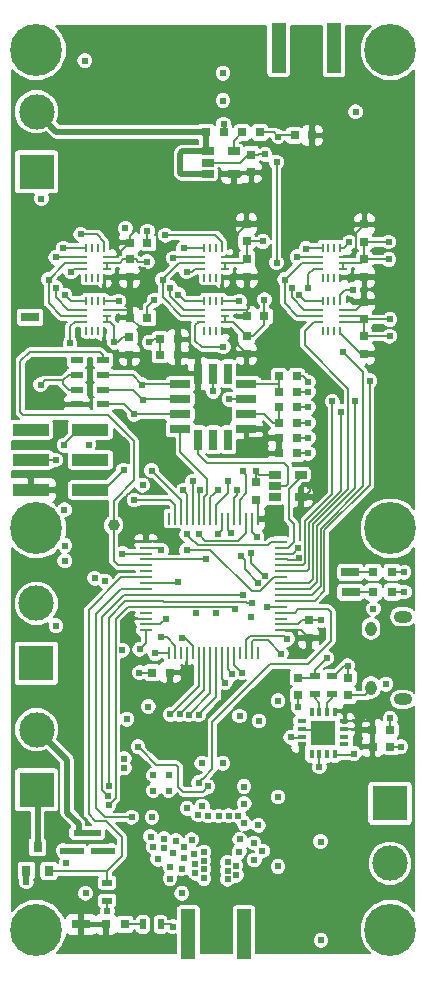
<source format=gbl>
G04 #@! TF.FileFunction,Copper,L4,Bot,Signal*
%FSLAX46Y46*%
G04 Gerber Fmt 4.6, Leading zero omitted, Abs format (unit mm)*
G04 Created by KiCad (PCBNEW 4.0.7) date 03/10/18 18:51:25*
%MOMM*%
%LPD*%
G01*
G04 APERTURE LIST*
%ADD10C,0.100000*%
%ADD11C,0.620000*%
%ADD12R,0.250000X1.000000*%
%ADD13R,1.000000X0.250000*%
%ADD14R,0.750000X0.800000*%
%ADD15R,0.800000X0.750000*%
%ADD16R,0.800000X0.800000*%
%ADD17R,3.150000X1.000000*%
%ADD18R,1.270000X4.200000*%
%ADD19C,4.400000*%
%ADD20R,0.800000X0.900000*%
%ADD21R,0.900000X0.500000*%
%ADD22R,0.500000X0.900000*%
%ADD23R,1.600000X0.800000*%
%ADD24C,1.000000*%
%ADD25R,0.680000X1.800000*%
%ADD26R,1.800000X0.680000*%
%ADD27R,0.675000X0.250000*%
%ADD28R,0.250000X0.675000*%
%ADD29R,1.100000X0.600000*%
%ADD30R,1.060000X0.650000*%
%ADD31O,0.950000X1.250000*%
%ADD32O,1.550000X1.000000*%
%ADD33R,0.800000X0.400000*%
%ADD34R,0.400000X0.800000*%
%ADD35R,2.100000X2.100000*%
%ADD36R,3.000000X3.000000*%
%ADD37C,3.000000*%
%ADD38C,0.160000*%
%ADD39C,0.500000*%
%ADD40C,0.250000*%
%ADD41C,0.200000*%
G04 APERTURE END LIST*
D10*
D11*
X54060000Y-96510000D03*
X57110000Y-97350000D03*
X56300000Y-97320000D03*
X55440000Y-97350000D03*
X54560000Y-97320000D03*
X53740000Y-97250000D03*
X51340000Y-102640000D03*
X52310000Y-101810000D03*
X50290000Y-101010000D03*
X51330000Y-101690000D03*
X52490000Y-100910000D03*
X51610000Y-100470000D03*
X50860000Y-100020000D03*
X49930000Y-99970000D03*
X50810000Y-99260000D03*
X51860000Y-99430000D03*
X52510000Y-99950000D03*
X53360000Y-100550000D03*
X53460000Y-101430000D03*
X53480000Y-102200000D03*
X54220000Y-102630000D03*
X54210000Y-101820000D03*
X54210000Y-101120000D03*
X54200000Y-100400000D03*
X57600000Y-97980000D03*
X58810000Y-98140000D03*
X59160000Y-100300000D03*
X58460000Y-101070000D03*
X58430000Y-99630000D03*
X57230000Y-99330000D03*
X56930000Y-101550000D03*
X56950000Y-102360000D03*
X56210000Y-102710000D03*
X56220000Y-101960000D03*
X56210000Y-101250000D03*
X60540000Y-33960000D03*
X60530000Y-30750000D03*
X60540000Y-32350000D03*
X65225000Y-33960000D03*
X65215000Y-30750000D03*
X65225000Y-32350000D03*
X52890000Y-108940000D03*
X52880000Y-105730000D03*
X52890000Y-107330000D03*
X57590000Y-108930000D03*
X57580000Y-105720000D03*
D12*
X58750000Y-83575000D03*
X58250000Y-83575000D03*
X57750000Y-83575000D03*
X57250000Y-83575000D03*
X56750000Y-83575000D03*
X56250000Y-83575000D03*
X55750000Y-83575000D03*
X55250000Y-83575000D03*
X54750000Y-83575000D03*
X54250000Y-83575000D03*
X53750000Y-83575000D03*
X53250000Y-83575000D03*
X52750000Y-83575000D03*
X52250000Y-83575000D03*
X51750000Y-83575000D03*
X51250000Y-83575000D03*
D13*
X49300000Y-81625000D03*
X49300000Y-81125000D03*
X49300000Y-80625000D03*
X49300000Y-80125000D03*
X49300000Y-79625000D03*
X49300000Y-79125000D03*
X49300000Y-78625000D03*
X49300000Y-78125000D03*
X49300000Y-77625000D03*
X49300000Y-77125000D03*
X49300000Y-76625000D03*
X49300000Y-76125000D03*
X49300000Y-75625000D03*
X49300000Y-75125000D03*
X49300000Y-74625000D03*
X49300000Y-74125000D03*
D12*
X51250000Y-72175000D03*
X51750000Y-72175000D03*
X52250000Y-72175000D03*
X52750000Y-72175000D03*
X53250000Y-72175000D03*
X53750000Y-72175000D03*
X54250000Y-72175000D03*
X54750000Y-72175000D03*
X55250000Y-72175000D03*
X55750000Y-72175000D03*
X56250000Y-72175000D03*
X56750000Y-72175000D03*
X57250000Y-72175000D03*
X57750000Y-72175000D03*
X58250000Y-72175000D03*
X58750000Y-72175000D03*
D13*
X60700000Y-74125000D03*
X60700000Y-74625000D03*
X60700000Y-75125000D03*
X60700000Y-75625000D03*
X60700000Y-76125000D03*
X60700000Y-76625000D03*
X60700000Y-77125000D03*
X60700000Y-77625000D03*
X60700000Y-78125000D03*
X60700000Y-78625000D03*
X60700000Y-79125000D03*
X60700000Y-79625000D03*
X60700000Y-80125000D03*
X60700000Y-80625000D03*
X60700000Y-81125000D03*
X60700000Y-81625000D03*
D14*
X58575000Y-69050000D03*
X58575000Y-70550000D03*
X63090000Y-80790000D03*
X63090000Y-82290000D03*
D15*
X49840000Y-85210000D03*
X51340000Y-85210000D03*
X49425000Y-55150000D03*
X47925000Y-55150000D03*
D14*
X47925000Y-50225000D03*
X47925000Y-51725000D03*
D15*
X62075000Y-62750000D03*
X60575000Y-62750000D03*
X49425000Y-48800000D03*
X47925000Y-48800000D03*
X59325000Y-55050000D03*
X57825000Y-55050000D03*
X62075000Y-64050000D03*
X60575000Y-64050000D03*
X62075000Y-61450000D03*
X60575000Y-61450000D03*
X62075000Y-60125000D03*
X60575000Y-60125000D03*
X50500000Y-57000000D03*
X52000000Y-57000000D03*
X50500000Y-58300000D03*
X52000000Y-58300000D03*
X62075000Y-66650000D03*
X60575000Y-66650000D03*
X62075000Y-65350000D03*
X60575000Y-65350000D03*
D14*
X57825000Y-48700000D03*
X57825000Y-47200000D03*
X67775000Y-55300000D03*
X67775000Y-53800000D03*
X57825000Y-56725000D03*
X57825000Y-58225000D03*
X67775000Y-56725000D03*
X67775000Y-58225000D03*
X57850000Y-50200000D03*
X57850000Y-51700000D03*
X67800000Y-50225000D03*
X67800000Y-51725000D03*
X47900000Y-56825000D03*
X47900000Y-58325000D03*
X67800000Y-48750000D03*
X67800000Y-47250000D03*
D15*
X61875000Y-39725000D03*
X63375000Y-39725000D03*
X55875000Y-39425000D03*
X54375000Y-39425000D03*
X58950000Y-39475000D03*
X57450000Y-39475000D03*
D14*
X58225000Y-41350000D03*
X58225000Y-42850000D03*
D16*
X45890000Y-106530000D03*
X47490000Y-106530000D03*
D17*
X39550000Y-69740000D03*
X39550000Y-67200000D03*
X39550000Y-64660000D03*
X44600000Y-69740000D03*
X44600000Y-67200000D03*
X44600000Y-64660000D03*
D18*
X65225000Y-32350000D03*
X60525000Y-32350000D03*
D19*
X40000000Y-107000000D03*
X40000000Y-32500000D03*
X70000000Y-107000000D03*
X70000000Y-32500000D03*
D20*
X41070000Y-101990000D03*
X39170000Y-101990000D03*
X40120000Y-99990000D03*
D21*
X46020000Y-103000000D03*
X46020000Y-104500000D03*
X43590000Y-100280000D03*
X43590000Y-98780000D03*
X45090000Y-100290000D03*
X45090000Y-98790000D03*
D22*
X49040000Y-106530000D03*
X50540000Y-106530000D03*
D23*
X43815000Y-106530000D03*
X39470000Y-55130000D03*
D24*
X46550000Y-72725000D03*
D25*
X53730000Y-65495000D03*
X55000000Y-65495000D03*
X56270000Y-65495000D03*
X53730000Y-59895000D03*
X55000000Y-59895000D03*
X56270000Y-59895000D03*
D26*
X52200000Y-62060000D03*
X52200000Y-63330000D03*
X52200000Y-64600000D03*
X52200000Y-60790000D03*
X57800000Y-64600000D03*
X57800000Y-63330000D03*
X57800000Y-62060000D03*
X57800000Y-60790000D03*
D27*
X53987500Y-50500000D03*
X53987500Y-50000000D03*
X53987500Y-51000000D03*
X56012500Y-50000000D03*
X56012500Y-50500000D03*
X56012500Y-51000000D03*
D28*
X54250000Y-49237500D03*
X54750000Y-49237500D03*
X55250000Y-49237500D03*
X55750000Y-49237500D03*
X55750000Y-51762500D03*
X55250000Y-51762500D03*
X54750000Y-51762500D03*
X54250000Y-51762500D03*
D27*
X43987500Y-50500000D03*
X43987500Y-50000000D03*
X43987500Y-51000000D03*
X46012500Y-50000000D03*
X46012500Y-50500000D03*
X46012500Y-51000000D03*
D28*
X44250000Y-49237500D03*
X44750000Y-49237500D03*
X45250000Y-49237500D03*
X45750000Y-49237500D03*
X45750000Y-51762500D03*
X45250000Y-51762500D03*
X44750000Y-51762500D03*
X44250000Y-51762500D03*
D27*
X63987500Y-50500000D03*
X63987500Y-50000000D03*
X63987500Y-51000000D03*
X66012500Y-50000000D03*
X66012500Y-50500000D03*
X66012500Y-51000000D03*
D28*
X64250000Y-49237500D03*
X64750000Y-49237500D03*
X65250000Y-49237500D03*
X65750000Y-49237500D03*
X65750000Y-51762500D03*
X65250000Y-51762500D03*
X64750000Y-51762500D03*
X64250000Y-51762500D03*
D27*
X43987500Y-55000000D03*
X43987500Y-54500000D03*
X43987500Y-55500000D03*
X46012500Y-54500000D03*
X46012500Y-55000000D03*
X46012500Y-55500000D03*
D28*
X44250000Y-53737500D03*
X44750000Y-53737500D03*
X45250000Y-53737500D03*
X45750000Y-53737500D03*
X45750000Y-56262500D03*
X45250000Y-56262500D03*
X44750000Y-56262500D03*
X44250000Y-56262500D03*
D27*
X63987500Y-55000000D03*
X63987500Y-54500000D03*
X63987500Y-55500000D03*
X66012500Y-54500000D03*
X66012500Y-55000000D03*
X66012500Y-55500000D03*
D28*
X64250000Y-53737500D03*
X64750000Y-53737500D03*
X65250000Y-53737500D03*
X65750000Y-53737500D03*
X65750000Y-56262500D03*
X65250000Y-56262500D03*
X64750000Y-56262500D03*
X64250000Y-56262500D03*
D27*
X53987500Y-55000000D03*
X53987500Y-54500000D03*
X53987500Y-55500000D03*
X56012500Y-54500000D03*
X56012500Y-55000000D03*
X56012500Y-55500000D03*
D28*
X54250000Y-53737500D03*
X54750000Y-53737500D03*
X55250000Y-53737500D03*
X55750000Y-53737500D03*
X55750000Y-56262500D03*
X55250000Y-56262500D03*
X54750000Y-56262500D03*
X54250000Y-56262500D03*
D29*
X43450000Y-62500000D03*
X43450000Y-61250000D03*
X43450000Y-60000000D03*
X43450000Y-58750000D03*
X45650000Y-58750000D03*
X45650000Y-60000000D03*
X45650000Y-61250000D03*
X45650000Y-62500000D03*
D30*
X54525000Y-42975000D03*
X54525000Y-42025000D03*
X54525000Y-41075000D03*
X56725000Y-41075000D03*
X56725000Y-42975000D03*
X60200000Y-70350000D03*
X60200000Y-69400000D03*
X60200000Y-68450000D03*
X62400000Y-68450000D03*
X62400000Y-70350000D03*
D14*
X62200000Y-87130000D03*
X62200000Y-85630000D03*
X66425000Y-87130000D03*
X66425000Y-85630000D03*
D15*
X69975000Y-90055000D03*
X68475000Y-90055000D03*
D31*
X68350000Y-86480000D03*
X68350000Y-81480000D03*
D32*
X71050000Y-87480000D03*
X71050000Y-80480000D03*
D21*
X63600000Y-86980000D03*
X63600000Y-85480000D03*
X65050000Y-86980000D03*
X65050000Y-85480000D03*
D33*
X62500000Y-89980000D03*
X62500000Y-90630000D03*
X62500000Y-91280000D03*
X62500000Y-89330000D03*
D34*
X63975000Y-92105000D03*
X64625000Y-92105000D03*
X63325000Y-92105000D03*
X65275000Y-92105000D03*
X63325000Y-88505000D03*
X63975000Y-88505000D03*
X64625000Y-88505000D03*
X65275000Y-88505000D03*
D33*
X66100000Y-91280000D03*
X66100000Y-90630000D03*
X66100000Y-89980000D03*
X66100000Y-89330000D03*
D35*
X64300000Y-90305000D03*
D36*
X40030000Y-42810000D03*
D37*
X40030000Y-37730000D03*
D36*
X40040000Y-95120000D03*
D37*
X40040000Y-90040000D03*
D36*
X40020000Y-84430000D03*
D37*
X40020000Y-79350000D03*
D18*
X57590000Y-107320000D03*
X52890000Y-107320000D03*
D19*
X40000000Y-73000000D03*
X70000000Y-73000000D03*
D11*
X57590000Y-107320000D03*
D16*
X68560000Y-78380000D03*
X70160000Y-78380000D03*
X68540000Y-76710000D03*
X70140000Y-76710000D03*
D23*
X66620000Y-78390000D03*
X66610000Y-76720000D03*
D36*
X69960000Y-96280000D03*
D37*
X69960000Y-101360000D03*
D15*
X69980000Y-91470000D03*
X68480000Y-91470000D03*
D11*
X70890000Y-91470000D03*
X44180000Y-103890000D03*
X52330000Y-103890000D03*
X60480000Y-101615000D03*
X60480000Y-95740000D03*
X60480000Y-87590000D03*
X68560000Y-79790000D03*
X46020000Y-105430000D03*
X49810000Y-97460000D03*
X64120000Y-80790000D03*
X39170000Y-102940000D03*
X47300000Y-83310000D03*
X41680000Y-81240000D03*
X45810000Y-77440000D03*
X42530000Y-101330000D03*
X46380000Y-100270000D03*
X58870000Y-89300000D03*
X57220000Y-88870000D03*
X55810000Y-92880000D03*
X54030000Y-92880000D03*
X55870000Y-38775010D03*
X39470000Y-55130000D03*
X49500000Y-88080000D03*
X48750000Y-85210000D03*
X52330000Y-82240000D03*
X47700000Y-89150000D03*
X47470000Y-92490000D03*
X47470000Y-93300000D03*
X49920000Y-93900000D03*
X51220000Y-93900000D03*
X51220000Y-95200000D03*
X49920000Y-95200000D03*
X57600000Y-94850000D03*
X57610000Y-96300000D03*
X51550000Y-106720000D03*
X52770000Y-96700000D03*
X57200000Y-100370000D03*
X53160000Y-99350000D03*
X49690000Y-99090000D03*
X58220000Y-80490000D03*
X53510000Y-80200000D03*
X55190000Y-80200000D03*
X51000000Y-80625000D03*
X66925000Y-92055000D03*
X62174996Y-88105000D03*
X69975000Y-89080000D03*
X64300000Y-90380000D03*
X41650000Y-67200000D03*
X44450000Y-65900000D03*
X50600000Y-74825000D03*
X40450000Y-45075000D03*
X49400000Y-50425000D03*
X58700000Y-73725000D03*
X69875000Y-50225000D03*
X69850000Y-48750000D03*
X69925000Y-56725000D03*
X69950000Y-55300000D03*
X59325000Y-53625000D03*
X59200000Y-48700000D03*
X59375000Y-41325000D03*
X67050000Y-37725000D03*
X55825000Y-34450000D03*
X55825000Y-36775000D03*
X44125000Y-33400000D03*
X47560000Y-47600000D03*
X49425000Y-47825000D03*
X46600000Y-57250000D03*
X50000000Y-53675000D03*
X49550000Y-57250000D03*
X55000000Y-61400000D03*
X56325000Y-62050000D03*
X63050000Y-60625000D03*
X63050000Y-61450000D03*
X63050000Y-62750000D03*
X63050000Y-64050000D03*
X63050000Y-65350000D03*
X63050000Y-66625000D03*
X59575000Y-79625000D03*
X42400000Y-71425000D03*
X42425000Y-74450000D03*
X42425000Y-75750000D03*
X60500000Y-39825000D03*
X40375000Y-60825000D03*
X58575000Y-68150000D03*
X56020002Y-86050000D03*
X40200000Y-64500000D03*
X47300000Y-75125000D03*
X63090000Y-83230000D03*
X70120000Y-51720000D03*
X70100000Y-53790000D03*
X59450000Y-44710000D03*
X59450000Y-44110000D03*
X59450000Y-43450000D03*
X63315000Y-38775010D03*
X49610000Y-91570000D03*
X47480000Y-94150000D03*
X47980000Y-80630000D03*
X40150001Y-62500000D03*
X43350000Y-68550000D03*
X42050000Y-64650000D03*
X49035000Y-51150000D03*
X48450000Y-47525000D03*
X63150000Y-69375000D03*
X59275000Y-51350000D03*
X59350000Y-66650000D03*
X59525000Y-72175000D03*
X52750000Y-84850000D03*
X64585000Y-46440000D03*
X65855000Y-46405000D03*
X53300000Y-58405000D03*
X47850000Y-74125000D03*
X64120000Y-107870000D03*
X44950000Y-77210000D03*
X42280000Y-100280000D03*
X47400000Y-68050000D03*
X52750000Y-73500000D03*
X44400000Y-67265000D03*
X53750000Y-73500000D03*
X42350000Y-65950000D03*
X52750000Y-74825000D03*
X63980000Y-93180000D03*
X58190000Y-75090000D03*
X56525000Y-73425000D03*
X59347604Y-77065498D03*
X61560000Y-90680000D03*
X58820000Y-77640000D03*
X57340000Y-75370000D03*
X55425000Y-73450000D03*
X46130000Y-96440000D03*
X56801416Y-79798584D03*
X46130000Y-94780000D03*
X58250000Y-79275000D03*
X60350000Y-41975000D03*
X60350000Y-50500000D03*
X46096657Y-95630464D03*
X57475000Y-78625000D03*
X52000000Y-77575000D03*
X54400000Y-75625000D03*
X50700001Y-51925001D03*
X41050000Y-51925000D03*
X48300000Y-63325000D03*
X48300000Y-70600000D03*
X61050000Y-51925000D03*
X62850000Y-49300000D03*
X52050000Y-53200000D03*
X49775000Y-68100000D03*
X49000000Y-60825000D03*
X42450000Y-53225000D03*
X62275000Y-53250000D03*
X42300000Y-49250000D03*
X52500000Y-49250000D03*
X62100000Y-50000000D03*
X51625000Y-50100000D03*
X52475000Y-69750000D03*
X51350000Y-52600000D03*
X49025000Y-62100000D03*
X49025000Y-69350000D03*
X61650000Y-52600000D03*
X41651936Y-50055009D03*
X41650000Y-52600000D03*
X57000000Y-69750000D03*
X52750000Y-51275000D03*
X50949998Y-48175000D03*
X56250000Y-69000000D03*
X53875000Y-69750000D03*
X42950000Y-51275000D03*
X55374998Y-69750000D03*
X43775000Y-48100000D03*
X65975000Y-58050000D03*
X63000000Y-52600000D03*
X60750000Y-83600000D03*
X66522500Y-48750000D03*
X53250000Y-68999998D03*
X42875000Y-57325000D03*
X57475000Y-68125000D03*
X46975000Y-53750000D03*
X68250000Y-60500000D03*
X66825000Y-52800000D03*
X65800000Y-63125000D03*
X55850000Y-57625000D03*
X67000000Y-62250000D03*
X57200000Y-53750000D03*
X61260010Y-82375000D03*
X65075000Y-62250002D03*
X56600000Y-85290000D03*
X57430000Y-85240000D03*
X48770000Y-83230000D03*
X50060000Y-83580000D03*
X50600000Y-82230000D03*
X64600000Y-83980000D03*
X66375000Y-84630000D03*
X48620000Y-91480000D03*
X54550000Y-94840000D03*
X53750000Y-88800000D03*
X51360000Y-88750000D03*
X52145176Y-88742656D03*
X52924659Y-88771387D03*
X48080000Y-97440000D03*
X53770000Y-94510000D03*
X66620000Y-78390000D03*
X62220000Y-75500000D03*
X71180000Y-78380000D03*
X66600000Y-76720000D03*
X62210000Y-74680000D03*
X71150000Y-76700000D03*
X64080000Y-99510000D03*
X69620000Y-86180000D03*
D38*
X70540000Y-91470000D02*
X70890000Y-91470000D01*
X69980000Y-91470000D02*
X70540000Y-91470000D01*
X46020000Y-104500000D02*
X46020000Y-105430000D01*
X62205000Y-81125000D02*
X62540000Y-80790000D01*
X62540000Y-80790000D02*
X63090000Y-80790000D01*
X63625000Y-80790000D02*
X64120000Y-80790000D01*
X63090000Y-80790000D02*
X63625000Y-80790000D01*
D39*
X39150000Y-102960000D02*
X39170000Y-102940000D01*
X39170000Y-101990000D02*
X39170000Y-102940000D01*
D38*
X60700000Y-81125000D02*
X62205000Y-81125000D01*
D39*
X46060000Y-100270000D02*
X46380000Y-100270000D01*
X45090000Y-100290000D02*
X46040000Y-100290000D01*
X46040000Y-100290000D02*
X46060000Y-100270000D01*
D40*
X55875000Y-39425000D02*
X55875000Y-38780010D01*
X55875000Y-38780010D02*
X55870000Y-38775010D01*
D38*
X49840000Y-85210000D02*
X48750000Y-85210000D01*
X52575000Y-82240000D02*
X52330000Y-82240000D01*
X53250000Y-83575000D02*
X53250000Y-82915000D01*
X53250000Y-82915000D02*
X52575000Y-82240000D01*
X50950000Y-106530000D02*
X51540000Y-106530000D01*
X50540000Y-106530000D02*
X50950000Y-106530000D01*
X50975000Y-80625000D02*
X51000000Y-80625000D01*
X50475000Y-81125000D02*
X50975000Y-80625000D01*
X49300000Y-81125000D02*
X50475000Y-81125000D01*
X62200000Y-87130000D02*
X62200000Y-88079996D01*
X62200000Y-88079996D02*
X62174996Y-88105000D01*
X65275000Y-92180000D02*
X66800000Y-92180000D01*
X66800000Y-92180000D02*
X66925000Y-92055000D01*
X69975000Y-89520000D02*
X69975000Y-89080000D01*
X69975000Y-90055000D02*
X69975000Y-89520000D01*
X62500000Y-90055000D02*
X63975000Y-90055000D01*
X63975000Y-90055000D02*
X64300000Y-90380000D01*
X66425000Y-87130000D02*
X67875000Y-87130000D01*
X67875000Y-87130000D02*
X68350000Y-86655000D01*
X39550000Y-67200000D02*
X41650000Y-67200000D01*
X43450000Y-61250000D02*
X42740000Y-61250000D01*
X42740000Y-61250000D02*
X42290000Y-60800000D01*
X42290000Y-60800000D02*
X42290000Y-60450000D01*
X43450000Y-60000000D02*
X42740000Y-60000000D01*
X42740000Y-60000000D02*
X42290000Y-60450000D01*
X42290000Y-60450000D02*
X40750000Y-60450000D01*
X40750000Y-60450000D02*
X40375000Y-60825000D01*
X49300000Y-74625000D02*
X50400000Y-74625000D01*
X50400000Y-74625000D02*
X50600000Y-74825000D01*
X56012500Y-55500000D02*
X56625000Y-55500000D01*
X56625000Y-55500000D02*
X57825000Y-56700000D01*
X57825000Y-56700000D02*
X57825000Y-56725000D01*
X56012500Y-55000000D02*
X56012500Y-55500000D01*
X48660000Y-50425000D02*
X49400000Y-50425000D01*
X47925000Y-50225000D02*
X48460000Y-50225000D01*
X48460000Y-50225000D02*
X48660000Y-50425000D01*
X58390001Y-73415001D02*
X58700000Y-73725000D01*
X58250000Y-73275000D02*
X58390001Y-73415001D01*
X58250000Y-72175000D02*
X58250000Y-73275000D01*
X61875000Y-39725000D02*
X60600000Y-39725000D01*
X60600000Y-39725000D02*
X60500000Y-39825000D01*
X66012500Y-50500000D02*
X67525000Y-50500000D01*
X67525000Y-50500000D02*
X67800000Y-50225000D01*
X66012500Y-51000000D02*
X66012500Y-50500000D01*
X68335000Y-50225000D02*
X69875000Y-50225000D01*
X67800000Y-50225000D02*
X68335000Y-50225000D01*
X68335000Y-48750000D02*
X69850000Y-48750000D01*
X67800000Y-48750000D02*
X68335000Y-48750000D01*
X67800000Y-48750000D02*
X67800000Y-50225000D01*
X68310000Y-56725000D02*
X69925000Y-56725000D01*
X67775000Y-56725000D02*
X68310000Y-56725000D01*
X68310000Y-55300000D02*
X69950000Y-55300000D01*
X67775000Y-55300000D02*
X68310000Y-55300000D01*
X66012500Y-55000000D02*
X67475000Y-55000000D01*
X67475000Y-55000000D02*
X67775000Y-55300000D01*
X66012500Y-55500000D02*
X67575000Y-55500000D01*
X67575000Y-55500000D02*
X67775000Y-55300000D01*
X67775000Y-56725000D02*
X67775000Y-55300000D01*
X59325000Y-54515000D02*
X59325000Y-53625000D01*
X59325000Y-55050000D02*
X59325000Y-54515000D01*
X57825000Y-56725000D02*
X58360000Y-56725000D01*
X58360000Y-56725000D02*
X59325000Y-55760000D01*
X59325000Y-55760000D02*
X59325000Y-55585000D01*
X59325000Y-55585000D02*
X59325000Y-55050000D01*
X56012500Y-51000000D02*
X56012500Y-50500000D01*
X58360000Y-48700000D02*
X59200000Y-48700000D01*
X57825000Y-48700000D02*
X58360000Y-48700000D01*
X56012500Y-50500000D02*
X57550000Y-50500000D01*
X57550000Y-50500000D02*
X57850000Y-50200000D01*
X57825000Y-48700000D02*
X57825000Y-50175000D01*
X57825000Y-50175000D02*
X57850000Y-50200000D01*
X58785000Y-41325000D02*
X59375000Y-41325000D01*
X58225000Y-41350000D02*
X58760000Y-41350000D01*
X58760000Y-41350000D02*
X58785000Y-41325000D01*
X58950000Y-39475000D02*
X60150000Y-39475000D01*
X60150000Y-39475000D02*
X60500000Y-39825000D01*
X54525000Y-42025000D02*
X57300000Y-42025000D01*
X57300000Y-42025000D02*
X57975000Y-41350000D01*
X57975000Y-41350000D02*
X58225000Y-41350000D01*
X49425000Y-48265000D02*
X49425000Y-47825000D01*
X49425000Y-48800000D02*
X49425000Y-48265000D01*
X46012500Y-51000000D02*
X46012500Y-50500000D01*
X47925000Y-50225000D02*
X47390000Y-50225000D01*
X47390000Y-50225000D02*
X47115000Y-50500000D01*
X47115000Y-50500000D02*
X46510000Y-50500000D01*
X46510000Y-50500000D02*
X46012500Y-50500000D01*
X49425000Y-55150000D02*
X49425000Y-54250000D01*
X49425000Y-54250000D02*
X50000000Y-53675000D01*
X46012500Y-55000000D02*
X46012500Y-55500000D01*
X46012500Y-55500000D02*
X46225000Y-55500000D01*
X46600000Y-56811594D02*
X46600000Y-57250000D01*
X46225000Y-55500000D02*
X46600000Y-55875000D01*
X46600000Y-55875000D02*
X46600000Y-56811594D01*
X46940000Y-57250000D02*
X46600000Y-57250000D01*
X47900000Y-56825000D02*
X47365000Y-56825000D01*
X47365000Y-56825000D02*
X46940000Y-57250000D01*
X49590000Y-57350000D02*
X49590000Y-57290000D01*
X49590000Y-57290000D02*
X49550000Y-57250000D01*
X50500000Y-57000000D02*
X49940000Y-57000000D01*
X49940000Y-57000000D02*
X49590000Y-57350000D01*
X50500000Y-58300000D02*
X50500000Y-57000000D01*
X55000000Y-60955000D02*
X55000000Y-61400000D01*
X55000000Y-59895000D02*
X55000000Y-60955000D01*
X56730000Y-62050000D02*
X56325000Y-62050000D01*
X57800000Y-62060000D02*
X56740000Y-62060000D01*
X56740000Y-62060000D02*
X56730000Y-62050000D01*
X63010000Y-60535000D02*
X63050000Y-60575000D01*
X63050000Y-60575000D02*
X63050000Y-60625000D01*
X63010000Y-60500000D02*
X63010000Y-60535000D01*
X62075000Y-60125000D02*
X62635000Y-60125000D01*
X62635000Y-60125000D02*
X63010000Y-60500000D01*
X62635000Y-61450000D02*
X63050000Y-61450000D01*
X62075000Y-61450000D02*
X62635000Y-61450000D01*
X62635000Y-62750000D02*
X63050000Y-62750000D01*
X62075000Y-62750000D02*
X62635000Y-62750000D01*
X62635000Y-64050000D02*
X63050000Y-64050000D01*
X62075000Y-64050000D02*
X62635000Y-64050000D01*
X62635000Y-65350000D02*
X63050000Y-65350000D01*
X62075000Y-65350000D02*
X62635000Y-65350000D01*
X62950000Y-66650000D02*
X63025000Y-66650000D01*
X63025000Y-66650000D02*
X63050000Y-66625000D01*
X62635000Y-66650000D02*
X62950000Y-66650000D01*
X62075000Y-66650000D02*
X62635000Y-66650000D01*
X60040000Y-79625000D02*
X59575000Y-79625000D01*
X60700000Y-79625000D02*
X60040000Y-79625000D01*
X60200000Y-68450000D02*
X58875000Y-68450000D01*
X58875000Y-68450000D02*
X58575000Y-68150000D01*
X58575000Y-68490000D02*
X58575000Y-68150000D01*
X58575000Y-69050000D02*
X58575000Y-68490000D01*
X55750000Y-83575000D02*
X55750000Y-85779998D01*
X55750000Y-85779998D02*
X56020002Y-86050000D01*
X48640000Y-75125000D02*
X47300000Y-75125000D01*
X49300000Y-75125000D02*
X48640000Y-75125000D01*
X66100000Y-89980000D02*
X68400000Y-89980000D01*
X68400000Y-89980000D02*
X68475000Y-90055000D01*
X66100000Y-89330000D02*
X68285000Y-89330000D01*
X68285000Y-89330000D02*
X68475000Y-89520000D01*
X68475000Y-89520000D02*
X68475000Y-90055000D01*
X65275000Y-88505000D02*
X67460000Y-88505000D01*
X67460000Y-88505000D02*
X68475000Y-89520000D01*
X63090000Y-82290000D02*
X63090000Y-83230000D01*
X60700000Y-81625000D02*
X62450000Y-81625000D01*
X62450000Y-81625000D02*
X63090000Y-82265000D01*
X63090000Y-82265000D02*
X63090000Y-82290000D01*
X68340000Y-51720000D02*
X70120000Y-51720000D01*
X67800000Y-51725000D02*
X68335000Y-51725000D01*
X68335000Y-51725000D02*
X68340000Y-51720000D01*
X68320000Y-53790000D02*
X70100000Y-53790000D01*
X67775000Y-53800000D02*
X68310000Y-53800000D01*
X68310000Y-53800000D02*
X68320000Y-53790000D01*
D40*
X59450000Y-44548406D02*
X59450000Y-44710000D01*
X59450000Y-44110000D02*
X59450000Y-44548406D01*
X59450000Y-43888406D02*
X59450000Y-44110000D01*
X59450000Y-43450000D02*
X59450000Y-43888406D01*
X58225000Y-42850000D02*
X58850000Y-42850000D01*
X58850000Y-42850000D02*
X59450000Y-43450000D01*
D38*
X51340000Y-85210000D02*
X52390000Y-85210000D01*
X52390000Y-85210000D02*
X52750000Y-84850000D01*
X48635000Y-80630000D02*
X47980000Y-80630000D01*
X49300000Y-80625000D02*
X48640000Y-80625000D01*
X48640000Y-80625000D02*
X48635000Y-80630000D01*
X43450000Y-62500000D02*
X40150001Y-62500000D01*
X52785000Y-84850000D02*
X52750000Y-84850000D01*
X45750000Y-56262500D02*
X45750000Y-57300000D01*
X45750000Y-57300000D02*
X46775000Y-58325000D01*
X46775000Y-58325000D02*
X47900000Y-58325000D01*
X58450000Y-43075000D02*
X58225000Y-42850000D01*
X59475000Y-47625000D02*
X59050000Y-47200000D01*
X59050000Y-47200000D02*
X57825000Y-47200000D01*
X47925000Y-51725000D02*
X48460000Y-51725000D01*
X48460000Y-51725000D02*
X49035000Y-51150000D01*
X48450000Y-47740000D02*
X48450000Y-47525000D01*
X47925000Y-48800000D02*
X47925000Y-48265000D01*
X47925000Y-48265000D02*
X48450000Y-47740000D01*
X63175000Y-69375000D02*
X63150000Y-69375000D01*
X63275000Y-69475000D02*
X63175000Y-69375000D01*
X63150000Y-69805000D02*
X63150000Y-69375000D01*
X62605000Y-70350000D02*
X63150000Y-69805000D01*
X62400000Y-70350000D02*
X62605000Y-70350000D01*
X63325000Y-69475000D02*
X63275000Y-69475000D01*
X48850000Y-56050000D02*
X48850000Y-56300000D01*
X47925000Y-55150000D02*
X47950000Y-55150000D01*
X47950000Y-55150000D02*
X48850000Y-56050000D01*
X56825000Y-57052500D02*
X56825000Y-57200000D01*
X56825000Y-57200000D02*
X57825000Y-58200000D01*
X57825000Y-58200000D02*
X57825000Y-58225000D01*
X55750000Y-56262500D02*
X56035000Y-56262500D01*
X56035000Y-56262500D02*
X56825000Y-57052500D01*
X58925000Y-51700000D02*
X59275000Y-51350000D01*
X57850000Y-51700000D02*
X58925000Y-51700000D01*
X57825000Y-54515000D02*
X58000000Y-54340000D01*
X58000000Y-54340000D02*
X58000000Y-51850000D01*
X58000000Y-51850000D02*
X57850000Y-51700000D01*
X56012500Y-54500000D02*
X57810000Y-54500000D01*
X57810000Y-54500000D02*
X57825000Y-54515000D01*
X57825000Y-54515000D02*
X57825000Y-55050000D01*
X60575000Y-66650000D02*
X59350000Y-66650000D01*
X59035000Y-72175000D02*
X59525000Y-72175000D01*
X58750000Y-72175000D02*
X59035000Y-72175000D01*
X52750000Y-84235000D02*
X52750000Y-84850000D01*
X52750000Y-83575000D02*
X52750000Y-84235000D01*
X67075000Y-49435000D02*
X67075000Y-48000000D01*
X67075000Y-48000000D02*
X67800000Y-47275000D01*
X67800000Y-47275000D02*
X67800000Y-47250000D01*
X66012500Y-50000000D02*
X66510000Y-50000000D01*
X66510000Y-50000000D02*
X67075000Y-49435000D01*
X65750000Y-51762500D02*
X67762500Y-51762500D01*
X67762500Y-51762500D02*
X67800000Y-51725000D01*
X66012500Y-54500000D02*
X67100000Y-54500000D01*
X67100000Y-54500000D02*
X67775000Y-53825000D01*
X67775000Y-53825000D02*
X67775000Y-53800000D01*
X65750000Y-56262500D02*
X65750000Y-56475000D01*
X65750000Y-56475000D02*
X67500000Y-58225000D01*
X67500000Y-58225000D02*
X67775000Y-58225000D01*
X55750000Y-51762500D02*
X57787500Y-51762500D01*
X57787500Y-51762500D02*
X57850000Y-51700000D01*
X56750000Y-49760000D02*
X56750000Y-48300000D01*
X56750000Y-48300000D02*
X57825000Y-47225000D01*
X57825000Y-47225000D02*
X57825000Y-47200000D01*
X56012500Y-50000000D02*
X56510000Y-50000000D01*
X56510000Y-50000000D02*
X56750000Y-49760000D01*
X45330000Y-106530000D02*
X43815000Y-106530000D01*
X56725000Y-42975000D02*
X58100000Y-42975000D01*
X58100000Y-42975000D02*
X58225000Y-42850000D01*
X46012500Y-50000000D02*
X46725000Y-50000000D01*
X46725000Y-50000000D02*
X47365000Y-49360000D01*
X47365000Y-49360000D02*
X47365000Y-49335000D01*
X47365000Y-49335000D02*
X47900000Y-48800000D01*
X47900000Y-48800000D02*
X47925000Y-48800000D01*
X45750000Y-51762500D02*
X47887500Y-51762500D01*
X47887500Y-51762500D02*
X47925000Y-51725000D01*
X46012500Y-54500000D02*
X47810000Y-54500000D01*
X47810000Y-54500000D02*
X47925000Y-54615000D01*
X47925000Y-54615000D02*
X47925000Y-55150000D01*
X52000000Y-57000000D02*
X52000000Y-58300000D01*
X53300000Y-58405000D02*
X52105000Y-58405000D01*
X52105000Y-58405000D02*
X52000000Y-58300000D01*
X53730000Y-59895000D02*
X53730000Y-58835000D01*
X53730000Y-58835000D02*
X53300000Y-58405000D01*
X60575000Y-65350000D02*
X58050000Y-65350000D01*
X58050000Y-65350000D02*
X57800000Y-65100000D01*
X57800000Y-65100000D02*
X57800000Y-64600000D01*
X59350000Y-66650000D02*
X57800000Y-65100000D01*
X48640000Y-74125000D02*
X47850000Y-74125000D01*
X49300000Y-74125000D02*
X48640000Y-74125000D01*
X58750000Y-72175000D02*
X58750000Y-70725000D01*
X58750000Y-70725000D02*
X58575000Y-70550000D01*
X60575000Y-64050000D02*
X60015000Y-64050000D01*
X60015000Y-64050000D02*
X59295000Y-63330000D01*
X58860000Y-63330000D02*
X57800000Y-63330000D01*
X59295000Y-63330000D02*
X58860000Y-63330000D01*
X60575000Y-62750000D02*
X60575000Y-64050000D01*
X60575000Y-60660000D02*
X60575000Y-60550000D01*
X60575000Y-60550000D02*
X60575000Y-60125000D01*
X60575000Y-61450000D02*
X60575000Y-60915000D01*
X60575000Y-60915000D02*
X60575000Y-60550000D01*
X57800000Y-60790000D02*
X60445000Y-60790000D01*
X60445000Y-60790000D02*
X60575000Y-60660000D01*
D39*
X43590000Y-100280000D02*
X42280000Y-100280000D01*
X40030000Y-37730000D02*
X41529999Y-39229999D01*
X41715000Y-39425000D02*
X54375000Y-39425000D01*
X41529999Y-39229999D02*
X41529999Y-39239999D01*
X41529999Y-39239999D02*
X41715000Y-39425000D01*
X52210000Y-42910000D02*
X52275000Y-42975000D01*
X52275000Y-42975000D02*
X54525000Y-42975000D01*
X52210000Y-41260000D02*
X52210000Y-42910000D01*
X52390000Y-41080000D02*
X52210000Y-41260000D01*
X53490000Y-41080000D02*
X52390000Y-41080000D01*
X54525000Y-41075000D02*
X53495000Y-41075000D01*
X53495000Y-41075000D02*
X53490000Y-41080000D01*
X54375000Y-39425000D02*
X54375000Y-40925000D01*
X54375000Y-40925000D02*
X54525000Y-41075000D01*
D38*
X56725000Y-41075000D02*
X56725000Y-40175000D01*
X56725000Y-40175000D02*
X57425000Y-39475000D01*
X57425000Y-39475000D02*
X57450000Y-39475000D01*
X47400000Y-68050000D02*
X45710000Y-69740000D01*
X45710000Y-69740000D02*
X44600000Y-69740000D01*
X60700000Y-74125000D02*
X59900000Y-74125000D01*
X59900000Y-74125000D02*
X59600000Y-74425000D01*
X59600000Y-74425000D02*
X53675000Y-74425000D01*
X53675000Y-74425000D02*
X53059999Y-73809999D01*
X53059999Y-73809999D02*
X52750000Y-73500000D01*
X57750000Y-72175000D02*
X57750000Y-73425000D01*
X57750000Y-73425000D02*
X57100000Y-74075000D01*
X57100000Y-74075000D02*
X54325000Y-74075000D01*
X54325000Y-74075000D02*
X53750000Y-73500000D01*
X53188406Y-74825000D02*
X52750000Y-74825000D01*
X58964002Y-78310000D02*
X58235000Y-78310000D01*
X54750000Y-74825000D02*
X53188406Y-74825000D01*
X60700000Y-77125000D02*
X60149002Y-77125000D01*
X60149002Y-77125000D02*
X58964002Y-78310000D01*
X58235000Y-78310000D02*
X54750000Y-74825000D01*
X42350000Y-65835000D02*
X42350000Y-65950000D01*
X43525000Y-64660000D02*
X42350000Y-65835000D01*
X44600000Y-64660000D02*
X43525000Y-64660000D01*
X63980000Y-93180000D02*
X63980000Y-92110000D01*
X63980000Y-92110000D02*
X63975000Y-92105000D01*
X58190000Y-75090000D02*
X58190000Y-75907894D01*
X58190000Y-75907894D02*
X59037605Y-76755499D01*
X56250000Y-73100000D02*
X56525000Y-73375000D01*
X56525000Y-73375000D02*
X56525000Y-73425000D01*
X56250000Y-72835000D02*
X56250000Y-73100000D01*
X56250000Y-72175000D02*
X56250000Y-72835000D01*
X59037605Y-76755499D02*
X59347604Y-77065498D01*
X57649999Y-76469999D02*
X58820000Y-77640000D01*
X57340000Y-75370000D02*
X57649999Y-75679999D01*
X57649999Y-75679999D02*
X57649999Y-76469999D01*
X62500000Y-90705000D02*
X61585000Y-90705000D01*
X61585000Y-90705000D02*
X61560000Y-90680000D01*
X55750000Y-73125000D02*
X55425000Y-73450000D01*
X55750000Y-72175000D02*
X55750000Y-73125000D01*
D39*
X40120000Y-99990000D02*
X40120000Y-95200000D01*
X40120000Y-95200000D02*
X40040000Y-95120000D01*
X42620000Y-97060000D02*
X42620000Y-92620000D01*
X42620000Y-92620000D02*
X40040000Y-90040000D01*
X43590000Y-98780000D02*
X43590000Y-98030000D01*
X43590000Y-98030000D02*
X42620000Y-97060000D01*
X43590000Y-98780000D02*
X45080000Y-98780000D01*
X45080000Y-98780000D02*
X45090000Y-98790000D01*
D38*
X46719999Y-80670001D02*
X46719999Y-95850001D01*
X47765000Y-79625000D02*
X46719999Y-80670001D01*
X46439999Y-96130001D02*
X46130000Y-96440000D01*
X49300000Y-79625000D02*
X47765000Y-79625000D01*
X46719999Y-95850001D02*
X46439999Y-96130001D01*
X56627832Y-79625000D02*
X56801416Y-79798584D01*
X49300000Y-79625000D02*
X56627832Y-79625000D01*
X46130000Y-94341594D02*
X46130000Y-94780000D01*
X47555000Y-79125000D02*
X46130000Y-80550000D01*
X46130000Y-80550000D02*
X46130000Y-94341594D01*
X49300000Y-79125000D02*
X47555000Y-79125000D01*
X49275000Y-79100000D02*
X49300000Y-79125000D01*
X50800000Y-79200000D02*
X50725000Y-79125000D01*
X50725000Y-79125000D02*
X49300000Y-79125000D01*
X57736594Y-79200000D02*
X50800000Y-79200000D01*
X58250000Y-79275000D02*
X57811594Y-79275000D01*
X57811594Y-79275000D02*
X57736594Y-79200000D01*
X60350000Y-50061594D02*
X60350000Y-41975000D01*
X60350000Y-50500000D02*
X60350000Y-50061594D01*
X47405000Y-78625000D02*
X45570001Y-80459999D01*
X49300000Y-78625000D02*
X47405000Y-78625000D01*
X45570001Y-80459999D02*
X45570001Y-95103808D01*
X45570001Y-95103808D02*
X45786658Y-95320465D01*
X45786658Y-95320465D02*
X46096657Y-95630464D01*
X57475000Y-78625000D02*
X57036594Y-78625000D01*
X57036594Y-78625000D02*
X49300000Y-78625000D01*
X51950000Y-77625000D02*
X52000000Y-77575000D01*
X49300000Y-77625000D02*
X51950000Y-77625000D01*
X49300000Y-75625000D02*
X49960000Y-75625000D01*
X49960000Y-75625000D02*
X54400000Y-75625000D01*
X45650000Y-62500000D02*
X47475000Y-62500000D01*
X47475000Y-62500000D02*
X48300000Y-63325000D01*
X48300000Y-70600000D02*
X51325000Y-70600000D01*
X51325000Y-70600000D02*
X51750000Y-71025000D01*
X51750000Y-71025000D02*
X51750000Y-72175000D01*
X53987500Y-50500000D02*
X52125002Y-50500000D01*
X52125002Y-50500000D02*
X51010000Y-51615002D01*
X51010000Y-51615002D02*
X50700001Y-51925001D01*
X50700001Y-52363407D02*
X50700001Y-51925001D01*
X52300000Y-55000000D02*
X50700001Y-53400001D01*
X50700001Y-53400001D02*
X50700001Y-52363407D01*
X53987500Y-55000000D02*
X52300000Y-55000000D01*
X42475000Y-50500000D02*
X43987500Y-50500000D01*
X41050000Y-53950000D02*
X41050000Y-52363406D01*
X42100000Y-55000000D02*
X41050000Y-53950000D01*
X43987500Y-55000000D02*
X42100000Y-55000000D01*
X41050000Y-52363406D02*
X41050000Y-51925000D01*
X41050000Y-51925000D02*
X42475000Y-50500000D01*
X50650000Y-63330000D02*
X52200000Y-63330000D01*
X48300000Y-63325000D02*
X49585000Y-63325000D01*
X49585000Y-63325000D02*
X49590000Y-63330000D01*
X49590000Y-63330000D02*
X50650000Y-63330000D01*
X62475000Y-50500000D02*
X63987500Y-50500000D01*
X63987500Y-55000000D02*
X62100000Y-55000000D01*
X62100000Y-55000000D02*
X61050000Y-53950000D01*
X61050000Y-53950000D02*
X61050000Y-52363406D01*
X61050000Y-52363406D02*
X61050000Y-51925000D01*
X61050000Y-51925000D02*
X62475000Y-50500000D01*
X45650000Y-60000000D02*
X48175000Y-60000000D01*
X48175000Y-60000000D02*
X49000000Y-60825000D01*
X62912500Y-49237500D02*
X62850000Y-49300000D01*
X64250000Y-49237500D02*
X62912500Y-49237500D01*
X64250000Y-53737500D02*
X62762500Y-53737500D01*
X62762500Y-53737500D02*
X62275000Y-53250000D01*
X52250000Y-70750000D02*
X52250000Y-72175000D01*
X52250000Y-70750000D02*
X52250000Y-70575000D01*
X52250000Y-70575000D02*
X49775000Y-68100000D01*
X54250000Y-53737500D02*
X52587500Y-53737500D01*
X52359999Y-53509999D02*
X52050000Y-53200000D01*
X52587500Y-53737500D02*
X52359999Y-53509999D01*
X50650000Y-60790000D02*
X52200000Y-60790000D01*
X50650000Y-60790000D02*
X49035000Y-60790000D01*
X49035000Y-60790000D02*
X49000000Y-60825000D01*
X42962500Y-53737500D02*
X42759999Y-53534999D01*
X44250000Y-53737500D02*
X42962500Y-53737500D01*
X42759999Y-53534999D02*
X42450000Y-53225000D01*
X44250000Y-49237500D02*
X42312500Y-49237500D01*
X42312500Y-49237500D02*
X42300000Y-49250000D01*
X52512500Y-49237500D02*
X52500000Y-49250000D01*
X54250000Y-49237500D02*
X52512500Y-49237500D01*
X45650000Y-61250000D02*
X48175000Y-61250000D01*
X48175000Y-61250000D02*
X49025000Y-62100000D01*
X63987500Y-50000000D02*
X62100000Y-50000000D01*
X51725000Y-50000000D02*
X51625000Y-50100000D01*
X53987500Y-50000000D02*
X51725000Y-50000000D01*
X52750000Y-70075000D02*
X52475000Y-69800000D01*
X52475000Y-69800000D02*
X52475000Y-69750000D01*
X52750000Y-70125000D02*
X52750000Y-70075000D01*
X52750000Y-72175000D02*
X52750000Y-70075000D01*
X52535998Y-54500000D02*
X51350000Y-53314002D01*
X53987500Y-54500000D02*
X52535998Y-54500000D01*
X51350000Y-53314002D02*
X51350000Y-53038406D01*
X51350000Y-53038406D02*
X51350000Y-52600000D01*
X50650000Y-62060000D02*
X52200000Y-62060000D01*
X50650000Y-62060000D02*
X49065000Y-62060000D01*
X49065000Y-62060000D02*
X49025000Y-62100000D01*
X49000000Y-62075000D02*
X49025000Y-62100000D01*
X63987500Y-54500000D02*
X62710998Y-54500000D01*
X62710998Y-54500000D02*
X61650000Y-53439002D01*
X61650000Y-53439002D02*
X61650000Y-53038406D01*
X61650000Y-53038406D02*
X61650000Y-52600000D01*
X43987500Y-54500000D02*
X42710998Y-54500000D01*
X41650000Y-53038406D02*
X41650000Y-52600000D01*
X42710998Y-54500000D02*
X41650000Y-53439002D01*
X41650000Y-53439002D02*
X41650000Y-53038406D01*
X43987500Y-50000000D02*
X41706945Y-50000000D01*
X41706945Y-50000000D02*
X41651936Y-50055009D01*
X60700000Y-74625000D02*
X61360000Y-74625000D01*
X61839912Y-74145088D02*
X61839912Y-72639913D01*
X61375000Y-72175000D02*
X61375000Y-69700000D01*
X61360000Y-74625000D02*
X61839912Y-74145088D01*
X61839912Y-72639913D02*
X61375000Y-72175000D01*
X61375000Y-69700000D02*
X62400000Y-68675000D01*
X62400000Y-68675000D02*
X62400000Y-68450000D01*
X52200000Y-64600000D02*
X52200000Y-66525000D01*
X52200000Y-66525000D02*
X54475000Y-68800000D01*
X54475000Y-68800000D02*
X54475000Y-70100000D01*
X54475000Y-70100000D02*
X54250000Y-70325000D01*
X54250000Y-70325000D02*
X54250000Y-71515000D01*
X54250000Y-71515000D02*
X54250000Y-72175000D01*
X57000000Y-69750000D02*
X57000000Y-70188406D01*
X57000000Y-70188406D02*
X56750000Y-70438406D01*
X56750000Y-71515000D02*
X56750000Y-72175000D01*
X56750000Y-70438406D02*
X56750000Y-71515000D01*
X53215000Y-51275000D02*
X52750000Y-51275000D01*
X53987500Y-51000000D02*
X53490000Y-51000000D01*
X53490000Y-51000000D02*
X53215000Y-51275000D01*
X51388404Y-48175000D02*
X50949998Y-48175000D01*
X55185000Y-48175000D02*
X51388404Y-48175000D01*
X55750000Y-49237500D02*
X55750000Y-48740000D01*
X55750000Y-48740000D02*
X55185000Y-48175000D01*
X55250000Y-72175000D02*
X55250000Y-71025000D01*
X55250000Y-71025000D02*
X56250000Y-70025000D01*
X56250000Y-70025000D02*
X56250000Y-69438406D01*
X56250000Y-69438406D02*
X56250000Y-69000000D01*
X53750000Y-72175000D02*
X53750000Y-69875000D01*
X53750000Y-69875000D02*
X53875000Y-69750000D01*
X43225000Y-51000000D02*
X42950000Y-51275000D01*
X43490000Y-51000000D02*
X43225000Y-51000000D01*
X43987500Y-51000000D02*
X43490000Y-51000000D01*
X54750000Y-72175000D02*
X54750000Y-70374998D01*
X54750000Y-70374998D02*
X55064999Y-70059999D01*
X55064999Y-70059999D02*
X55374998Y-69750000D01*
X44213406Y-48100000D02*
X43775000Y-48100000D01*
X45750000Y-49237500D02*
X45750000Y-48740000D01*
X45750000Y-48740000D02*
X45110000Y-48100000D01*
X45110000Y-48100000D02*
X44213406Y-48100000D01*
X65975000Y-58050000D02*
X67675000Y-59750000D01*
X64079989Y-77870011D02*
X63325000Y-78625000D01*
X67675000Y-59750000D02*
X67675000Y-69415000D01*
X67675000Y-69415000D02*
X64079989Y-73010011D01*
X64079989Y-73010011D02*
X64079989Y-77870011D01*
X63325000Y-78625000D02*
X61360000Y-78625000D01*
X61360000Y-78625000D02*
X60700000Y-78625000D01*
X63000000Y-51490000D02*
X63000000Y-52600000D01*
X63987500Y-51000000D02*
X63490000Y-51000000D01*
X63490000Y-51000000D02*
X63000000Y-51490000D01*
X60750000Y-83600000D02*
X59600000Y-82450000D01*
X59600000Y-82450000D02*
X58375000Y-82450000D01*
X58375000Y-82450000D02*
X58250000Y-82575000D01*
X58250000Y-82575000D02*
X58250000Y-83575000D01*
X65750000Y-49237500D02*
X66035000Y-49237500D01*
X66035000Y-49237500D02*
X66522500Y-48750000D01*
X53250000Y-72175000D02*
X53250000Y-68999998D01*
X43987500Y-55500000D02*
X43250000Y-55500000D01*
X42875000Y-55875000D02*
X42875000Y-56886594D01*
X43250000Y-55500000D02*
X42875000Y-55875000D01*
X42875000Y-56886594D02*
X42875000Y-57325000D01*
X57250000Y-70575000D02*
X57784999Y-70040001D01*
X57250000Y-72175000D02*
X57250000Y-70575000D01*
X57784999Y-68434999D02*
X57475000Y-68125000D01*
X57784999Y-70040001D02*
X57784999Y-68434999D01*
X46962500Y-53737500D02*
X46975000Y-53750000D01*
X45750000Y-53737500D02*
X46962500Y-53737500D01*
X63987500Y-55500000D02*
X63490000Y-55500000D01*
X62725000Y-57475000D02*
X66425002Y-61175002D01*
X63439967Y-77285033D02*
X63100000Y-77625000D01*
X63100000Y-77625000D02*
X61360000Y-77625000D01*
X66425002Y-61175002D02*
X66425002Y-69674998D01*
X63490000Y-55500000D02*
X62725000Y-56265000D01*
X63439967Y-72660033D02*
X63439967Y-77285033D01*
X62725000Y-56265000D02*
X62725000Y-57475000D01*
X66425002Y-69674998D02*
X63439967Y-72660033D01*
X61360000Y-77625000D02*
X60700000Y-77625000D01*
X68250000Y-60500000D02*
X68250000Y-69320000D01*
X68250000Y-69320000D02*
X64400000Y-73170000D01*
X64400000Y-73170000D02*
X64400000Y-78325000D01*
X64400000Y-78325000D02*
X63600000Y-79125000D01*
X63600000Y-79125000D02*
X61625000Y-79125000D01*
X61625000Y-79125000D02*
X60700000Y-79125000D01*
X66190000Y-52800000D02*
X66825000Y-52800000D01*
X65750000Y-53737500D02*
X65750000Y-53240000D01*
X65750000Y-53240000D02*
X66190000Y-52800000D01*
X60700000Y-76625000D02*
X62895000Y-76625000D01*
X62895000Y-76625000D02*
X63119956Y-76400044D01*
X65800000Y-63563406D02*
X65800000Y-63125000D01*
X63119956Y-76400044D02*
X63119956Y-72527481D01*
X63119956Y-72527481D02*
X65800000Y-69847438D01*
X65800000Y-69847438D02*
X65800000Y-63563406D01*
X55411594Y-57625000D02*
X55850000Y-57625000D01*
X54025000Y-57625000D02*
X55411594Y-57625000D01*
X53987500Y-55500000D02*
X53775000Y-55500000D01*
X53775000Y-55500000D02*
X53490000Y-55785000D01*
X53490000Y-57090000D02*
X54025000Y-57625000D01*
X53490000Y-55785000D02*
X53490000Y-57090000D01*
X67000000Y-62250000D02*
X67000000Y-69570000D01*
X67000000Y-69570000D02*
X63759978Y-72810022D01*
X63759978Y-72810022D02*
X63759978Y-77540022D01*
X63175000Y-78125000D02*
X61625000Y-78125000D01*
X63759978Y-77540022D02*
X63175000Y-78125000D01*
X61625000Y-78125000D02*
X60700000Y-78125000D01*
X56047500Y-53750000D02*
X57200000Y-53750000D01*
X55750000Y-53737500D02*
X56035000Y-53737500D01*
X56035000Y-53737500D02*
X56047500Y-53750000D01*
X45650000Y-58750000D02*
X45650000Y-58290000D01*
X45650000Y-58290000D02*
X45410000Y-58050000D01*
X38900000Y-63400000D02*
X46100000Y-63400000D01*
X48300000Y-65600000D02*
X48300000Y-68900000D01*
X45410000Y-58050000D02*
X39450000Y-58050000D01*
X46100000Y-63400000D02*
X48300000Y-65600000D01*
X39450000Y-58050000D02*
X38675000Y-58825000D01*
X48300000Y-68900000D02*
X46550000Y-70650000D01*
X38675000Y-58825000D02*
X38675000Y-63175000D01*
X38675000Y-63175000D02*
X38900000Y-63400000D01*
X46550000Y-70650000D02*
X46550000Y-72725000D01*
X46550000Y-73775000D02*
X46550000Y-75725000D01*
X46550000Y-73450000D02*
X46550000Y-73775000D01*
X46550000Y-73775000D02*
X46550000Y-72725000D01*
X46550000Y-72725000D02*
X46550000Y-73450000D01*
X46550000Y-75725000D02*
X46950000Y-76125000D01*
X46950000Y-76125000D02*
X49300000Y-76125000D01*
X60950011Y-82065001D02*
X61260010Y-82375000D01*
X58134999Y-82065001D02*
X60950011Y-82065001D01*
X57750000Y-83575000D02*
X57750000Y-82450000D01*
X57750000Y-82450000D02*
X58134999Y-82065001D01*
X60700000Y-76125000D02*
X62595000Y-76125000D01*
X62595000Y-76125000D02*
X62799945Y-75920055D01*
X62799945Y-75920055D02*
X62799945Y-72394929D01*
X62799945Y-72394929D02*
X65075000Y-70119874D01*
X65075000Y-70119874D02*
X65075000Y-62688408D01*
X65075000Y-62688408D02*
X65075000Y-62250002D01*
X56250000Y-84940000D02*
X56600000Y-85290000D01*
X56250000Y-83575000D02*
X56250000Y-84940000D01*
X56750000Y-84560000D02*
X57120001Y-84930001D01*
X56750000Y-83575000D02*
X56750000Y-84560000D01*
X57120001Y-84930001D02*
X57430000Y-85240000D01*
X46020000Y-103000000D02*
X46020000Y-102000000D01*
X41070000Y-101990000D02*
X41630000Y-101990000D01*
X41630000Y-101990000D02*
X41640000Y-102000000D01*
X41640000Y-102000000D02*
X46020000Y-102000000D01*
X46020000Y-102000000D02*
X47270000Y-100750000D01*
X47270000Y-100750000D02*
X47270000Y-99160000D01*
X47205000Y-77125000D02*
X49300000Y-77125000D01*
X47270000Y-99160000D02*
X45900000Y-97790000D01*
X45020000Y-97790000D02*
X44440000Y-97210000D01*
X45900000Y-97790000D02*
X45020000Y-97790000D01*
X44440000Y-97210000D02*
X44440000Y-79890000D01*
X44440000Y-79890000D02*
X47205000Y-77125000D01*
X49300000Y-81625000D02*
X49300000Y-82700000D01*
X49300000Y-82700000D02*
X48770000Y-83230000D01*
X51250000Y-83575000D02*
X50065000Y-83575000D01*
X50065000Y-83575000D02*
X50060000Y-83580000D01*
X50600000Y-82230000D02*
X51065000Y-82230000D01*
X51065000Y-82230000D02*
X51750000Y-82915000D01*
X51750000Y-82915000D02*
X51750000Y-83575000D01*
X47490000Y-106530000D02*
X49040000Y-106530000D01*
X53730000Y-65495000D02*
X53730000Y-66730000D01*
X53730000Y-66730000D02*
X54449998Y-67449998D01*
X54449998Y-67449998D02*
X60974998Y-67449998D01*
X60974998Y-67449998D02*
X61300000Y-67775000D01*
X61300000Y-67775000D02*
X61300000Y-69225000D01*
X61300000Y-69225000D02*
X61125000Y-69400000D01*
X61125000Y-69400000D02*
X60200000Y-69400000D01*
X64290001Y-84289999D02*
X64600000Y-83980000D01*
X63600000Y-84980000D02*
X64290001Y-84289999D01*
X63600000Y-85480000D02*
X63600000Y-84980000D01*
X62200000Y-85630000D02*
X63450000Y-85630000D01*
X63450000Y-85630000D02*
X63600000Y-85480000D01*
X66425000Y-85630000D02*
X66425000Y-84680000D01*
X65250000Y-85480000D02*
X66100000Y-84630000D01*
X66425000Y-84680000D02*
X66375000Y-84630000D01*
X65050000Y-85480000D02*
X65250000Y-85480000D01*
X66100000Y-84630000D02*
X66375000Y-84630000D01*
X63600000Y-86980000D02*
X63600000Y-87390000D01*
X63600000Y-87390000D02*
X63975000Y-87765000D01*
X63975000Y-87765000D02*
X63975000Y-88020000D01*
X63975000Y-88020000D02*
X63975000Y-88580000D01*
X64625000Y-87805000D02*
X64635000Y-87805000D01*
X64635000Y-87805000D02*
X65050000Y-87390000D01*
X65050000Y-87390000D02*
X65050000Y-86980000D01*
X64625000Y-88580000D02*
X64625000Y-87805000D01*
X51880000Y-93030000D02*
X50170000Y-93030000D01*
X52040000Y-93190000D02*
X51880000Y-93030000D01*
X52040000Y-94900000D02*
X52040000Y-93190000D01*
X52440000Y-95300000D02*
X52040000Y-94900000D01*
X54090000Y-95300000D02*
X52440000Y-95300000D01*
X48929999Y-91789999D02*
X48620000Y-91480000D01*
X50170000Y-93030000D02*
X48929999Y-91789999D01*
X54550000Y-94840000D02*
X54090000Y-95300000D01*
X54059999Y-88490001D02*
X53750000Y-88800000D01*
X55250000Y-83575000D02*
X55250000Y-87300000D01*
X55250000Y-87300000D02*
X54059999Y-88490001D01*
X53750000Y-83575000D02*
X53750000Y-86360000D01*
X53750000Y-86360000D02*
X51669999Y-88440001D01*
X51669999Y-88440001D02*
X51360000Y-88750000D01*
X52455175Y-88432657D02*
X52145176Y-88742656D01*
X54250000Y-86637832D02*
X52455175Y-88432657D01*
X54250000Y-83575000D02*
X54250000Y-86637832D01*
X54750000Y-86946046D02*
X52924659Y-88771387D01*
X54750000Y-83575000D02*
X54750000Y-86946046D01*
X45070000Y-96700000D02*
X45070000Y-80242002D01*
X45070000Y-80242002D02*
X47187002Y-78125000D01*
X47187002Y-78125000D02*
X48640000Y-78125000D01*
X48640000Y-78125000D02*
X49300000Y-78125000D01*
X45820000Y-97450000D02*
X45070000Y-96700000D01*
X47631594Y-97450000D02*
X45820000Y-97450000D01*
X48080000Y-97440000D02*
X47641594Y-97440000D01*
X47641594Y-97440000D02*
X47631594Y-97450000D01*
X53770000Y-94510000D02*
X54079999Y-94200001D01*
X64700000Y-79830000D02*
X62190000Y-79830000D01*
X54079999Y-94200001D02*
X54099999Y-94200001D01*
X54099999Y-94200001D02*
X54910000Y-93390000D01*
X54910000Y-89410000D02*
X59840000Y-84480000D01*
X64950000Y-82560000D02*
X64950000Y-80080000D01*
X62190000Y-79830000D02*
X61895000Y-80125000D01*
X54910000Y-93390000D02*
X54910000Y-89410000D01*
X59840000Y-84480000D02*
X63030000Y-84480000D01*
X63030000Y-84480000D02*
X64950000Y-82560000D01*
X64950000Y-80080000D02*
X64700000Y-79830000D01*
X61895000Y-80125000D02*
X60700000Y-80125000D01*
X66620000Y-78390000D02*
X68550000Y-78390000D01*
X68550000Y-78390000D02*
X68560000Y-78380000D01*
X62140000Y-75500000D02*
X62220000Y-75500000D01*
X62010000Y-75630000D02*
X62140000Y-75500000D01*
X61365000Y-75630000D02*
X62010000Y-75630000D01*
X60700000Y-75625000D02*
X61360000Y-75625000D01*
X61360000Y-75625000D02*
X61365000Y-75630000D01*
X70720000Y-78380000D02*
X71180000Y-78380000D01*
X70160000Y-78380000D02*
X70720000Y-78380000D01*
X66600000Y-76720000D02*
X68530000Y-76720000D01*
X68530000Y-76720000D02*
X68540000Y-76710000D01*
X60700000Y-75125000D02*
X61765000Y-75125000D01*
X61765000Y-75125000D02*
X62210000Y-74680000D01*
X70710000Y-76700000D02*
X71150000Y-76700000D01*
X70140000Y-76710000D02*
X70700000Y-76710000D01*
X70700000Y-76710000D02*
X70710000Y-76700000D01*
D41*
G36*
X59482164Y-34450000D02*
X59510056Y-34598231D01*
X59597660Y-34734372D01*
X59731329Y-34825704D01*
X59890000Y-34857836D01*
X61160000Y-34857836D01*
X61308231Y-34829944D01*
X61444372Y-34742340D01*
X61535704Y-34608671D01*
X61567836Y-34450000D01*
X61567836Y-30475000D01*
X64182164Y-30475000D01*
X64182164Y-34450000D01*
X64210056Y-34598231D01*
X64297660Y-34734372D01*
X64431329Y-34825704D01*
X64590000Y-34857836D01*
X65860000Y-34857836D01*
X66008231Y-34829944D01*
X66144372Y-34742340D01*
X66235704Y-34608671D01*
X66267836Y-34450000D01*
X66267836Y-30475000D01*
X68348369Y-30475000D01*
X67797113Y-31025295D01*
X67400452Y-31980559D01*
X67399550Y-33014903D01*
X67794542Y-33970858D01*
X68525295Y-34702887D01*
X69480559Y-35099548D01*
X70514903Y-35100450D01*
X71470858Y-34705458D01*
X72025000Y-34152282D01*
X72025000Y-71348369D01*
X71474705Y-70797113D01*
X70519441Y-70400452D01*
X69485097Y-70399550D01*
X68529142Y-70794542D01*
X67797113Y-71525295D01*
X67400452Y-72480559D01*
X67399550Y-73514903D01*
X67794542Y-74470858D01*
X68525295Y-75202887D01*
X69480559Y-75599548D01*
X70514903Y-75600450D01*
X71470858Y-75205458D01*
X72025000Y-74652282D01*
X72025000Y-79904342D01*
X71984416Y-79843604D01*
X71692435Y-79648508D01*
X71348020Y-79580000D01*
X70751980Y-79580000D01*
X70407565Y-79648508D01*
X70115584Y-79843604D01*
X69920488Y-80135585D01*
X69851980Y-80480000D01*
X69920488Y-80824415D01*
X70115584Y-81116396D01*
X70407565Y-81311492D01*
X70751980Y-81380000D01*
X71348020Y-81380000D01*
X71692435Y-81311492D01*
X71984416Y-81116396D01*
X72025000Y-81055658D01*
X72025000Y-86904342D01*
X71984416Y-86843604D01*
X71692435Y-86648508D01*
X71348020Y-86580000D01*
X70751980Y-86580000D01*
X70407565Y-86648508D01*
X70115584Y-86843604D01*
X69920488Y-87135585D01*
X69851980Y-87480000D01*
X69920488Y-87824415D01*
X70115584Y-88116396D01*
X70407565Y-88311492D01*
X70751980Y-88380000D01*
X71348020Y-88380000D01*
X71692435Y-88311492D01*
X71984416Y-88116396D01*
X72025000Y-88055658D01*
X72025000Y-105348369D01*
X71474705Y-104797113D01*
X70519441Y-104400452D01*
X69485097Y-104399550D01*
X68529142Y-104794542D01*
X67797113Y-105525295D01*
X67400452Y-106480559D01*
X67399550Y-107514903D01*
X67794542Y-108470858D01*
X68267858Y-108945000D01*
X58632836Y-108945000D01*
X58632836Y-108010608D01*
X63409877Y-108010608D01*
X63517740Y-108271657D01*
X63717292Y-108471558D01*
X63978153Y-108579877D01*
X64260608Y-108580123D01*
X64521657Y-108472260D01*
X64721558Y-108272708D01*
X64829877Y-108011847D01*
X64830123Y-107729392D01*
X64722260Y-107468343D01*
X64522708Y-107268442D01*
X64261847Y-107160123D01*
X63979392Y-107159877D01*
X63718343Y-107267740D01*
X63518442Y-107467292D01*
X63410123Y-107728153D01*
X63409877Y-108010608D01*
X58632836Y-108010608D01*
X58632836Y-105220000D01*
X58604944Y-105071769D01*
X58517340Y-104935628D01*
X58383671Y-104844296D01*
X58225000Y-104812164D01*
X56955000Y-104812164D01*
X56806769Y-104840056D01*
X56670628Y-104927660D01*
X56579296Y-105061329D01*
X56547164Y-105220000D01*
X56547164Y-108945000D01*
X53932836Y-108945000D01*
X53932836Y-105220000D01*
X53904944Y-105071769D01*
X53817340Y-104935628D01*
X53683671Y-104844296D01*
X53525000Y-104812164D01*
X52255000Y-104812164D01*
X52106769Y-104840056D01*
X51970628Y-104927660D01*
X51879296Y-105061329D01*
X51847164Y-105220000D01*
X51847164Y-106074616D01*
X51691847Y-106010123D01*
X51409392Y-106009877D01*
X51312287Y-106050000D01*
X51192191Y-106050000D01*
X51169944Y-105931769D01*
X51082340Y-105795628D01*
X50948671Y-105704296D01*
X50790000Y-105672164D01*
X50290000Y-105672164D01*
X50141769Y-105700056D01*
X50005628Y-105787660D01*
X49914296Y-105921329D01*
X49882164Y-106080000D01*
X49882164Y-106980000D01*
X49910056Y-107128231D01*
X49997660Y-107264372D01*
X50131329Y-107355704D01*
X50290000Y-107387836D01*
X50790000Y-107387836D01*
X50938231Y-107359944D01*
X51074372Y-107272340D01*
X51084038Y-107258193D01*
X51147292Y-107321558D01*
X51408153Y-107429877D01*
X51690608Y-107430123D01*
X51847164Y-107365436D01*
X51847164Y-108945000D01*
X41731771Y-108945000D01*
X42202887Y-108474705D01*
X42599548Y-107519441D01*
X42599674Y-107374516D01*
X42670595Y-107445437D01*
X42894061Y-107538000D01*
X43509000Y-107538000D01*
X43661000Y-107386000D01*
X43661000Y-106684000D01*
X43969000Y-106684000D01*
X43969000Y-107386000D01*
X44121000Y-107538000D01*
X44735939Y-107538000D01*
X44959405Y-107445437D01*
X45052500Y-107352342D01*
X45145595Y-107445437D01*
X45369061Y-107538000D01*
X45584000Y-107538000D01*
X45736000Y-107386000D01*
X45736000Y-106684000D01*
X43969000Y-106684000D01*
X43661000Y-106684000D01*
X43641000Y-106684000D01*
X43641000Y-106376000D01*
X43661000Y-106376000D01*
X43661000Y-105674000D01*
X43969000Y-105674000D01*
X43969000Y-106376000D01*
X45736000Y-106376000D01*
X45736000Y-106356000D01*
X46044000Y-106356000D01*
X46044000Y-106376000D01*
X46064000Y-106376000D01*
X46064000Y-106684000D01*
X46044000Y-106684000D01*
X46044000Y-107386000D01*
X46196000Y-107538000D01*
X46410939Y-107538000D01*
X46634405Y-107445437D01*
X46805438Y-107274404D01*
X46823103Y-107231756D01*
X46931329Y-107305704D01*
X47090000Y-107337836D01*
X47890000Y-107337836D01*
X48038231Y-107309944D01*
X48174372Y-107222340D01*
X48265704Y-107088671D01*
X48281635Y-107010000D01*
X48387809Y-107010000D01*
X48410056Y-107128231D01*
X48497660Y-107264372D01*
X48631329Y-107355704D01*
X48790000Y-107387836D01*
X49290000Y-107387836D01*
X49438231Y-107359944D01*
X49574372Y-107272340D01*
X49665704Y-107138671D01*
X49697836Y-106980000D01*
X49697836Y-106080000D01*
X49669944Y-105931769D01*
X49582340Y-105795628D01*
X49448671Y-105704296D01*
X49290000Y-105672164D01*
X48790000Y-105672164D01*
X48641769Y-105700056D01*
X48505628Y-105787660D01*
X48414296Y-105921329D01*
X48388239Y-106050000D01*
X48282783Y-106050000D01*
X48269944Y-105981769D01*
X48182340Y-105845628D01*
X48048671Y-105754296D01*
X47890000Y-105722164D01*
X47090000Y-105722164D01*
X46941769Y-105750056D01*
X46822505Y-105826800D01*
X46805438Y-105785596D01*
X46689332Y-105669490D01*
X46729877Y-105571847D01*
X46730123Y-105289392D01*
X46654577Y-105106556D01*
X46754372Y-105042340D01*
X46845704Y-104908671D01*
X46877836Y-104750000D01*
X46877836Y-104250000D01*
X46849944Y-104101769D01*
X46804154Y-104030608D01*
X51619877Y-104030608D01*
X51727740Y-104291657D01*
X51927292Y-104491558D01*
X52188153Y-104599877D01*
X52470608Y-104600123D01*
X52731657Y-104492260D01*
X52931558Y-104292708D01*
X53039877Y-104031847D01*
X53040123Y-103749392D01*
X52932260Y-103488343D01*
X52732708Y-103288442D01*
X52471847Y-103180123D01*
X52189392Y-103179877D01*
X51928343Y-103287740D01*
X51728442Y-103487292D01*
X51620123Y-103748153D01*
X51619877Y-104030608D01*
X46804154Y-104030608D01*
X46762340Y-103965628D01*
X46628671Y-103874296D01*
X46470000Y-103842164D01*
X45570000Y-103842164D01*
X45421769Y-103870056D01*
X45285628Y-103957660D01*
X45194296Y-104091329D01*
X45162164Y-104250000D01*
X45162164Y-104750000D01*
X45190056Y-104898231D01*
X45277660Y-105034372D01*
X45385037Y-105107740D01*
X45310123Y-105288153D01*
X45309898Y-105546506D01*
X45145595Y-105614563D01*
X45052500Y-105707658D01*
X44959405Y-105614563D01*
X44735939Y-105522000D01*
X44121000Y-105522000D01*
X43969000Y-105674000D01*
X43661000Y-105674000D01*
X43509000Y-105522000D01*
X42894061Y-105522000D01*
X42670595Y-105614563D01*
X42499562Y-105785596D01*
X42407000Y-106009062D01*
X42407000Y-106016912D01*
X42205458Y-105529142D01*
X41474705Y-104797113D01*
X40519441Y-104400452D01*
X39485097Y-104399550D01*
X38529142Y-104794542D01*
X37975000Y-105347718D01*
X37975000Y-104030608D01*
X43469877Y-104030608D01*
X43577740Y-104291657D01*
X43777292Y-104491558D01*
X44038153Y-104599877D01*
X44320608Y-104600123D01*
X44581657Y-104492260D01*
X44781558Y-104292708D01*
X44889877Y-104031847D01*
X44890123Y-103749392D01*
X44782260Y-103488343D01*
X44582708Y-103288442D01*
X44321847Y-103180123D01*
X44039392Y-103179877D01*
X43778343Y-103287740D01*
X43578442Y-103487292D01*
X43470123Y-103748153D01*
X43469877Y-104030608D01*
X37975000Y-104030608D01*
X37975000Y-101540000D01*
X38362164Y-101540000D01*
X38362164Y-102440000D01*
X38390056Y-102588231D01*
X38477660Y-102724372D01*
X38487864Y-102731344D01*
X38460123Y-102798153D01*
X38459877Y-103080608D01*
X38567740Y-103341657D01*
X38767292Y-103541558D01*
X39028153Y-103649877D01*
X39310608Y-103650123D01*
X39571657Y-103542260D01*
X39771558Y-103342708D01*
X39879877Y-103081847D01*
X39880123Y-102799392D01*
X39852828Y-102733333D01*
X39854372Y-102732340D01*
X39945704Y-102598671D01*
X39977836Y-102440000D01*
X39977836Y-101540000D01*
X39949944Y-101391769D01*
X39862340Y-101255628D01*
X39728671Y-101164296D01*
X39570000Y-101132164D01*
X38770000Y-101132164D01*
X38621769Y-101160056D01*
X38485628Y-101247660D01*
X38394296Y-101381329D01*
X38362164Y-101540000D01*
X37975000Y-101540000D01*
X37975000Y-93620000D01*
X38132164Y-93620000D01*
X38132164Y-96620000D01*
X38160056Y-96768231D01*
X38247660Y-96904372D01*
X38381329Y-96995704D01*
X38540000Y-97027836D01*
X39470000Y-97027836D01*
X39470000Y-99225542D01*
X39435628Y-99247660D01*
X39344296Y-99381329D01*
X39312164Y-99540000D01*
X39312164Y-100440000D01*
X39340056Y-100588231D01*
X39427660Y-100724372D01*
X39561329Y-100815704D01*
X39720000Y-100847836D01*
X40520000Y-100847836D01*
X40668231Y-100819944D01*
X40804372Y-100732340D01*
X40895704Y-100598671D01*
X40927836Y-100440000D01*
X40927836Y-99540000D01*
X40899944Y-99391769D01*
X40812340Y-99255628D01*
X40770000Y-99226698D01*
X40770000Y-97027836D01*
X41540000Y-97027836D01*
X41688231Y-96999944D01*
X41824372Y-96912340D01*
X41915704Y-96778671D01*
X41947836Y-96620000D01*
X41947836Y-93620000D01*
X41919944Y-93471769D01*
X41832340Y-93335628D01*
X41698671Y-93244296D01*
X41540000Y-93212164D01*
X38540000Y-93212164D01*
X38391769Y-93240056D01*
X38255628Y-93327660D01*
X38164296Y-93461329D01*
X38132164Y-93620000D01*
X37975000Y-93620000D01*
X37975000Y-82930000D01*
X38112164Y-82930000D01*
X38112164Y-85930000D01*
X38140056Y-86078231D01*
X38227660Y-86214372D01*
X38361329Y-86305704D01*
X38520000Y-86337836D01*
X41520000Y-86337836D01*
X41668231Y-86309944D01*
X41804372Y-86222340D01*
X41895704Y-86088671D01*
X41927836Y-85930000D01*
X41927836Y-82930000D01*
X41899944Y-82781769D01*
X41812340Y-82645628D01*
X41678671Y-82554296D01*
X41520000Y-82522164D01*
X38520000Y-82522164D01*
X38371769Y-82550056D01*
X38235628Y-82637660D01*
X38144296Y-82771329D01*
X38112164Y-82930000D01*
X37975000Y-82930000D01*
X37975000Y-79726275D01*
X38119671Y-79726275D01*
X38408319Y-80424857D01*
X38942331Y-80959802D01*
X39640409Y-81249669D01*
X40396275Y-81250329D01*
X41012694Y-80995630D01*
X40970123Y-81098153D01*
X40969877Y-81380608D01*
X41077740Y-81641657D01*
X41277292Y-81841558D01*
X41538153Y-81949877D01*
X41820608Y-81950123D01*
X42081657Y-81842260D01*
X42281558Y-81642708D01*
X42389877Y-81381847D01*
X42390123Y-81099392D01*
X42282260Y-80838343D01*
X42082708Y-80638442D01*
X41821847Y-80530123D01*
X41539392Y-80529877D01*
X41518957Y-80538320D01*
X41629802Y-80427669D01*
X41919669Y-79729591D01*
X41920329Y-78973725D01*
X41631681Y-78275143D01*
X41097669Y-77740198D01*
X40399591Y-77450331D01*
X39643725Y-77449671D01*
X38945143Y-77738319D01*
X38410198Y-78272331D01*
X38120331Y-78970409D01*
X38119671Y-79726275D01*
X37975000Y-79726275D01*
X37975000Y-74651631D01*
X38525295Y-75202887D01*
X39480559Y-75599548D01*
X40514903Y-75600450D01*
X41470858Y-75205458D01*
X41824006Y-74852925D01*
X42022292Y-75051558D01*
X42138918Y-75099985D01*
X42023343Y-75147740D01*
X41823442Y-75347292D01*
X41715123Y-75608153D01*
X41714877Y-75890608D01*
X41822740Y-76151657D01*
X42022292Y-76351558D01*
X42283153Y-76459877D01*
X42565608Y-76460123D01*
X42826657Y-76352260D01*
X43026558Y-76152708D01*
X43134877Y-75891847D01*
X43135123Y-75609392D01*
X43027260Y-75348343D01*
X42827708Y-75148442D01*
X42711082Y-75100015D01*
X42826657Y-75052260D01*
X43026558Y-74852708D01*
X43134877Y-74591847D01*
X43135123Y-74309392D01*
X43027260Y-74048343D01*
X42827708Y-73848442D01*
X42566847Y-73740123D01*
X42507934Y-73740072D01*
X42599548Y-73519441D01*
X42600450Y-72485097D01*
X42455813Y-72135049D01*
X42540608Y-72135123D01*
X42801657Y-72027260D01*
X43001558Y-71827708D01*
X43109877Y-71566847D01*
X43110123Y-71284392D01*
X43002260Y-71023343D01*
X42802708Y-70823442D01*
X42541847Y-70715123D01*
X42259392Y-70714877D01*
X41998343Y-70822740D01*
X41798442Y-71022292D01*
X41769374Y-71092296D01*
X41474705Y-70797113D01*
X41421813Y-70775150D01*
X41469405Y-70755437D01*
X41640438Y-70584404D01*
X41733000Y-70360938D01*
X41733000Y-70046000D01*
X41581000Y-69894000D01*
X39704000Y-69894000D01*
X39704000Y-69914000D01*
X39396000Y-69914000D01*
X39396000Y-69894000D01*
X39376000Y-69894000D01*
X39376000Y-69586000D01*
X39396000Y-69586000D01*
X39396000Y-68784000D01*
X39704000Y-68784000D01*
X39704000Y-69586000D01*
X41581000Y-69586000D01*
X41733000Y-69434000D01*
X41733000Y-69119062D01*
X41640438Y-68895596D01*
X41469405Y-68724563D01*
X41245939Y-68632000D01*
X39856000Y-68632000D01*
X39704000Y-68784000D01*
X39396000Y-68784000D01*
X39244000Y-68632000D01*
X37975000Y-68632000D01*
X37975000Y-68107836D01*
X41125000Y-68107836D01*
X41273231Y-68079944D01*
X41409372Y-67992340D01*
X41475096Y-67896150D01*
X41508153Y-67909877D01*
X41790608Y-67910123D01*
X42051657Y-67802260D01*
X42251558Y-67602708D01*
X42359877Y-67341847D01*
X42360123Y-67059392D01*
X42252260Y-66798343D01*
X42052708Y-66598442D01*
X41791847Y-66490123D01*
X41509392Y-66489877D01*
X41474417Y-66504328D01*
X41417340Y-66415628D01*
X41283671Y-66324296D01*
X41125000Y-66292164D01*
X37975000Y-66292164D01*
X37975000Y-65567836D01*
X41125000Y-65567836D01*
X41273231Y-65539944D01*
X41409372Y-65452340D01*
X41500704Y-65318671D01*
X41532836Y-65160000D01*
X41532836Y-64160000D01*
X41504944Y-64011769D01*
X41420153Y-63880000D01*
X42732196Y-63880000D01*
X42649296Y-64001329D01*
X42617164Y-64160000D01*
X42617164Y-64889014D01*
X42266251Y-65239927D01*
X42209392Y-65239877D01*
X41948343Y-65347740D01*
X41748442Y-65547292D01*
X41640123Y-65808153D01*
X41639877Y-66090608D01*
X41747740Y-66351657D01*
X41947292Y-66551558D01*
X42208153Y-66659877D01*
X42490608Y-66660123D01*
X42637533Y-66599415D01*
X42617164Y-66700000D01*
X42617164Y-67700000D01*
X42645056Y-67848231D01*
X42732660Y-67984372D01*
X42866329Y-68075704D01*
X43025000Y-68107836D01*
X46175000Y-68107836D01*
X46323231Y-68079944D01*
X46459372Y-67992340D01*
X46550704Y-67858671D01*
X46582836Y-67700000D01*
X46582836Y-66700000D01*
X46554944Y-66551769D01*
X46467340Y-66415628D01*
X46333671Y-66324296D01*
X46175000Y-66292164D01*
X45055936Y-66292164D01*
X45159877Y-66041847D01*
X45160123Y-65759392D01*
X45080974Y-65567836D01*
X46175000Y-65567836D01*
X46323231Y-65539944D01*
X46459372Y-65452340D01*
X46550704Y-65318671D01*
X46582836Y-65160000D01*
X46582836Y-64561658D01*
X47820000Y-65798822D01*
X47820000Y-67465764D01*
X47802708Y-67448442D01*
X47541847Y-67340123D01*
X47259392Y-67339877D01*
X46998343Y-67447740D01*
X46798442Y-67647292D01*
X46690123Y-67908153D01*
X46689972Y-68081206D01*
X45939014Y-68832164D01*
X43025000Y-68832164D01*
X42876769Y-68860056D01*
X42740628Y-68947660D01*
X42649296Y-69081329D01*
X42617164Y-69240000D01*
X42617164Y-70240000D01*
X42645056Y-70388231D01*
X42732660Y-70524372D01*
X42866329Y-70615704D01*
X43025000Y-70647836D01*
X46070430Y-70647836D01*
X46070000Y-70650000D01*
X46070000Y-71949530D01*
X46040857Y-71961572D01*
X45787462Y-72214525D01*
X45650157Y-72545194D01*
X45649844Y-72903236D01*
X45786572Y-73234143D01*
X46039525Y-73487538D01*
X46070000Y-73500192D01*
X46070000Y-75725000D01*
X46106538Y-75908688D01*
X46210589Y-76064411D01*
X46610588Y-76464411D01*
X46752738Y-76559392D01*
X46766312Y-76568462D01*
X46950000Y-76605000D01*
X48392164Y-76605000D01*
X48392164Y-76645000D01*
X47205000Y-76645000D01*
X47021312Y-76681538D01*
X46865588Y-76785589D01*
X46470904Y-77180273D01*
X46412260Y-77038343D01*
X46212708Y-76838442D01*
X45951847Y-76730123D01*
X45669392Y-76729877D01*
X45531010Y-76787055D01*
X45352708Y-76608442D01*
X45091847Y-76500123D01*
X44809392Y-76499877D01*
X44548343Y-76607740D01*
X44348442Y-76807292D01*
X44240123Y-77068153D01*
X44239877Y-77350608D01*
X44347740Y-77611657D01*
X44547292Y-77811558D01*
X44808153Y-77919877D01*
X45090608Y-77920123D01*
X45228990Y-77862945D01*
X45407292Y-78041558D01*
X45550256Y-78100922D01*
X44100589Y-79550589D01*
X43996538Y-79706312D01*
X43960000Y-79890000D01*
X43960000Y-97210000D01*
X43996538Y-97393688D01*
X44100589Y-97549411D01*
X44680589Y-98129411D01*
X44681470Y-98130000D01*
X44240000Y-98130000D01*
X44240000Y-98030000D01*
X44190522Y-97781256D01*
X44190522Y-97781255D01*
X44049619Y-97570380D01*
X43270000Y-96790762D01*
X43270000Y-92620000D01*
X43220522Y-92371256D01*
X43220522Y-92371255D01*
X43079619Y-92160381D01*
X41763380Y-90844142D01*
X41939669Y-90419591D01*
X41940329Y-89663725D01*
X41651681Y-88965143D01*
X41117669Y-88430198D01*
X40419591Y-88140331D01*
X39663725Y-88139671D01*
X38965143Y-88428319D01*
X38430198Y-88962331D01*
X38140331Y-89660409D01*
X38139671Y-90416275D01*
X38428319Y-91114857D01*
X38962331Y-91649802D01*
X39660409Y-91939669D01*
X40416275Y-91940329D01*
X40844254Y-91763492D01*
X41970000Y-92889238D01*
X41970000Y-97060000D01*
X42009049Y-97256312D01*
X42019478Y-97308745D01*
X42160381Y-97519619D01*
X42869497Y-98228736D01*
X42855628Y-98237660D01*
X42764296Y-98371329D01*
X42732164Y-98530000D01*
X42732164Y-99030000D01*
X42760056Y-99178231D01*
X42847660Y-99314372D01*
X42981329Y-99405704D01*
X43140000Y-99437836D01*
X44040000Y-99437836D01*
X44081644Y-99430000D01*
X44551924Y-99430000D01*
X44640000Y-99447836D01*
X45540000Y-99447836D01*
X45688231Y-99419944D01*
X45824372Y-99332340D01*
X45915704Y-99198671D01*
X45947836Y-99040000D01*
X45947836Y-98540000D01*
X45942426Y-98511248D01*
X46790000Y-99358823D01*
X46790000Y-99675747D01*
X46782708Y-99668442D01*
X46521847Y-99560123D01*
X46239392Y-99559877D01*
X46093883Y-99620000D01*
X46060000Y-99620000D01*
X45959453Y-99640000D01*
X45578695Y-99640000D01*
X45540000Y-99632164D01*
X44640000Y-99632164D01*
X44491769Y-99660056D01*
X44355628Y-99747660D01*
X44344308Y-99764227D01*
X44332340Y-99745628D01*
X44198671Y-99654296D01*
X44040000Y-99622164D01*
X43140000Y-99622164D01*
X43098356Y-99630000D01*
X42566047Y-99630000D01*
X42421847Y-99570123D01*
X42139392Y-99569877D01*
X41878343Y-99677740D01*
X41678442Y-99877292D01*
X41570123Y-100138153D01*
X41569877Y-100420608D01*
X41677740Y-100681657D01*
X41877292Y-100881558D01*
X41945771Y-100909993D01*
X41928442Y-100927292D01*
X41820123Y-101188153D01*
X41819986Y-101345213D01*
X41762340Y-101255628D01*
X41628671Y-101164296D01*
X41470000Y-101132164D01*
X40670000Y-101132164D01*
X40521769Y-101160056D01*
X40385628Y-101247660D01*
X40294296Y-101381329D01*
X40262164Y-101540000D01*
X40262164Y-102440000D01*
X40290056Y-102588231D01*
X40377660Y-102724372D01*
X40511329Y-102815704D01*
X40670000Y-102847836D01*
X41470000Y-102847836D01*
X41618231Y-102819944D01*
X41754372Y-102732340D01*
X41845704Y-102598671D01*
X41869736Y-102480000D01*
X45270364Y-102480000D01*
X45194296Y-102591329D01*
X45162164Y-102750000D01*
X45162164Y-103250000D01*
X45190056Y-103398231D01*
X45277660Y-103534372D01*
X45411329Y-103625704D01*
X45570000Y-103657836D01*
X46470000Y-103657836D01*
X46618231Y-103629944D01*
X46754372Y-103542340D01*
X46845704Y-103408671D01*
X46877836Y-103250000D01*
X46877836Y-102750000D01*
X46849944Y-102601769D01*
X46762340Y-102465628D01*
X46628671Y-102374296D01*
X46500000Y-102348239D01*
X46500000Y-102198822D01*
X47609411Y-101089411D01*
X47713462Y-100933688D01*
X47750000Y-100750000D01*
X47750000Y-99230608D01*
X48979877Y-99230608D01*
X49087740Y-99491657D01*
X49279912Y-99684165D01*
X49220123Y-99828153D01*
X49219877Y-100110608D01*
X49327740Y-100371657D01*
X49527292Y-100571558D01*
X49677398Y-100633888D01*
X49580123Y-100868153D01*
X49579877Y-101150608D01*
X49687740Y-101411657D01*
X49887292Y-101611558D01*
X50148153Y-101719877D01*
X50430608Y-101720123D01*
X50620041Y-101641851D01*
X50619877Y-101830608D01*
X50727740Y-102091657D01*
X50805899Y-102169953D01*
X50738442Y-102237292D01*
X50630123Y-102498153D01*
X50629877Y-102780608D01*
X50737740Y-103041657D01*
X50937292Y-103241558D01*
X51198153Y-103349877D01*
X51480608Y-103350123D01*
X51741657Y-103242260D01*
X51941558Y-103042708D01*
X52049877Y-102781847D01*
X52050123Y-102499392D01*
X52035896Y-102464959D01*
X52168153Y-102519877D01*
X52450608Y-102520123D01*
X52711657Y-102412260D01*
X52773836Y-102350190D01*
X52877740Y-102601657D01*
X53077292Y-102801558D01*
X53338153Y-102909877D01*
X53567504Y-102910077D01*
X53617740Y-103031657D01*
X53817292Y-103231558D01*
X54078153Y-103339877D01*
X54360608Y-103340123D01*
X54621657Y-103232260D01*
X54821558Y-103032708D01*
X54929877Y-102771847D01*
X54930123Y-102489392D01*
X54822260Y-102228343D01*
X54813049Y-102219116D01*
X54919877Y-101961847D01*
X54920123Y-101679392D01*
X54833524Y-101469807D01*
X54919877Y-101261847D01*
X54920123Y-100979392D01*
X54824395Y-100747711D01*
X54909877Y-100541847D01*
X54910123Y-100259392D01*
X54802260Y-99998343D01*
X54602708Y-99798442D01*
X54341847Y-99690123D01*
X54059392Y-99689877D01*
X53798343Y-99797740D01*
X53681258Y-99914621D01*
X53623420Y-99890605D01*
X53761558Y-99752708D01*
X53869877Y-99491847D01*
X53870123Y-99209392D01*
X53762260Y-98948343D01*
X53562708Y-98748442D01*
X53301847Y-98640123D01*
X53019392Y-98639877D01*
X52758343Y-98747740D01*
X52558442Y-98947292D01*
X52493446Y-99103819D01*
X52462260Y-99028343D01*
X52262708Y-98828442D01*
X52001847Y-98720123D01*
X51719392Y-98719877D01*
X51458343Y-98827740D01*
X51416765Y-98869246D01*
X51412260Y-98858343D01*
X51212708Y-98658442D01*
X50951847Y-98550123D01*
X50669392Y-98549877D01*
X50408343Y-98657740D01*
X50317206Y-98748718D01*
X50292260Y-98688343D01*
X50092708Y-98488442D01*
X49831847Y-98380123D01*
X49549392Y-98379877D01*
X49288343Y-98487740D01*
X49088442Y-98687292D01*
X48980123Y-98948153D01*
X48979877Y-99230608D01*
X47750000Y-99230608D01*
X47750000Y-99160000D01*
X47713462Y-98976312D01*
X47694647Y-98948153D01*
X47609412Y-98820589D01*
X46718822Y-97930000D01*
X47565929Y-97930000D01*
X47677292Y-98041558D01*
X47938153Y-98149877D01*
X48220608Y-98150123D01*
X48481657Y-98042260D01*
X48681558Y-97842708D01*
X48782086Y-97600608D01*
X49099877Y-97600608D01*
X49207740Y-97861657D01*
X49407292Y-98061558D01*
X49668153Y-98169877D01*
X49950608Y-98170123D01*
X50211657Y-98062260D01*
X50411558Y-97862708D01*
X50519877Y-97601847D01*
X50520123Y-97319392D01*
X50412260Y-97058343D01*
X50212708Y-96858442D01*
X50169759Y-96840608D01*
X52059877Y-96840608D01*
X52167740Y-97101657D01*
X52367292Y-97301558D01*
X52628153Y-97409877D01*
X52910608Y-97410123D01*
X53029903Y-97360831D01*
X53029877Y-97390608D01*
X53137740Y-97651657D01*
X53337292Y-97851558D01*
X53598153Y-97959877D01*
X53880608Y-97960123D01*
X54103750Y-97867923D01*
X54157292Y-97921558D01*
X54418153Y-98029877D01*
X54700608Y-98030123D01*
X54961657Y-97922260D01*
X54984892Y-97899066D01*
X55037292Y-97951558D01*
X55298153Y-98059877D01*
X55580608Y-98060123D01*
X55841657Y-97952260D01*
X55884874Y-97909118D01*
X55897292Y-97921558D01*
X56158153Y-98029877D01*
X56440608Y-98030123D01*
X56684940Y-97929167D01*
X56707292Y-97951558D01*
X56889958Y-98027408D01*
X56889877Y-98120608D01*
X56997740Y-98381657D01*
X57197292Y-98581558D01*
X57289995Y-98620052D01*
X57089392Y-98619877D01*
X56828343Y-98727740D01*
X56628442Y-98927292D01*
X56520123Y-99188153D01*
X56519877Y-99470608D01*
X56627740Y-99731657D01*
X56730934Y-99835031D01*
X56598442Y-99967292D01*
X56490123Y-100228153D01*
X56489877Y-100510608D01*
X56533185Y-100615421D01*
X56351847Y-100540123D01*
X56069392Y-100539877D01*
X55808343Y-100647740D01*
X55608442Y-100847292D01*
X55500123Y-101108153D01*
X55499877Y-101390608D01*
X55593534Y-101617276D01*
X55510123Y-101818153D01*
X55509877Y-102100608D01*
X55601843Y-102323184D01*
X55500123Y-102568153D01*
X55499877Y-102850608D01*
X55607740Y-103111657D01*
X55807292Y-103311558D01*
X56068153Y-103419877D01*
X56350608Y-103420123D01*
X56611657Y-103312260D01*
X56811558Y-103112708D01*
X56829335Y-103069895D01*
X57090608Y-103070123D01*
X57351657Y-102962260D01*
X57551558Y-102762708D01*
X57659877Y-102501847D01*
X57660123Y-102219392D01*
X57552260Y-101958343D01*
X57535987Y-101942042D01*
X57639877Y-101691847D01*
X57640123Y-101409392D01*
X57532260Y-101148343D01*
X57428080Y-101043981D01*
X57601657Y-100972260D01*
X57801558Y-100772708D01*
X57909877Y-100511847D01*
X57910123Y-100229392D01*
X57828902Y-100032821D01*
X58027292Y-100231558D01*
X58288153Y-100339877D01*
X58449965Y-100340018D01*
X58449947Y-100359991D01*
X58319392Y-100359877D01*
X58058343Y-100467740D01*
X57858442Y-100667292D01*
X57750123Y-100928153D01*
X57749877Y-101210608D01*
X57857740Y-101471657D01*
X58057292Y-101671558D01*
X58318153Y-101779877D01*
X58600608Y-101780123D01*
X58659938Y-101755608D01*
X59769877Y-101755608D01*
X59877740Y-102016657D01*
X60077292Y-102216558D01*
X60338153Y-102324877D01*
X60620608Y-102325123D01*
X60881657Y-102217260D01*
X61081558Y-102017708D01*
X61189877Y-101756847D01*
X61189894Y-101736275D01*
X68059671Y-101736275D01*
X68348319Y-102434857D01*
X68882331Y-102969802D01*
X69580409Y-103259669D01*
X70336275Y-103260329D01*
X71034857Y-102971681D01*
X71569802Y-102437669D01*
X71859669Y-101739591D01*
X71860329Y-100983725D01*
X71571681Y-100285143D01*
X71037669Y-99750198D01*
X70339591Y-99460331D01*
X69583725Y-99459671D01*
X68885143Y-99748319D01*
X68350198Y-100282331D01*
X68060331Y-100980409D01*
X68059671Y-101736275D01*
X61189894Y-101736275D01*
X61190123Y-101474392D01*
X61082260Y-101213343D01*
X60882708Y-101013442D01*
X60621847Y-100905123D01*
X60339392Y-100904877D01*
X60078343Y-101012740D01*
X59878442Y-101212292D01*
X59770123Y-101473153D01*
X59769877Y-101755608D01*
X58659938Y-101755608D01*
X58861657Y-101672260D01*
X59061558Y-101472708D01*
X59169877Y-101211847D01*
X59170053Y-101010009D01*
X59300608Y-101010123D01*
X59561657Y-100902260D01*
X59761558Y-100702708D01*
X59869877Y-100441847D01*
X59870123Y-100159392D01*
X59762260Y-99898343D01*
X59562708Y-99698442D01*
X59447511Y-99650608D01*
X63369877Y-99650608D01*
X63477740Y-99911657D01*
X63677292Y-100111558D01*
X63938153Y-100219877D01*
X64220608Y-100220123D01*
X64481657Y-100112260D01*
X64681558Y-99912708D01*
X64789877Y-99651847D01*
X64790123Y-99369392D01*
X64682260Y-99108343D01*
X64482708Y-98908442D01*
X64221847Y-98800123D01*
X63939392Y-98799877D01*
X63678343Y-98907740D01*
X63478442Y-99107292D01*
X63370123Y-99368153D01*
X63369877Y-99650608D01*
X59447511Y-99650608D01*
X59301847Y-99590123D01*
X59140035Y-99589982D01*
X59140123Y-99489392D01*
X59032260Y-99228343D01*
X58832708Y-99028442D01*
X58571847Y-98920123D01*
X58289392Y-98919877D01*
X58028343Y-99027740D01*
X57918597Y-99137295D01*
X57832260Y-98928343D01*
X57632708Y-98728442D01*
X57540005Y-98689948D01*
X57740608Y-98690123D01*
X58001657Y-98582260D01*
X58159437Y-98424755D01*
X58207740Y-98541657D01*
X58407292Y-98741558D01*
X58668153Y-98849877D01*
X58950608Y-98850123D01*
X59211657Y-98742260D01*
X59411558Y-98542708D01*
X59519877Y-98281847D01*
X59520123Y-97999392D01*
X59412260Y-97738343D01*
X59212708Y-97538442D01*
X58951847Y-97430123D01*
X58669392Y-97429877D01*
X58408343Y-97537740D01*
X58250563Y-97695245D01*
X58202260Y-97578343D01*
X58002708Y-97378442D01*
X57820042Y-97302592D01*
X57820123Y-97209392D01*
X57737782Y-97010112D01*
X57750608Y-97010123D01*
X58011657Y-96902260D01*
X58211558Y-96702708D01*
X58319877Y-96441847D01*
X58320123Y-96159392D01*
X58212260Y-95898343D01*
X58194556Y-95880608D01*
X59769877Y-95880608D01*
X59877740Y-96141657D01*
X60077292Y-96341558D01*
X60338153Y-96449877D01*
X60620608Y-96450123D01*
X60881657Y-96342260D01*
X61081558Y-96142708D01*
X61189877Y-95881847D01*
X61190123Y-95599392D01*
X61082260Y-95338343D01*
X60882708Y-95138442D01*
X60621847Y-95030123D01*
X60339392Y-95029877D01*
X60078343Y-95137740D01*
X59878442Y-95337292D01*
X59770123Y-95598153D01*
X59769877Y-95880608D01*
X58194556Y-95880608D01*
X58012708Y-95698442D01*
X57751847Y-95590123D01*
X57469392Y-95589877D01*
X57208343Y-95697740D01*
X57008442Y-95897292D01*
X56900123Y-96158153D01*
X56899877Y-96440608D01*
X56982218Y-96639888D01*
X56969392Y-96639877D01*
X56725060Y-96740833D01*
X56702708Y-96718442D01*
X56441847Y-96610123D01*
X56159392Y-96609877D01*
X55898343Y-96717740D01*
X55855126Y-96760882D01*
X55842708Y-96748442D01*
X55581847Y-96640123D01*
X55299392Y-96639877D01*
X55038343Y-96747740D01*
X55015108Y-96770934D01*
X54962708Y-96718442D01*
X54769889Y-96638376D01*
X54770123Y-96369392D01*
X54662260Y-96108343D01*
X54462708Y-95908442D01*
X54201847Y-95800123D01*
X53919392Y-95799877D01*
X53658343Y-95907740D01*
X53458442Y-96107292D01*
X53375677Y-96306612D01*
X53372260Y-96298343D01*
X53172708Y-96098442D01*
X52911847Y-95990123D01*
X52629392Y-95989877D01*
X52368343Y-96097740D01*
X52168442Y-96297292D01*
X52060123Y-96558153D01*
X52059877Y-96840608D01*
X50169759Y-96840608D01*
X49951847Y-96750123D01*
X49669392Y-96749877D01*
X49408343Y-96857740D01*
X49208442Y-97057292D01*
X49100123Y-97318153D01*
X49099877Y-97600608D01*
X48782086Y-97600608D01*
X48789877Y-97581847D01*
X48790123Y-97299392D01*
X48682260Y-97038343D01*
X48482708Y-96838442D01*
X48221847Y-96730123D01*
X47939392Y-96729877D01*
X47678343Y-96837740D01*
X47545852Y-96970000D01*
X46604043Y-96970000D01*
X46731558Y-96842708D01*
X46839877Y-96581847D01*
X46840028Y-96408794D01*
X47059410Y-96189412D01*
X47163461Y-96033689D01*
X47199999Y-95850001D01*
X47199999Y-93956663D01*
X47328153Y-94009877D01*
X47610608Y-94010123D01*
X47871657Y-93902260D01*
X48071558Y-93702708D01*
X48179877Y-93441847D01*
X48180123Y-93159392D01*
X48072260Y-92898343D01*
X48069092Y-92895170D01*
X48071558Y-92892708D01*
X48179877Y-92631847D01*
X48180123Y-92349392D01*
X48072260Y-92088343D01*
X47872708Y-91888442D01*
X47611847Y-91780123D01*
X47329392Y-91779877D01*
X47199999Y-91833341D01*
X47199999Y-89654095D01*
X47297292Y-89751558D01*
X47558153Y-89859877D01*
X47840608Y-89860123D01*
X48101657Y-89752260D01*
X48301558Y-89552708D01*
X48409877Y-89291847D01*
X48410123Y-89009392D01*
X48302260Y-88748343D01*
X48102708Y-88548442D01*
X47841847Y-88440123D01*
X47559392Y-88439877D01*
X47298343Y-88547740D01*
X47199999Y-88645912D01*
X47199999Y-88220608D01*
X48789877Y-88220608D01*
X48897740Y-88481657D01*
X49097292Y-88681558D01*
X49358153Y-88789877D01*
X49640608Y-88790123D01*
X49901657Y-88682260D01*
X50101558Y-88482708D01*
X50209877Y-88221847D01*
X50210123Y-87939392D01*
X50102260Y-87678343D01*
X49902708Y-87478442D01*
X49641847Y-87370123D01*
X49359392Y-87369877D01*
X49098343Y-87477740D01*
X48898442Y-87677292D01*
X48790123Y-87938153D01*
X48789877Y-88220608D01*
X47199999Y-88220608D01*
X47199999Y-84019913D01*
X47440608Y-84020123D01*
X47701657Y-83912260D01*
X47901558Y-83712708D01*
X48009877Y-83451847D01*
X48010123Y-83169392D01*
X47902260Y-82908343D01*
X47702708Y-82708442D01*
X47441847Y-82600123D01*
X47199999Y-82599912D01*
X47199999Y-80868823D01*
X47963823Y-80105000D01*
X48335158Y-80105000D01*
X48284562Y-80155596D01*
X48192000Y-80379062D01*
X48192000Y-80410500D01*
X48344000Y-80562500D01*
X48548827Y-80562500D01*
X48641329Y-80625704D01*
X48642594Y-80625960D01*
X48546958Y-80687500D01*
X48344000Y-80687500D01*
X48192000Y-80839500D01*
X48192000Y-80870938D01*
X48284562Y-81094404D01*
X48392164Y-81202006D01*
X48392164Y-81250000D01*
X48416548Y-81379589D01*
X48392164Y-81500000D01*
X48392164Y-81750000D01*
X48420056Y-81898231D01*
X48507660Y-82034372D01*
X48641329Y-82125704D01*
X48800000Y-82157836D01*
X48820000Y-82157836D01*
X48820000Y-82501178D01*
X48801151Y-82520027D01*
X48629392Y-82519877D01*
X48368343Y-82627740D01*
X48168442Y-82827292D01*
X48060123Y-83088153D01*
X48059877Y-83370608D01*
X48167740Y-83631657D01*
X48367292Y-83831558D01*
X48628153Y-83939877D01*
X48910608Y-83940123D01*
X49171657Y-83832260D01*
X49349935Y-83654293D01*
X49349877Y-83720608D01*
X49457740Y-83981657D01*
X49657292Y-84181558D01*
X49918153Y-84289877D01*
X50200608Y-84290123D01*
X50461657Y-84182260D01*
X50589140Y-84055000D01*
X50717164Y-84055000D01*
X50717164Y-84075000D01*
X50745056Y-84223231D01*
X50762545Y-84250410D01*
X50595595Y-84319563D01*
X50432647Y-84482511D01*
X50398671Y-84459296D01*
X50240000Y-84427164D01*
X49440000Y-84427164D01*
X49291769Y-84455056D01*
X49155628Y-84542660D01*
X49119970Y-84594848D01*
X48891847Y-84500123D01*
X48609392Y-84499877D01*
X48348343Y-84607740D01*
X48148442Y-84807292D01*
X48040123Y-85068153D01*
X48039877Y-85350608D01*
X48147740Y-85611657D01*
X48347292Y-85811558D01*
X48608153Y-85919877D01*
X48890608Y-85920123D01*
X49119468Y-85825560D01*
X49147660Y-85869372D01*
X49281329Y-85960704D01*
X49440000Y-85992836D01*
X50240000Y-85992836D01*
X50388231Y-85964944D01*
X50431962Y-85936804D01*
X50595595Y-86100437D01*
X50819061Y-86193000D01*
X51034000Y-86193000D01*
X51186000Y-86041000D01*
X51186000Y-85364000D01*
X51494000Y-85364000D01*
X51494000Y-86041000D01*
X51646000Y-86193000D01*
X51860939Y-86193000D01*
X52084405Y-86100437D01*
X52255438Y-85929404D01*
X52348000Y-85705938D01*
X52348000Y-85516000D01*
X52196000Y-85364000D01*
X51494000Y-85364000D01*
X51186000Y-85364000D01*
X51166000Y-85364000D01*
X51166000Y-85056000D01*
X51186000Y-85056000D01*
X51186000Y-85036000D01*
X51494000Y-85036000D01*
X51494000Y-85056000D01*
X52196000Y-85056000D01*
X52348000Y-84904000D01*
X52348000Y-84714062D01*
X52300148Y-84598537D01*
X52504062Y-84683000D01*
X52535500Y-84683000D01*
X52687500Y-84531000D01*
X52687500Y-84326173D01*
X52750704Y-84233671D01*
X52750960Y-84232406D01*
X52812500Y-84328042D01*
X52812500Y-84531000D01*
X52964500Y-84683000D01*
X52995938Y-84683000D01*
X53219404Y-84590438D01*
X53270000Y-84539842D01*
X53270000Y-86161177D01*
X51391151Y-88040027D01*
X51219392Y-88039877D01*
X50958343Y-88147740D01*
X50758442Y-88347292D01*
X50650123Y-88608153D01*
X50649877Y-88890608D01*
X50757740Y-89151657D01*
X50957292Y-89351558D01*
X51218153Y-89459877D01*
X51500608Y-89460123D01*
X51761657Y-89352260D01*
X51761712Y-89352205D01*
X52003329Y-89452533D01*
X52285784Y-89452779D01*
X52509408Y-89360380D01*
X52521951Y-89372945D01*
X52782812Y-89481264D01*
X53065267Y-89481510D01*
X53321441Y-89375661D01*
X53347292Y-89401558D01*
X53608153Y-89509877D01*
X53890608Y-89510123D01*
X54151657Y-89402260D01*
X54351558Y-89202708D01*
X54459877Y-88941847D01*
X54460028Y-88768794D01*
X55589412Y-87639411D01*
X55693462Y-87483688D01*
X55730000Y-87300000D01*
X55730000Y-86698358D01*
X55878155Y-86759877D01*
X56160610Y-86760123D01*
X56421659Y-86652260D01*
X56621560Y-86452708D01*
X56729879Y-86191847D01*
X56730046Y-86000114D01*
X56740608Y-86000123D01*
X57001657Y-85892260D01*
X57045058Y-85848935D01*
X57288153Y-85949877D01*
X57570608Y-85950123D01*
X57775865Y-85865313D01*
X54570589Y-89070589D01*
X54466538Y-89226312D01*
X54430000Y-89410000D01*
X54430000Y-92277318D01*
X54171847Y-92170123D01*
X53889392Y-92169877D01*
X53628343Y-92277740D01*
X53428442Y-92477292D01*
X53320123Y-92738153D01*
X53319877Y-93020608D01*
X53427740Y-93281657D01*
X53627292Y-93481558D01*
X53888153Y-93589877D01*
X54031176Y-93590002D01*
X53821134Y-93800044D01*
X53629392Y-93799877D01*
X53368343Y-93907740D01*
X53168442Y-94107292D01*
X53060123Y-94368153D01*
X53059877Y-94650608D01*
X53129868Y-94820000D01*
X52638823Y-94820000D01*
X52520000Y-94701178D01*
X52520000Y-93190000D01*
X52483462Y-93006312D01*
X52379411Y-92850589D01*
X52219411Y-92690589D01*
X52063688Y-92586538D01*
X51880000Y-92550000D01*
X50368822Y-92550000D01*
X49329973Y-91511151D01*
X49330123Y-91339392D01*
X49222260Y-91078343D01*
X49022708Y-90878442D01*
X48761847Y-90770123D01*
X48479392Y-90769877D01*
X48218343Y-90877740D01*
X48018442Y-91077292D01*
X47910123Y-91338153D01*
X47909877Y-91620608D01*
X48017740Y-91881657D01*
X48217292Y-92081558D01*
X48478153Y-92189877D01*
X48651206Y-92190028D01*
X49688578Y-93227400D01*
X49518343Y-93297740D01*
X49318442Y-93497292D01*
X49210123Y-93758153D01*
X49209877Y-94040608D01*
X49317740Y-94301657D01*
X49517292Y-94501558D01*
X49633918Y-94549985D01*
X49518343Y-94597740D01*
X49318442Y-94797292D01*
X49210123Y-95058153D01*
X49209877Y-95340608D01*
X49317740Y-95601657D01*
X49517292Y-95801558D01*
X49778153Y-95909877D01*
X50060608Y-95910123D01*
X50321657Y-95802260D01*
X50521558Y-95602708D01*
X50569985Y-95486082D01*
X50617740Y-95601657D01*
X50817292Y-95801558D01*
X51078153Y-95909877D01*
X51360608Y-95910123D01*
X51621657Y-95802260D01*
X51821558Y-95602708D01*
X51892658Y-95431480D01*
X52100588Y-95639411D01*
X52187884Y-95697740D01*
X52256312Y-95743462D01*
X52440000Y-95780000D01*
X54090000Y-95780000D01*
X54273688Y-95743462D01*
X54429411Y-95639411D01*
X54518849Y-95549973D01*
X54690608Y-95550123D01*
X54951657Y-95442260D01*
X55151558Y-95242708D01*
X55256239Y-94990608D01*
X56889877Y-94990608D01*
X56997740Y-95251657D01*
X57197292Y-95451558D01*
X57458153Y-95559877D01*
X57740608Y-95560123D01*
X58001657Y-95452260D01*
X58201558Y-95252708D01*
X58309877Y-94991847D01*
X58310061Y-94780000D01*
X68052164Y-94780000D01*
X68052164Y-97780000D01*
X68080056Y-97928231D01*
X68167660Y-98064372D01*
X68301329Y-98155704D01*
X68460000Y-98187836D01*
X71460000Y-98187836D01*
X71608231Y-98159944D01*
X71744372Y-98072340D01*
X71835704Y-97938671D01*
X71867836Y-97780000D01*
X71867836Y-94780000D01*
X71839944Y-94631769D01*
X71752340Y-94495628D01*
X71618671Y-94404296D01*
X71460000Y-94372164D01*
X68460000Y-94372164D01*
X68311769Y-94400056D01*
X68175628Y-94487660D01*
X68084296Y-94621329D01*
X68052164Y-94780000D01*
X58310061Y-94780000D01*
X58310123Y-94709392D01*
X58202260Y-94448343D01*
X58002708Y-94248442D01*
X57741847Y-94140123D01*
X57459392Y-94139877D01*
X57198343Y-94247740D01*
X56998442Y-94447292D01*
X56890123Y-94708153D01*
X56889877Y-94990608D01*
X55256239Y-94990608D01*
X55259877Y-94981847D01*
X55260123Y-94699392D01*
X55152260Y-94438343D01*
X54952708Y-94238442D01*
X54802678Y-94176144D01*
X55249411Y-93729412D01*
X55353462Y-93573688D01*
X55366130Y-93510000D01*
X55377687Y-93451901D01*
X55407292Y-93481558D01*
X55668153Y-93589877D01*
X55950608Y-93590123D01*
X56211657Y-93482260D01*
X56411558Y-93282708D01*
X56519877Y-93021847D01*
X56520123Y-92739392D01*
X56412260Y-92478343D01*
X56212708Y-92278442D01*
X55951847Y-92170123D01*
X55669392Y-92169877D01*
X55408343Y-92277740D01*
X55390000Y-92296051D01*
X55390000Y-89608822D01*
X55988214Y-89010608D01*
X56509877Y-89010608D01*
X56617740Y-89271657D01*
X56817292Y-89471558D01*
X57078153Y-89579877D01*
X57360608Y-89580123D01*
X57621657Y-89472260D01*
X57653364Y-89440608D01*
X58159877Y-89440608D01*
X58267740Y-89701657D01*
X58467292Y-89901558D01*
X58728153Y-90009877D01*
X59010608Y-90010123D01*
X59271657Y-89902260D01*
X59471558Y-89702708D01*
X59579877Y-89441847D01*
X59580123Y-89159392D01*
X59472260Y-88898343D01*
X59272708Y-88698442D01*
X59011847Y-88590123D01*
X58729392Y-88589877D01*
X58468343Y-88697740D01*
X58268442Y-88897292D01*
X58160123Y-89158153D01*
X58159877Y-89440608D01*
X57653364Y-89440608D01*
X57821558Y-89272708D01*
X57929877Y-89011847D01*
X57930123Y-88729392D01*
X57822260Y-88468343D01*
X57622708Y-88268442D01*
X57361847Y-88160123D01*
X57079392Y-88159877D01*
X56818343Y-88267740D01*
X56618442Y-88467292D01*
X56510123Y-88728153D01*
X56509877Y-89010608D01*
X55988214Y-89010608D01*
X57268214Y-87730608D01*
X59769877Y-87730608D01*
X59877740Y-87991657D01*
X60077292Y-88191558D01*
X60338153Y-88299877D01*
X60620608Y-88300123D01*
X60881657Y-88192260D01*
X61081558Y-87992708D01*
X61189877Y-87731847D01*
X61190123Y-87449392D01*
X61082260Y-87188343D01*
X60882708Y-86988442D01*
X60621847Y-86880123D01*
X60339392Y-86879877D01*
X60078343Y-86987740D01*
X59878442Y-87187292D01*
X59770123Y-87448153D01*
X59769877Y-87730608D01*
X57268214Y-87730608D01*
X60038822Y-84960000D01*
X61525364Y-84960000D01*
X61449296Y-85071329D01*
X61417164Y-85230000D01*
X61417164Y-86030000D01*
X61445056Y-86178231D01*
X61532660Y-86314372D01*
X61629449Y-86380505D01*
X61540628Y-86437660D01*
X61449296Y-86571329D01*
X61417164Y-86730000D01*
X61417164Y-87530000D01*
X61445056Y-87678231D01*
X61529158Y-87808930D01*
X61465119Y-87963153D01*
X61464873Y-88245608D01*
X61572736Y-88506657D01*
X61772288Y-88706558D01*
X61922461Y-88768915D01*
X61815628Y-88837660D01*
X61724296Y-88971329D01*
X61692164Y-89130000D01*
X61692164Y-89530000D01*
X61716548Y-89659589D01*
X61692164Y-89780000D01*
X61692164Y-89970115D01*
X61419392Y-89969877D01*
X61158343Y-90077740D01*
X60958442Y-90277292D01*
X60850123Y-90538153D01*
X60849877Y-90820608D01*
X60957740Y-91081657D01*
X61157292Y-91281558D01*
X61418153Y-91389877D01*
X61492000Y-91389941D01*
X61492000Y-91434002D01*
X61589998Y-91434002D01*
X61492000Y-91532000D01*
X61492000Y-91600938D01*
X61584562Y-91824404D01*
X61755595Y-91995437D01*
X61979061Y-92088000D01*
X62194000Y-92088000D01*
X62346000Y-91936000D01*
X62346000Y-91380000D01*
X62326000Y-91380000D01*
X62326000Y-91237836D01*
X62674000Y-91237836D01*
X62674000Y-91380000D01*
X62654000Y-91380000D01*
X62654000Y-91936000D01*
X62717164Y-91999164D01*
X62717164Y-92505000D01*
X62745056Y-92653231D01*
X62832660Y-92789372D01*
X62966329Y-92880704D01*
X63125000Y-92912836D01*
X63322159Y-92912836D01*
X63270123Y-93038153D01*
X63269877Y-93320608D01*
X63377740Y-93581657D01*
X63577292Y-93781558D01*
X63838153Y-93889877D01*
X64120608Y-93890123D01*
X64381657Y-93782260D01*
X64581558Y-93582708D01*
X64689877Y-93321847D01*
X64690123Y-93039392D01*
X64637831Y-92912836D01*
X64825000Y-92912836D01*
X64954589Y-92888452D01*
X65075000Y-92912836D01*
X65475000Y-92912836D01*
X65623231Y-92884944D01*
X65759372Y-92797340D01*
X65850704Y-92663671D01*
X65851447Y-92660000D01*
X66530581Y-92660000D01*
X66783153Y-92764877D01*
X67065608Y-92765123D01*
X67326657Y-92657260D01*
X67526558Y-92457708D01*
X67616430Y-92241272D01*
X67735595Y-92360437D01*
X67959061Y-92453000D01*
X68174000Y-92453000D01*
X68326000Y-92301000D01*
X68326000Y-91624000D01*
X67624000Y-91624000D01*
X67546966Y-91701034D01*
X67527260Y-91653343D01*
X67327708Y-91453442D01*
X67066847Y-91345123D01*
X66907836Y-91344985D01*
X66907836Y-91080000D01*
X66883452Y-90950411D01*
X66907836Y-90830000D01*
X66907836Y-90632006D01*
X67015438Y-90524404D01*
X67083121Y-90361000D01*
X67467000Y-90361000D01*
X67467000Y-90550938D01*
X67557131Y-90768536D01*
X67472000Y-90974062D01*
X67472000Y-91164000D01*
X67624000Y-91316000D01*
X68326000Y-91316000D01*
X68326000Y-90639000D01*
X68321000Y-90634000D01*
X68321000Y-90209000D01*
X67619000Y-90209000D01*
X67467000Y-90361000D01*
X67083121Y-90361000D01*
X67108000Y-90300938D01*
X67108000Y-90232000D01*
X66956000Y-90080000D01*
X66760963Y-90080000D01*
X66844405Y-90045437D01*
X67015438Y-89874404D01*
X67053510Y-89782490D01*
X67108000Y-89728000D01*
X67108000Y-89659062D01*
X67106317Y-89655000D01*
X67108000Y-89650938D01*
X67108000Y-89582000D01*
X67085062Y-89559062D01*
X67467000Y-89559062D01*
X67467000Y-89749000D01*
X67619000Y-89901000D01*
X68321000Y-89901000D01*
X68321000Y-89224000D01*
X68629000Y-89224000D01*
X68629000Y-89901000D01*
X68649000Y-89901000D01*
X68649000Y-90209000D01*
X68629000Y-90209000D01*
X68629000Y-90886000D01*
X68634000Y-90891000D01*
X68634000Y-91316000D01*
X68654000Y-91316000D01*
X68654000Y-91624000D01*
X68634000Y-91624000D01*
X68634000Y-92301000D01*
X68786000Y-92453000D01*
X69000939Y-92453000D01*
X69224405Y-92360437D01*
X69387353Y-92197489D01*
X69421329Y-92220704D01*
X69580000Y-92252836D01*
X70380000Y-92252836D01*
X70528231Y-92224944D01*
X70657054Y-92142049D01*
X70748153Y-92179877D01*
X71030608Y-92180123D01*
X71291657Y-92072260D01*
X71491558Y-91872708D01*
X71599877Y-91611847D01*
X71600123Y-91329392D01*
X71492260Y-91068343D01*
X71292708Y-90868442D01*
X71031847Y-90760123D01*
X70749392Y-90759877D01*
X70655090Y-90798842D01*
X70599506Y-90760863D01*
X70659372Y-90722340D01*
X70750704Y-90588671D01*
X70782836Y-90430000D01*
X70782836Y-89680000D01*
X70754944Y-89531769D01*
X70667340Y-89395628D01*
X70624789Y-89366554D01*
X70684877Y-89221847D01*
X70685123Y-88939392D01*
X70577260Y-88678343D01*
X70377708Y-88478442D01*
X70116847Y-88370123D01*
X69834392Y-88369877D01*
X69573343Y-88477740D01*
X69373442Y-88677292D01*
X69265123Y-88938153D01*
X69264886Y-89210044D01*
X69219405Y-89164563D01*
X68995939Y-89072000D01*
X68781000Y-89072000D01*
X68629000Y-89224000D01*
X68321000Y-89224000D01*
X68169000Y-89072000D01*
X67954061Y-89072000D01*
X67730595Y-89164563D01*
X67559562Y-89335596D01*
X67467000Y-89559062D01*
X67085062Y-89559062D01*
X67053510Y-89527510D01*
X67015438Y-89435596D01*
X66844405Y-89264563D01*
X66760963Y-89230000D01*
X66956000Y-89230000D01*
X67108000Y-89078000D01*
X67108000Y-89009062D01*
X67015438Y-88785596D01*
X66844405Y-88614563D01*
X66620939Y-88522000D01*
X66406000Y-88522000D01*
X66254000Y-88674000D01*
X66254000Y-89230000D01*
X66348000Y-89230000D01*
X66254000Y-89324000D01*
X66254000Y-89504000D01*
X65946000Y-89504000D01*
X65946000Y-89324000D01*
X65930921Y-89308921D01*
X65990438Y-89249404D01*
X66083000Y-89025938D01*
X66083000Y-88811000D01*
X65794000Y-88522000D01*
X65579061Y-88522000D01*
X65355595Y-88614563D01*
X65291158Y-88679000D01*
X65232836Y-88679000D01*
X65232836Y-88331000D01*
X65375000Y-88331000D01*
X65375000Y-88351000D01*
X65931000Y-88351000D01*
X66083000Y-88199000D01*
X66083000Y-87984062D01*
X66063853Y-87937836D01*
X66800000Y-87937836D01*
X66948231Y-87909944D01*
X67084372Y-87822340D01*
X67175704Y-87688671D01*
X67191635Y-87610000D01*
X67875000Y-87610000D01*
X68058688Y-87573462D01*
X68181312Y-87491527D01*
X68350000Y-87525081D01*
X68684848Y-87458476D01*
X68968718Y-87268799D01*
X69158395Y-86984929D01*
X69201912Y-86766151D01*
X69217292Y-86781558D01*
X69478153Y-86889877D01*
X69760608Y-86890123D01*
X70021657Y-86782260D01*
X70221558Y-86582708D01*
X70329877Y-86321847D01*
X70330123Y-86039392D01*
X70222260Y-85778343D01*
X70022708Y-85578442D01*
X69761847Y-85470123D01*
X69479392Y-85469877D01*
X69218343Y-85577740D01*
X69023121Y-85772621D01*
X68968718Y-85691201D01*
X68684848Y-85501524D01*
X68350000Y-85434919D01*
X68015152Y-85501524D01*
X67731282Y-85691201D01*
X67541605Y-85975071D01*
X67475000Y-86309919D01*
X67475000Y-86650000D01*
X67192783Y-86650000D01*
X67179944Y-86581769D01*
X67092340Y-86445628D01*
X66995551Y-86379495D01*
X67084372Y-86322340D01*
X67175704Y-86188671D01*
X67207836Y-86030000D01*
X67207836Y-85230000D01*
X67179944Y-85081769D01*
X67092340Y-84945628D01*
X67030315Y-84903248D01*
X67084877Y-84771847D01*
X67085123Y-84489392D01*
X66977260Y-84228343D01*
X66777708Y-84028442D01*
X66516847Y-83920123D01*
X66234392Y-83919877D01*
X65973343Y-84027740D01*
X65773442Y-84227292D01*
X65737623Y-84313554D01*
X65229014Y-84822164D01*
X64600000Y-84822164D01*
X64451769Y-84850056D01*
X64331150Y-84927672D01*
X64568849Y-84689973D01*
X64740608Y-84690123D01*
X65001657Y-84582260D01*
X65201558Y-84382708D01*
X65309877Y-84121847D01*
X65310123Y-83839392D01*
X65202260Y-83578343D01*
X65002708Y-83378442D01*
X64866810Y-83322012D01*
X65289411Y-82899411D01*
X65393462Y-82743688D01*
X65430000Y-82560000D01*
X65430000Y-80080000D01*
X65393462Y-79896312D01*
X65358244Y-79843604D01*
X65289411Y-79740588D01*
X65039411Y-79490589D01*
X64883688Y-79386538D01*
X64700000Y-79350000D01*
X64053822Y-79350000D01*
X64739411Y-78664411D01*
X64843462Y-78508688D01*
X64880000Y-78325000D01*
X64880000Y-77990000D01*
X65412164Y-77990000D01*
X65412164Y-78790000D01*
X65440056Y-78938231D01*
X65527660Y-79074372D01*
X65661329Y-79165704D01*
X65820000Y-79197836D01*
X67420000Y-79197836D01*
X67568231Y-79169944D01*
X67704372Y-79082340D01*
X67794419Y-78950552D01*
X67867660Y-79064372D01*
X68001329Y-79155704D01*
X68158732Y-79187579D01*
X68158343Y-79187740D01*
X67958442Y-79387292D01*
X67850123Y-79648153D01*
X67849877Y-79930608D01*
X67957740Y-80191657D01*
X68157292Y-80391558D01*
X68290310Y-80446792D01*
X68015152Y-80501524D01*
X67731282Y-80691201D01*
X67541605Y-80975071D01*
X67475000Y-81309919D01*
X67475000Y-81650081D01*
X67541605Y-81984929D01*
X67731282Y-82268799D01*
X68015152Y-82458476D01*
X68350000Y-82525081D01*
X68684848Y-82458476D01*
X68968718Y-82268799D01*
X69158395Y-81984929D01*
X69225000Y-81650081D01*
X69225000Y-81309919D01*
X69158395Y-80975071D01*
X68968718Y-80691201D01*
X68684848Y-80501524D01*
X68677704Y-80500103D01*
X68700608Y-80500123D01*
X68961657Y-80392260D01*
X69161558Y-80192708D01*
X69269877Y-79931847D01*
X69270123Y-79649392D01*
X69162260Y-79388343D01*
X68962708Y-79188442D01*
X68960859Y-79187674D01*
X69108231Y-79159944D01*
X69244372Y-79072340D01*
X69335704Y-78938671D01*
X69359712Y-78820115D01*
X69380056Y-78928231D01*
X69467660Y-79064372D01*
X69601329Y-79155704D01*
X69760000Y-79187836D01*
X70560000Y-79187836D01*
X70708231Y-79159944D01*
X70844372Y-79072340D01*
X70877866Y-79023320D01*
X71038153Y-79089877D01*
X71320608Y-79090123D01*
X71581657Y-78982260D01*
X71781558Y-78782708D01*
X71889877Y-78521847D01*
X71890123Y-78239392D01*
X71782260Y-77978343D01*
X71582708Y-77778442D01*
X71321847Y-77670123D01*
X71039392Y-77669877D01*
X70878538Y-77736340D01*
X70852340Y-77695628D01*
X70718671Y-77604296D01*
X70560000Y-77572164D01*
X69760000Y-77572164D01*
X69611769Y-77600056D01*
X69475628Y-77687660D01*
X69384296Y-77821329D01*
X69360288Y-77939885D01*
X69339944Y-77831769D01*
X69252340Y-77695628D01*
X69118671Y-77604296D01*
X68960000Y-77572164D01*
X68160000Y-77572164D01*
X68011769Y-77600056D01*
X67875628Y-77687660D01*
X67785581Y-77819448D01*
X67712340Y-77705628D01*
X67578671Y-77614296D01*
X67420000Y-77582164D01*
X65820000Y-77582164D01*
X65671769Y-77610056D01*
X65535628Y-77697660D01*
X65444296Y-77831329D01*
X65412164Y-77990000D01*
X64880000Y-77990000D01*
X64880000Y-76320000D01*
X65402164Y-76320000D01*
X65402164Y-77120000D01*
X65430056Y-77268231D01*
X65517660Y-77404372D01*
X65651329Y-77495704D01*
X65810000Y-77527836D01*
X67410000Y-77527836D01*
X67558231Y-77499944D01*
X67694372Y-77412340D01*
X67779269Y-77288089D01*
X67847660Y-77394372D01*
X67981329Y-77485704D01*
X68140000Y-77517836D01*
X68940000Y-77517836D01*
X69088231Y-77489944D01*
X69224372Y-77402340D01*
X69315704Y-77268671D01*
X69339712Y-77150115D01*
X69360056Y-77258231D01*
X69447660Y-77394372D01*
X69581329Y-77485704D01*
X69740000Y-77517836D01*
X70540000Y-77517836D01*
X70688231Y-77489944D01*
X70824372Y-77402340D01*
X70860978Y-77348765D01*
X71008153Y-77409877D01*
X71290608Y-77410123D01*
X71551657Y-77302260D01*
X71751558Y-77102708D01*
X71859877Y-76841847D01*
X71860123Y-76559392D01*
X71752260Y-76298343D01*
X71552708Y-76098442D01*
X71291847Y-75990123D01*
X71009392Y-75989877D01*
X70851354Y-76055177D01*
X70832340Y-76025628D01*
X70698671Y-75934296D01*
X70540000Y-75902164D01*
X69740000Y-75902164D01*
X69591769Y-75930056D01*
X69455628Y-76017660D01*
X69364296Y-76151329D01*
X69340288Y-76269885D01*
X69319944Y-76161769D01*
X69232340Y-76025628D01*
X69098671Y-75934296D01*
X68940000Y-75902164D01*
X68140000Y-75902164D01*
X67991769Y-75930056D01*
X67855628Y-76017660D01*
X67770731Y-76141911D01*
X67702340Y-76035628D01*
X67568671Y-75944296D01*
X67410000Y-75912164D01*
X65810000Y-75912164D01*
X65661769Y-75940056D01*
X65525628Y-76027660D01*
X65434296Y-76161329D01*
X65402164Y-76320000D01*
X64880000Y-76320000D01*
X64880000Y-73368822D01*
X68589411Y-69659411D01*
X68693462Y-69503688D01*
X68706447Y-69438406D01*
X68730000Y-69320000D01*
X68730000Y-61024054D01*
X68851558Y-60902708D01*
X68959877Y-60641847D01*
X68960123Y-60359392D01*
X68852260Y-60098343D01*
X68652708Y-59898442D01*
X68391847Y-59790123D01*
X68155000Y-59789917D01*
X68155000Y-59750000D01*
X68118462Y-59566312D01*
X68014411Y-59410589D01*
X67836822Y-59233000D01*
X67929002Y-59233000D01*
X67929002Y-59081002D01*
X68081000Y-59233000D01*
X68270938Y-59233000D01*
X68494404Y-59140438D01*
X68665437Y-58969405D01*
X68758000Y-58745939D01*
X68758000Y-58531000D01*
X68606000Y-58379000D01*
X67929000Y-58379000D01*
X67929000Y-58399000D01*
X67621000Y-58399000D01*
X67621000Y-58379000D01*
X67601000Y-58379000D01*
X67601000Y-58071000D01*
X67621000Y-58071000D01*
X67621000Y-58051000D01*
X67929000Y-58051000D01*
X67929000Y-58071000D01*
X68606000Y-58071000D01*
X68758000Y-57919000D01*
X68758000Y-57704061D01*
X68665437Y-57480595D01*
X68502489Y-57317647D01*
X68525704Y-57283671D01*
X68541635Y-57205000D01*
X69400946Y-57205000D01*
X69522292Y-57326558D01*
X69783153Y-57434877D01*
X70065608Y-57435123D01*
X70326657Y-57327260D01*
X70526558Y-57127708D01*
X70634877Y-56866847D01*
X70635123Y-56584392D01*
X70527260Y-56323343D01*
X70327708Y-56123442D01*
X70066847Y-56015123D01*
X69784392Y-56014877D01*
X69523343Y-56122740D01*
X69400869Y-56245000D01*
X68542783Y-56245000D01*
X68529944Y-56176769D01*
X68442340Y-56040628D01*
X68402080Y-56013119D01*
X68434372Y-55992340D01*
X68525704Y-55858671D01*
X68541635Y-55780000D01*
X69425946Y-55780000D01*
X69547292Y-55901558D01*
X69808153Y-56009877D01*
X70090608Y-56010123D01*
X70351657Y-55902260D01*
X70551558Y-55702708D01*
X70659877Y-55441847D01*
X70660123Y-55159392D01*
X70552260Y-54898343D01*
X70352708Y-54698442D01*
X70091847Y-54590123D01*
X69809392Y-54589877D01*
X69548343Y-54697740D01*
X69425869Y-54820000D01*
X68542783Y-54820000D01*
X68529944Y-54751769D01*
X68501804Y-54708038D01*
X68665437Y-54544405D01*
X68758000Y-54320939D01*
X68758000Y-54106000D01*
X68606000Y-53954000D01*
X67929000Y-53954000D01*
X67929000Y-53974000D01*
X67621000Y-53974000D01*
X67621000Y-53954000D01*
X66944000Y-53954000D01*
X66866013Y-54031987D01*
X66865437Y-54030595D01*
X66694404Y-53859562D01*
X66470938Y-53767000D01*
X66318500Y-53767000D01*
X66282836Y-53802664D01*
X66282836Y-53400000D01*
X66280617Y-53388205D01*
X66344846Y-53323976D01*
X66422292Y-53401558D01*
X66683153Y-53509877D01*
X66807986Y-53509986D01*
X66944000Y-53646000D01*
X67621000Y-53646000D01*
X67621000Y-52944000D01*
X67929000Y-52944000D01*
X67929000Y-53646000D01*
X68606000Y-53646000D01*
X68758000Y-53494000D01*
X68758000Y-53279061D01*
X68665437Y-53055595D01*
X68494404Y-52884562D01*
X68270938Y-52792000D01*
X68081000Y-52792000D01*
X67929000Y-52944000D01*
X67621000Y-52944000D01*
X67534950Y-52857950D01*
X67535095Y-52691905D01*
X67646000Y-52581000D01*
X67646000Y-51879000D01*
X67954000Y-51879000D01*
X67954000Y-52581000D01*
X68106000Y-52733000D01*
X68295938Y-52733000D01*
X68519404Y-52640438D01*
X68690437Y-52469405D01*
X68783000Y-52245939D01*
X68783000Y-52031000D01*
X68631000Y-51879000D01*
X67954000Y-51879000D01*
X67646000Y-51879000D01*
X66969000Y-51879000D01*
X66817000Y-52031000D01*
X66817000Y-52089992D01*
X66684392Y-52089877D01*
X66483000Y-52173090D01*
X66483000Y-52068500D01*
X66331000Y-51916500D01*
X65812500Y-51916500D01*
X65812500Y-51936500D01*
X65782836Y-51936500D01*
X65782836Y-51588500D01*
X65812500Y-51588500D01*
X65812500Y-51608500D01*
X66331000Y-51608500D01*
X66419798Y-51519702D01*
X66498231Y-51504944D01*
X66634372Y-51417340D01*
X66725704Y-51283671D01*
X66757836Y-51125000D01*
X66757836Y-50980000D01*
X66910158Y-50980000D01*
X66909563Y-50980595D01*
X66817000Y-51204061D01*
X66817000Y-51419000D01*
X66969000Y-51571000D01*
X67646000Y-51571000D01*
X67646000Y-51551000D01*
X67954000Y-51551000D01*
X67954000Y-51571000D01*
X68631000Y-51571000D01*
X68783000Y-51419000D01*
X68783000Y-51204061D01*
X68690437Y-50980595D01*
X68527489Y-50817647D01*
X68550704Y-50783671D01*
X68566635Y-50705000D01*
X69350946Y-50705000D01*
X69472292Y-50826558D01*
X69733153Y-50934877D01*
X70015608Y-50935123D01*
X70276657Y-50827260D01*
X70476558Y-50627708D01*
X70584877Y-50366847D01*
X70585123Y-50084392D01*
X70477260Y-49823343D01*
X70277708Y-49623442D01*
X70016847Y-49515123D01*
X69734392Y-49514877D01*
X69473343Y-49622740D01*
X69350869Y-49745000D01*
X68567783Y-49745000D01*
X68554944Y-49676769D01*
X68467340Y-49540628D01*
X68389394Y-49487370D01*
X68459372Y-49442340D01*
X68550704Y-49308671D01*
X68566635Y-49230000D01*
X69325946Y-49230000D01*
X69447292Y-49351558D01*
X69708153Y-49459877D01*
X69990608Y-49460123D01*
X70251657Y-49352260D01*
X70451558Y-49152708D01*
X70559877Y-48891847D01*
X70560123Y-48609392D01*
X70452260Y-48348343D01*
X70252708Y-48148442D01*
X69991847Y-48040123D01*
X69709392Y-48039877D01*
X69448343Y-48147740D01*
X69325869Y-48270000D01*
X68567783Y-48270000D01*
X68554944Y-48201769D01*
X68526804Y-48158038D01*
X68690437Y-47994405D01*
X68783000Y-47770939D01*
X68783000Y-47556000D01*
X68631000Y-47404000D01*
X67954000Y-47404000D01*
X67954000Y-47424000D01*
X67646000Y-47424000D01*
X67646000Y-47404000D01*
X66969000Y-47404000D01*
X66817000Y-47556000D01*
X66817000Y-47770939D01*
X66909563Y-47994405D01*
X67072511Y-48157353D01*
X67049296Y-48191329D01*
X67035589Y-48259016D01*
X66925208Y-48148442D01*
X66664347Y-48040123D01*
X66381892Y-48039877D01*
X66120843Y-48147740D01*
X65920942Y-48347292D01*
X65860786Y-48492164D01*
X65625000Y-48492164D01*
X65495411Y-48516548D01*
X65375000Y-48492164D01*
X65125000Y-48492164D01*
X64995411Y-48516548D01*
X64875000Y-48492164D01*
X64625000Y-48492164D01*
X64495411Y-48516548D01*
X64375000Y-48492164D01*
X64125000Y-48492164D01*
X63976769Y-48520056D01*
X63840628Y-48607660D01*
X63749296Y-48741329D01*
X63746021Y-48757500D01*
X63311663Y-48757500D01*
X63252708Y-48698442D01*
X62991847Y-48590123D01*
X62709392Y-48589877D01*
X62448343Y-48697740D01*
X62248442Y-48897292D01*
X62140123Y-49158153D01*
X62140008Y-49290034D01*
X61959392Y-49289877D01*
X61698343Y-49397740D01*
X61498442Y-49597292D01*
X61390123Y-49858153D01*
X61389877Y-50140608D01*
X61497740Y-50401657D01*
X61695957Y-50600221D01*
X61081151Y-51215027D01*
X60909392Y-51214877D01*
X60648343Y-51322740D01*
X60448442Y-51522292D01*
X60340123Y-51783153D01*
X60339877Y-52065608D01*
X60447740Y-52326657D01*
X60570000Y-52449131D01*
X60570000Y-53950000D01*
X60606538Y-54133688D01*
X60710589Y-54289411D01*
X61760589Y-55339411D01*
X61916312Y-55443462D01*
X62100000Y-55480000D01*
X62831177Y-55480000D01*
X62385589Y-55925589D01*
X62281538Y-56081312D01*
X62245000Y-56265000D01*
X62245000Y-57475000D01*
X62281538Y-57658688D01*
X62385589Y-57814411D01*
X65945002Y-61373824D01*
X65945002Y-62416433D01*
X65941847Y-62415123D01*
X65775273Y-62414978D01*
X65784877Y-62391849D01*
X65785123Y-62109394D01*
X65677260Y-61848345D01*
X65477708Y-61648444D01*
X65216847Y-61540125D01*
X64934392Y-61539879D01*
X64673343Y-61647742D01*
X64473442Y-61847294D01*
X64365123Y-62108155D01*
X64364877Y-62390610D01*
X64472740Y-62651659D01*
X64595000Y-62774133D01*
X64595000Y-69921051D01*
X62460534Y-72055518D01*
X62356483Y-72211241D01*
X62319945Y-72394929D01*
X62319945Y-73970095D01*
X62319912Y-73970095D01*
X62319912Y-72639913D01*
X62312644Y-72603376D01*
X62283375Y-72456226D01*
X62179324Y-72300502D01*
X61855000Y-71976177D01*
X61855000Y-71283000D01*
X62094000Y-71283000D01*
X62246000Y-71131000D01*
X62246000Y-70504000D01*
X62554000Y-70504000D01*
X62554000Y-71131000D01*
X62706000Y-71283000D01*
X63050939Y-71283000D01*
X63274405Y-71190437D01*
X63445438Y-71019404D01*
X63538000Y-70795938D01*
X63538000Y-70656000D01*
X63386000Y-70504000D01*
X62554000Y-70504000D01*
X62246000Y-70504000D01*
X62226000Y-70504000D01*
X62226000Y-70196000D01*
X62246000Y-70196000D01*
X62246000Y-69569000D01*
X62554000Y-69569000D01*
X62554000Y-70196000D01*
X63386000Y-70196000D01*
X63538000Y-70044000D01*
X63538000Y-69904062D01*
X63445438Y-69680596D01*
X63274405Y-69509563D01*
X63050939Y-69417000D01*
X62706000Y-69417000D01*
X62554000Y-69569000D01*
X62246000Y-69569000D01*
X62215411Y-69538411D01*
X62570986Y-69182836D01*
X62930000Y-69182836D01*
X63078231Y-69154944D01*
X63214372Y-69067340D01*
X63305704Y-68933671D01*
X63337836Y-68775000D01*
X63337836Y-68125000D01*
X63309944Y-67976769D01*
X63222340Y-67840628D01*
X63088671Y-67749296D01*
X62930000Y-67717164D01*
X61870000Y-67717164D01*
X61772158Y-67735575D01*
X61743462Y-67591312D01*
X61639411Y-67435589D01*
X61626922Y-67423100D01*
X61675000Y-67432836D01*
X62475000Y-67432836D01*
X62623231Y-67404944D01*
X62759372Y-67317340D01*
X62782920Y-67282876D01*
X62908153Y-67334877D01*
X63190608Y-67335123D01*
X63451657Y-67227260D01*
X63651558Y-67027708D01*
X63759877Y-66766847D01*
X63760123Y-66484392D01*
X63652260Y-66223343D01*
X63452708Y-66023442D01*
X63366260Y-65987545D01*
X63451657Y-65952260D01*
X63651558Y-65752708D01*
X63759877Y-65491847D01*
X63760123Y-65209392D01*
X63652260Y-64948343D01*
X63452708Y-64748442D01*
X63336082Y-64700015D01*
X63451657Y-64652260D01*
X63651558Y-64452708D01*
X63759877Y-64191847D01*
X63760123Y-63909392D01*
X63652260Y-63648343D01*
X63452708Y-63448442D01*
X63336082Y-63400015D01*
X63451657Y-63352260D01*
X63651558Y-63152708D01*
X63759877Y-62891847D01*
X63760123Y-62609392D01*
X63652260Y-62348343D01*
X63452708Y-62148442D01*
X63336082Y-62100015D01*
X63451657Y-62052260D01*
X63651558Y-61852708D01*
X63759877Y-61591847D01*
X63760123Y-61309392D01*
X63652260Y-61048343D01*
X63641592Y-61037656D01*
X63651558Y-61027708D01*
X63759877Y-60766847D01*
X63760123Y-60484392D01*
X63652260Y-60223343D01*
X63452708Y-60023442D01*
X63191847Y-59915123D01*
X63103868Y-59915046D01*
X62974411Y-59785589D01*
X62877326Y-59720719D01*
X62854944Y-59601769D01*
X62767340Y-59465628D01*
X62633671Y-59374296D01*
X62475000Y-59342164D01*
X61675000Y-59342164D01*
X61526769Y-59370056D01*
X61390628Y-59457660D01*
X61324495Y-59554449D01*
X61267340Y-59465628D01*
X61133671Y-59374296D01*
X60975000Y-59342164D01*
X60175000Y-59342164D01*
X60026769Y-59370056D01*
X59890628Y-59457660D01*
X59799296Y-59591329D01*
X59767164Y-59750000D01*
X59767164Y-60310000D01*
X59081493Y-60310000D01*
X59079944Y-60301769D01*
X58992340Y-60165628D01*
X58858671Y-60074296D01*
X58700000Y-60042164D01*
X57017836Y-60042164D01*
X57017836Y-59052678D01*
X57105596Y-59140438D01*
X57329062Y-59233000D01*
X57519000Y-59233000D01*
X57671000Y-59081000D01*
X57671000Y-58379000D01*
X57979000Y-58379000D01*
X57979000Y-59081000D01*
X58131000Y-59233000D01*
X58320938Y-59233000D01*
X58544404Y-59140438D01*
X58715437Y-58969405D01*
X58808000Y-58745939D01*
X58808000Y-58531000D01*
X58656000Y-58379000D01*
X57979000Y-58379000D01*
X57671000Y-58379000D01*
X56994000Y-58379000D01*
X56842000Y-58531000D01*
X56842000Y-58669399D01*
X56768671Y-58619296D01*
X56610000Y-58587164D01*
X55930000Y-58587164D01*
X55781769Y-58615056D01*
X55645628Y-58702660D01*
X55636144Y-58716540D01*
X55632340Y-58710628D01*
X55498671Y-58619296D01*
X55340000Y-58587164D01*
X54660000Y-58587164D01*
X54543860Y-58609018D01*
X54414405Y-58479563D01*
X54190939Y-58387000D01*
X54036000Y-58387000D01*
X53884000Y-58539000D01*
X53884000Y-59741000D01*
X53904000Y-59741000D01*
X53904000Y-60049000D01*
X53884000Y-60049000D01*
X53884000Y-61251000D01*
X54036000Y-61403000D01*
X54190939Y-61403000D01*
X54290033Y-61361954D01*
X54289877Y-61540608D01*
X54397740Y-61801657D01*
X54597292Y-62001558D01*
X54858153Y-62109877D01*
X55140608Y-62110123D01*
X55401657Y-62002260D01*
X55601558Y-61802708D01*
X55709877Y-61541847D01*
X55710123Y-61259392D01*
X55633508Y-61073969D01*
X55633856Y-61073460D01*
X55637660Y-61079372D01*
X55771329Y-61170704D01*
X55930000Y-61202836D01*
X56505869Y-61202836D01*
X56520056Y-61278231D01*
X56593805Y-61392841D01*
X56466847Y-61340123D01*
X56184392Y-61339877D01*
X55923343Y-61447740D01*
X55723442Y-61647292D01*
X55615123Y-61908153D01*
X55614877Y-62190608D01*
X55722740Y-62451657D01*
X55922292Y-62651558D01*
X56183153Y-62759877D01*
X56465608Y-62760123D01*
X56615175Y-62698323D01*
X56524296Y-62831329D01*
X56492164Y-62990000D01*
X56492164Y-63670000D01*
X56514018Y-63786140D01*
X56384562Y-63915596D01*
X56292000Y-64139062D01*
X56292000Y-64187164D01*
X55930000Y-64187164D01*
X55781769Y-64215056D01*
X55645628Y-64302660D01*
X55636144Y-64316540D01*
X55632340Y-64310628D01*
X55498671Y-64219296D01*
X55340000Y-64187164D01*
X54660000Y-64187164D01*
X54511769Y-64215056D01*
X54375628Y-64302660D01*
X54366144Y-64316540D01*
X54362340Y-64310628D01*
X54228671Y-64219296D01*
X54070000Y-64187164D01*
X53494131Y-64187164D01*
X53479944Y-64111769D01*
X53392340Y-63975628D01*
X53378460Y-63966144D01*
X53384372Y-63962340D01*
X53475704Y-63828671D01*
X53507836Y-63670000D01*
X53507836Y-62990000D01*
X53479944Y-62841769D01*
X53392340Y-62705628D01*
X53378460Y-62696144D01*
X53384372Y-62692340D01*
X53475704Y-62558671D01*
X53507836Y-62400000D01*
X53507836Y-61720000D01*
X53479944Y-61571769D01*
X53392340Y-61435628D01*
X53378460Y-61426144D01*
X53384372Y-61422340D01*
X53397586Y-61403000D01*
X53424000Y-61403000D01*
X53576000Y-61251000D01*
X53576000Y-60049000D01*
X53133757Y-60049000D01*
X53100000Y-60042164D01*
X51300000Y-60042164D01*
X51151769Y-60070056D01*
X51015628Y-60157660D01*
X50924296Y-60291329D01*
X50920515Y-60310000D01*
X49489115Y-60310000D01*
X49402708Y-60223442D01*
X49141847Y-60115123D01*
X48968794Y-60114972D01*
X48514411Y-59660589D01*
X48358688Y-59556538D01*
X48175000Y-59520000D01*
X46559501Y-59520000D01*
X46492340Y-59415628D01*
X46433237Y-59375245D01*
X46484372Y-59342340D01*
X46575704Y-59208671D01*
X46607836Y-59050000D01*
X46607836Y-58631000D01*
X46917000Y-58631000D01*
X46917000Y-58845939D01*
X47009563Y-59069405D01*
X47180596Y-59240438D01*
X47404062Y-59333000D01*
X47594000Y-59333000D01*
X47746000Y-59181000D01*
X47746000Y-58479000D01*
X48054000Y-58479000D01*
X48054000Y-59181000D01*
X48206000Y-59333000D01*
X48395938Y-59333000D01*
X48619404Y-59240438D01*
X48790437Y-59069405D01*
X48883000Y-58845939D01*
X48883000Y-58631000D01*
X48731000Y-58479000D01*
X48054000Y-58479000D01*
X47746000Y-58479000D01*
X47069000Y-58479000D01*
X46917000Y-58631000D01*
X46607836Y-58631000D01*
X46607836Y-58450000D01*
X46579944Y-58301769D01*
X46492340Y-58165628D01*
X46358671Y-58074296D01*
X46200000Y-58042164D01*
X46050600Y-58042164D01*
X45989411Y-57950589D01*
X45749411Y-57710589D01*
X45593688Y-57606538D01*
X45410000Y-57570000D01*
X43542044Y-57570000D01*
X43584877Y-57466847D01*
X43585123Y-57184392D01*
X43477260Y-56923343D01*
X43355000Y-56800869D01*
X43355000Y-56073822D01*
X43448822Y-55980000D01*
X43461028Y-55980000D01*
X43491329Y-56000704D01*
X43650000Y-56032836D01*
X43717164Y-56032836D01*
X43717164Y-56600000D01*
X43745056Y-56748231D01*
X43832660Y-56884372D01*
X43966329Y-56975704D01*
X44125000Y-57007836D01*
X44375000Y-57007836D01*
X44504589Y-56983452D01*
X44625000Y-57007836D01*
X44875000Y-57007836D01*
X45004589Y-56983452D01*
X45125000Y-57007836D01*
X45172994Y-57007836D01*
X45280596Y-57115438D01*
X45504062Y-57208000D01*
X45535500Y-57208000D01*
X45687500Y-57056000D01*
X45687500Y-56851173D01*
X45750704Y-56758671D01*
X45782836Y-56600000D01*
X45782836Y-56088500D01*
X45812500Y-56088500D01*
X45812500Y-56108500D01*
X45875000Y-56108500D01*
X45875000Y-56416500D01*
X45812500Y-56416500D01*
X45812500Y-57056000D01*
X45890101Y-57133601D01*
X45889877Y-57390608D01*
X45997740Y-57651657D01*
X46197292Y-57851558D01*
X46458153Y-57959877D01*
X46740608Y-57960123D01*
X46917000Y-57887239D01*
X46917000Y-58019000D01*
X47069000Y-58171000D01*
X47746000Y-58171000D01*
X47746000Y-58151000D01*
X48054000Y-58151000D01*
X48054000Y-58171000D01*
X48731000Y-58171000D01*
X48883000Y-58019000D01*
X48883000Y-57804061D01*
X48790437Y-57580595D01*
X48627489Y-57417647D01*
X48645964Y-57390608D01*
X48839877Y-57390608D01*
X48947740Y-57651657D01*
X49147292Y-57851558D01*
X49408153Y-57959877D01*
X49690608Y-57960123D01*
X49692164Y-57959480D01*
X49692164Y-58675000D01*
X49720056Y-58823231D01*
X49807660Y-58959372D01*
X49941329Y-59050704D01*
X50100000Y-59082836D01*
X50900000Y-59082836D01*
X51048231Y-59054944D01*
X51091962Y-59026804D01*
X51255595Y-59190437D01*
X51479061Y-59283000D01*
X51694000Y-59283000D01*
X51846000Y-59131000D01*
X51846000Y-58454000D01*
X52154000Y-58454000D01*
X52154000Y-59131000D01*
X52306000Y-59283000D01*
X52520939Y-59283000D01*
X52744405Y-59190437D01*
X52782000Y-59152842D01*
X52782000Y-59589000D01*
X52934000Y-59741000D01*
X53576000Y-59741000D01*
X53576000Y-58539000D01*
X53424000Y-58387000D01*
X53269061Y-58387000D01*
X53045595Y-58479563D01*
X52963579Y-58561579D01*
X52856000Y-58454000D01*
X52154000Y-58454000D01*
X51846000Y-58454000D01*
X51826000Y-58454000D01*
X51826000Y-58146000D01*
X51846000Y-58146000D01*
X51846000Y-57154000D01*
X52154000Y-57154000D01*
X52154000Y-58146000D01*
X52856000Y-58146000D01*
X53008000Y-57994000D01*
X53008000Y-57804062D01*
X52944186Y-57650000D01*
X53008000Y-57495938D01*
X53008000Y-57306000D01*
X52856000Y-57154000D01*
X52154000Y-57154000D01*
X51846000Y-57154000D01*
X51826000Y-57154000D01*
X51826000Y-56846000D01*
X51846000Y-56846000D01*
X51846000Y-56169000D01*
X52154000Y-56169000D01*
X52154000Y-56846000D01*
X52856000Y-56846000D01*
X53008000Y-56694000D01*
X53008000Y-56504062D01*
X52915438Y-56280596D01*
X52744405Y-56109563D01*
X52520939Y-56017000D01*
X52306000Y-56017000D01*
X52154000Y-56169000D01*
X51846000Y-56169000D01*
X51694000Y-56017000D01*
X51479061Y-56017000D01*
X51255595Y-56109563D01*
X51092647Y-56272511D01*
X51058671Y-56249296D01*
X50900000Y-56217164D01*
X50100000Y-56217164D01*
X49951769Y-56245056D01*
X49815628Y-56332660D01*
X49724296Y-56466329D01*
X49707994Y-56546828D01*
X49691847Y-56540123D01*
X49409392Y-56539877D01*
X49148343Y-56647740D01*
X48948442Y-56847292D01*
X48840123Y-57108153D01*
X48839877Y-57390608D01*
X48645964Y-57390608D01*
X48650704Y-57383671D01*
X48682836Y-57225000D01*
X48682836Y-56425000D01*
X48654944Y-56276769D01*
X48567340Y-56140628D01*
X48514570Y-56104572D01*
X48669405Y-56040437D01*
X48832353Y-55877489D01*
X48866329Y-55900704D01*
X49025000Y-55932836D01*
X49825000Y-55932836D01*
X49973231Y-55904944D01*
X50109372Y-55817340D01*
X50200704Y-55683671D01*
X50232836Y-55525000D01*
X50232836Y-54775000D01*
X50204944Y-54626769D01*
X50117340Y-54490628D01*
X49983671Y-54399296D01*
X49959434Y-54394388D01*
X49968849Y-54384973D01*
X50140608Y-54385123D01*
X50401657Y-54277260D01*
X50601558Y-54077708D01*
X50630114Y-54008936D01*
X51960589Y-55339411D01*
X52116312Y-55443462D01*
X52300000Y-55480000D01*
X53127596Y-55480000D01*
X53046538Y-55601312D01*
X53010000Y-55785000D01*
X53010000Y-57090000D01*
X53046538Y-57273688D01*
X53150589Y-57429411D01*
X53685589Y-57964411D01*
X53841312Y-58068462D01*
X54025000Y-58105000D01*
X55325946Y-58105000D01*
X55447292Y-58226558D01*
X55708153Y-58334877D01*
X55990608Y-58335123D01*
X56251657Y-58227260D01*
X56451558Y-58027708D01*
X56559877Y-57766847D01*
X56560123Y-57484392D01*
X56452260Y-57223343D01*
X56282028Y-57052814D01*
X56390437Y-56944405D01*
X56483000Y-56720939D01*
X56483000Y-56568500D01*
X56331000Y-56416500D01*
X55812500Y-56416500D01*
X55812500Y-56436500D01*
X55782836Y-56436500D01*
X55782836Y-56088500D01*
X55812500Y-56088500D01*
X55812500Y-56108500D01*
X56331000Y-56108500D01*
X56419798Y-56019702D01*
X56458582Y-56012404D01*
X57042164Y-56595986D01*
X57042164Y-57125000D01*
X57070056Y-57273231D01*
X57098196Y-57316962D01*
X56934563Y-57480595D01*
X56842000Y-57704061D01*
X56842000Y-57919000D01*
X56994000Y-58071000D01*
X57671000Y-58071000D01*
X57671000Y-58051000D01*
X57979000Y-58051000D01*
X57979000Y-58071000D01*
X58656000Y-58071000D01*
X58808000Y-57919000D01*
X58808000Y-57704061D01*
X58715437Y-57480595D01*
X58552489Y-57317647D01*
X58575704Y-57283671D01*
X58607696Y-57125693D01*
X58699411Y-57064411D01*
X59664411Y-56099411D01*
X59768462Y-55943688D01*
X59793059Y-55820030D01*
X59873231Y-55804944D01*
X60009372Y-55717340D01*
X60100704Y-55583671D01*
X60132836Y-55425000D01*
X60132836Y-54675000D01*
X60104944Y-54526769D01*
X60017340Y-54390628D01*
X59883671Y-54299296D01*
X59805000Y-54283365D01*
X59805000Y-54149054D01*
X59926558Y-54027708D01*
X60034877Y-53766847D01*
X60035123Y-53484392D01*
X59927260Y-53223343D01*
X59727708Y-53023442D01*
X59466847Y-52915123D01*
X59184392Y-52914877D01*
X58923343Y-53022740D01*
X58723442Y-53222292D01*
X58615123Y-53483153D01*
X58614877Y-53765608D01*
X58722740Y-54026657D01*
X58845000Y-54149131D01*
X58845000Y-54282217D01*
X58776769Y-54295056D01*
X58733038Y-54323196D01*
X58569405Y-54159563D01*
X58345939Y-54067000D01*
X58131000Y-54067000D01*
X57979002Y-54218998D01*
X57979002Y-54067000D01*
X57837147Y-54067000D01*
X57909877Y-53891847D01*
X57910123Y-53609392D01*
X57802260Y-53348343D01*
X57602708Y-53148442D01*
X57341847Y-53040123D01*
X57059392Y-53039877D01*
X56798343Y-53147740D01*
X56675869Y-53270000D01*
X56258374Y-53270000D01*
X56254944Y-53251769D01*
X56167340Y-53115628D01*
X56033671Y-53024296D01*
X55875000Y-52992164D01*
X55625000Y-52992164D01*
X55495411Y-53016548D01*
X55375000Y-52992164D01*
X55125000Y-52992164D01*
X54995411Y-53016548D01*
X54875000Y-52992164D01*
X54625000Y-52992164D01*
X54495411Y-53016548D01*
X54375000Y-52992164D01*
X54125000Y-52992164D01*
X53976769Y-53020056D01*
X53840628Y-53107660D01*
X53749296Y-53241329D01*
X53746021Y-53257500D01*
X52786322Y-53257500D01*
X52759973Y-53231151D01*
X52760123Y-53059392D01*
X52652260Y-52798343D01*
X52452708Y-52598442D01*
X52191847Y-52490123D01*
X52060096Y-52490008D01*
X52060123Y-52459392D01*
X51952260Y-52198343D01*
X51752708Y-51998442D01*
X51491847Y-51890123D01*
X51413769Y-51890055D01*
X52040009Y-51263815D01*
X52039877Y-51415608D01*
X52147740Y-51676657D01*
X52347292Y-51876558D01*
X52608153Y-51984877D01*
X52890608Y-51985123D01*
X53151657Y-51877260D01*
X53288845Y-51740311D01*
X53398688Y-51718462D01*
X53554411Y-51614411D01*
X53638346Y-51530476D01*
X53650000Y-51532836D01*
X53717164Y-51532836D01*
X53717164Y-52100000D01*
X53745056Y-52248231D01*
X53832660Y-52384372D01*
X53966329Y-52475704D01*
X54125000Y-52507836D01*
X54375000Y-52507836D01*
X54504589Y-52483452D01*
X54625000Y-52507836D01*
X54875000Y-52507836D01*
X55004589Y-52483452D01*
X55125000Y-52507836D01*
X55172994Y-52507836D01*
X55280596Y-52615438D01*
X55504062Y-52708000D01*
X55535500Y-52708000D01*
X55687500Y-52556000D01*
X55687500Y-52351173D01*
X55750704Y-52258671D01*
X55782836Y-52100000D01*
X55782836Y-51916500D01*
X55812500Y-51916500D01*
X55812500Y-52556000D01*
X55964500Y-52708000D01*
X55995938Y-52708000D01*
X56219404Y-52615438D01*
X56390437Y-52444405D01*
X56483000Y-52220939D01*
X56483000Y-52068500D01*
X56420500Y-52006000D01*
X56867000Y-52006000D01*
X56867000Y-52220939D01*
X56959563Y-52444405D01*
X57130596Y-52615438D01*
X57354062Y-52708000D01*
X57544000Y-52708000D01*
X57696000Y-52556000D01*
X57696000Y-51854000D01*
X58004000Y-51854000D01*
X58004000Y-52556000D01*
X58156000Y-52708000D01*
X58345938Y-52708000D01*
X58569404Y-52615438D01*
X58740437Y-52444405D01*
X58833000Y-52220939D01*
X58833000Y-52006000D01*
X58681000Y-51854000D01*
X58004000Y-51854000D01*
X57696000Y-51854000D01*
X57019000Y-51854000D01*
X56867000Y-52006000D01*
X56420500Y-52006000D01*
X56331000Y-51916500D01*
X55812500Y-51916500D01*
X55782836Y-51916500D01*
X55782836Y-51588500D01*
X55812500Y-51588500D01*
X55812500Y-51608500D01*
X56331000Y-51608500D01*
X56419798Y-51519702D01*
X56498231Y-51504944D01*
X56634372Y-51417340D01*
X56725704Y-51283671D01*
X56757836Y-51125000D01*
X56757836Y-50980000D01*
X56949454Y-50980000D01*
X56867000Y-51179061D01*
X56867000Y-51394000D01*
X57019000Y-51546000D01*
X57696000Y-51546000D01*
X57696000Y-51526000D01*
X58004000Y-51526000D01*
X58004000Y-51546000D01*
X58681000Y-51546000D01*
X58833000Y-51394000D01*
X58833000Y-51179061D01*
X58740437Y-50955595D01*
X58577489Y-50792647D01*
X58600704Y-50758671D01*
X58632836Y-50600000D01*
X58632836Y-49800000D01*
X58604944Y-49651769D01*
X58517340Y-49515628D01*
X58408426Y-49441210D01*
X58484372Y-49392340D01*
X58575704Y-49258671D01*
X58591635Y-49180000D01*
X58675946Y-49180000D01*
X58797292Y-49301558D01*
X59058153Y-49409877D01*
X59340608Y-49410123D01*
X59601657Y-49302260D01*
X59801558Y-49102708D01*
X59870000Y-48937881D01*
X59870000Y-49975946D01*
X59748442Y-50097292D01*
X59640123Y-50358153D01*
X59639877Y-50640608D01*
X59747740Y-50901657D01*
X59947292Y-51101558D01*
X60208153Y-51209877D01*
X60490608Y-51210123D01*
X60751657Y-51102260D01*
X60951558Y-50902708D01*
X61059877Y-50641847D01*
X61060123Y-50359392D01*
X60952260Y-50098343D01*
X60830000Y-49975869D01*
X60830000Y-46729061D01*
X66817000Y-46729061D01*
X66817000Y-46944000D01*
X66969000Y-47096000D01*
X67646000Y-47096000D01*
X67646000Y-46394000D01*
X67954000Y-46394000D01*
X67954000Y-47096000D01*
X68631000Y-47096000D01*
X68783000Y-46944000D01*
X68783000Y-46729061D01*
X68690437Y-46505595D01*
X68519404Y-46334562D01*
X68295938Y-46242000D01*
X68106000Y-46242000D01*
X67954000Y-46394000D01*
X67646000Y-46394000D01*
X67494000Y-46242000D01*
X67304062Y-46242000D01*
X67080596Y-46334562D01*
X66909563Y-46505595D01*
X66817000Y-46729061D01*
X60830000Y-46729061D01*
X60830000Y-42499054D01*
X60951558Y-42377708D01*
X61059877Y-42116847D01*
X61060123Y-41834392D01*
X60952260Y-41573343D01*
X60752708Y-41373442D01*
X60491847Y-41265123D01*
X60209392Y-41264877D01*
X60085008Y-41316271D01*
X60085123Y-41184392D01*
X59977260Y-40923343D01*
X59777708Y-40723442D01*
X59516847Y-40615123D01*
X59234392Y-40614877D01*
X58973343Y-40722740D01*
X58946398Y-40749638D01*
X58892340Y-40665628D01*
X58758671Y-40574296D01*
X58600000Y-40542164D01*
X57850000Y-40542164D01*
X57701769Y-40570056D01*
X57636839Y-40611837D01*
X57634944Y-40601769D01*
X57547340Y-40465628D01*
X57413671Y-40374296D01*
X57255000Y-40342164D01*
X57236658Y-40342164D01*
X57320986Y-40257836D01*
X57850000Y-40257836D01*
X57998231Y-40229944D01*
X58134372Y-40142340D01*
X58200505Y-40045551D01*
X58257660Y-40134372D01*
X58391329Y-40225704D01*
X58550000Y-40257836D01*
X59350000Y-40257836D01*
X59498231Y-40229944D01*
X59634372Y-40142340D01*
X59725704Y-40008671D01*
X59736573Y-39955000D01*
X59789886Y-39955000D01*
X59789877Y-39965608D01*
X59897740Y-40226657D01*
X60097292Y-40426558D01*
X60358153Y-40534877D01*
X60640608Y-40535123D01*
X60901657Y-40427260D01*
X61092833Y-40236418D01*
X61095056Y-40248231D01*
X61182660Y-40384372D01*
X61316329Y-40475704D01*
X61475000Y-40507836D01*
X62275000Y-40507836D01*
X62423231Y-40479944D01*
X62466962Y-40451804D01*
X62630595Y-40615437D01*
X62854061Y-40708000D01*
X63069000Y-40708000D01*
X63221000Y-40556000D01*
X63221000Y-39879000D01*
X63529000Y-39879000D01*
X63529000Y-40556000D01*
X63681000Y-40708000D01*
X63895939Y-40708000D01*
X64119405Y-40615437D01*
X64290438Y-40444404D01*
X64383000Y-40220938D01*
X64383000Y-40031000D01*
X64231000Y-39879000D01*
X63529000Y-39879000D01*
X63221000Y-39879000D01*
X63201000Y-39879000D01*
X63201000Y-39571000D01*
X63221000Y-39571000D01*
X63221000Y-38894000D01*
X63529000Y-38894000D01*
X63529000Y-39571000D01*
X64231000Y-39571000D01*
X64383000Y-39419000D01*
X64383000Y-39229062D01*
X64290438Y-39005596D01*
X64119405Y-38834563D01*
X63895939Y-38742000D01*
X63681000Y-38742000D01*
X63529000Y-38894000D01*
X63221000Y-38894000D01*
X63069000Y-38742000D01*
X62854061Y-38742000D01*
X62630595Y-38834563D01*
X62467647Y-38997511D01*
X62433671Y-38974296D01*
X62275000Y-38942164D01*
X61475000Y-38942164D01*
X61326769Y-38970056D01*
X61190628Y-39057660D01*
X61099296Y-39191329D01*
X61088427Y-39245000D01*
X60924228Y-39245000D01*
X60902708Y-39223442D01*
X60641847Y-39115123D01*
X60458543Y-39114963D01*
X60333688Y-39031538D01*
X60150000Y-38995000D01*
X59738079Y-38995000D01*
X59729944Y-38951769D01*
X59642340Y-38815628D01*
X59508671Y-38724296D01*
X59350000Y-38692164D01*
X58550000Y-38692164D01*
X58401769Y-38720056D01*
X58265628Y-38807660D01*
X58199495Y-38904449D01*
X58142340Y-38815628D01*
X58008671Y-38724296D01*
X57850000Y-38692164D01*
X57050000Y-38692164D01*
X56901769Y-38720056D01*
X56765628Y-38807660D01*
X56674296Y-38941329D01*
X56668123Y-38971810D01*
X56654944Y-38901769D01*
X56579992Y-38785289D01*
X56580123Y-38634402D01*
X56472260Y-38373353D01*
X56272708Y-38173452D01*
X56011847Y-38065133D01*
X55729392Y-38064887D01*
X55468343Y-38172750D01*
X55268442Y-38372302D01*
X55160123Y-38633163D01*
X55159975Y-38802521D01*
X55124495Y-38854449D01*
X55067340Y-38765628D01*
X54933671Y-38674296D01*
X54775000Y-38642164D01*
X53975000Y-38642164D01*
X53826769Y-38670056D01*
X53690628Y-38757660D01*
X53678780Y-38775000D01*
X41992705Y-38775000D01*
X41989618Y-38770380D01*
X41753380Y-38534142D01*
X41929669Y-38109591D01*
X41929882Y-37865608D01*
X66339877Y-37865608D01*
X66447740Y-38126657D01*
X66647292Y-38326558D01*
X66908153Y-38434877D01*
X67190608Y-38435123D01*
X67451657Y-38327260D01*
X67651558Y-38127708D01*
X67759877Y-37866847D01*
X67760123Y-37584392D01*
X67652260Y-37323343D01*
X67452708Y-37123442D01*
X67191847Y-37015123D01*
X66909392Y-37014877D01*
X66648343Y-37122740D01*
X66448442Y-37322292D01*
X66340123Y-37583153D01*
X66339877Y-37865608D01*
X41929882Y-37865608D01*
X41930329Y-37353725D01*
X41749303Y-36915608D01*
X55114877Y-36915608D01*
X55222740Y-37176657D01*
X55422292Y-37376558D01*
X55683153Y-37484877D01*
X55965608Y-37485123D01*
X56226657Y-37377260D01*
X56426558Y-37177708D01*
X56534877Y-36916847D01*
X56535123Y-36634392D01*
X56427260Y-36373343D01*
X56227708Y-36173442D01*
X55966847Y-36065123D01*
X55684392Y-36064877D01*
X55423343Y-36172740D01*
X55223442Y-36372292D01*
X55115123Y-36633153D01*
X55114877Y-36915608D01*
X41749303Y-36915608D01*
X41641681Y-36655143D01*
X41107669Y-36120198D01*
X40409591Y-35830331D01*
X39653725Y-35829671D01*
X38955143Y-36118319D01*
X38420198Y-36652331D01*
X38130331Y-37350409D01*
X38129671Y-38106275D01*
X38418319Y-38804857D01*
X38952331Y-39339802D01*
X39650409Y-39629669D01*
X40406275Y-39630329D01*
X40834254Y-39453492D01*
X41050243Y-39669481D01*
X41070380Y-39699618D01*
X41255381Y-39884619D01*
X41466255Y-40025522D01*
X41493796Y-40031000D01*
X41715000Y-40075000D01*
X53676629Y-40075000D01*
X53682660Y-40084372D01*
X53725000Y-40113302D01*
X53725000Y-40425000D01*
X53495000Y-40425000D01*
X53469863Y-40430000D01*
X52390000Y-40430000D01*
X52141256Y-40479478D01*
X52071283Y-40526233D01*
X51930380Y-40620381D01*
X51750381Y-40800381D01*
X51609478Y-41011255D01*
X51609478Y-41011256D01*
X51560000Y-41260000D01*
X51560000Y-42910000D01*
X51578698Y-43004000D01*
X51609478Y-43158745D01*
X51750381Y-43369619D01*
X51815381Y-43434619D01*
X52026255Y-43575522D01*
X52275000Y-43625000D01*
X53762121Y-43625000D01*
X53836329Y-43675704D01*
X53995000Y-43707836D01*
X55055000Y-43707836D01*
X55203231Y-43679944D01*
X55339372Y-43592340D01*
X55430704Y-43458671D01*
X55462836Y-43300000D01*
X55462836Y-43281000D01*
X55587000Y-43281000D01*
X55587000Y-43420938D01*
X55679562Y-43644404D01*
X55850595Y-43815437D01*
X56074061Y-43908000D01*
X56419000Y-43908000D01*
X56571000Y-43756000D01*
X56571000Y-43129000D01*
X56879000Y-43129000D01*
X56879000Y-43756000D01*
X57031000Y-43908000D01*
X57375939Y-43908000D01*
X57599405Y-43815437D01*
X57607284Y-43807558D01*
X57729062Y-43858000D01*
X57919000Y-43858000D01*
X58071000Y-43706000D01*
X58071000Y-43004000D01*
X58379000Y-43004000D01*
X58379000Y-43706000D01*
X58531000Y-43858000D01*
X58720938Y-43858000D01*
X58944404Y-43765438D01*
X59115437Y-43594405D01*
X59208000Y-43370939D01*
X59208000Y-43156000D01*
X59056000Y-43004000D01*
X58379000Y-43004000D01*
X58071000Y-43004000D01*
X57394000Y-43004000D01*
X57269000Y-43129000D01*
X56879000Y-43129000D01*
X56571000Y-43129000D01*
X55739000Y-43129000D01*
X55587000Y-43281000D01*
X55462836Y-43281000D01*
X55462836Y-42650000D01*
X55435552Y-42505000D01*
X55596967Y-42505000D01*
X55587000Y-42529062D01*
X55587000Y-42669000D01*
X55739000Y-42821000D01*
X56571000Y-42821000D01*
X56571000Y-42801000D01*
X56879000Y-42801000D01*
X56879000Y-42821000D01*
X57711000Y-42821000D01*
X57836000Y-42696000D01*
X58071000Y-42696000D01*
X58071000Y-42676000D01*
X58379000Y-42676000D01*
X58379000Y-42696000D01*
X59056000Y-42696000D01*
X59208000Y-42544000D01*
X59208000Y-42329061D01*
X59115437Y-42105595D01*
X58952489Y-41942647D01*
X58967062Y-41921319D01*
X58972292Y-41926558D01*
X59233153Y-42034877D01*
X59515608Y-42035123D01*
X59639992Y-41983729D01*
X59639877Y-42115608D01*
X59747740Y-42376657D01*
X59870000Y-42499131D01*
X59870000Y-48462287D01*
X59802260Y-48298343D01*
X59602708Y-48098442D01*
X59341847Y-47990123D01*
X59059392Y-47989877D01*
X58798343Y-48097740D01*
X58675869Y-48220000D01*
X58592783Y-48220000D01*
X58579944Y-48151769D01*
X58551804Y-48108038D01*
X58715437Y-47944405D01*
X58808000Y-47720939D01*
X58808000Y-47506000D01*
X58656000Y-47354000D01*
X57979000Y-47354000D01*
X57979000Y-47374000D01*
X57671000Y-47374000D01*
X57671000Y-47354000D01*
X56994000Y-47354000D01*
X56842000Y-47506000D01*
X56842000Y-47720939D01*
X56934563Y-47944405D01*
X57097511Y-48107353D01*
X57074296Y-48141329D01*
X57042164Y-48300000D01*
X57042164Y-49100000D01*
X57070056Y-49248231D01*
X57157660Y-49384372D01*
X57266574Y-49458790D01*
X57190628Y-49507660D01*
X57099296Y-49641329D01*
X57067164Y-49800000D01*
X57067164Y-50020000D01*
X56538972Y-50020000D01*
X56508671Y-49999296D01*
X56350000Y-49967164D01*
X55958288Y-49967164D01*
X56023231Y-49954944D01*
X56147468Y-49875000D01*
X56166500Y-49875000D01*
X56166500Y-49937500D01*
X56806000Y-49937500D01*
X56958000Y-49785500D01*
X56958000Y-49754061D01*
X56865437Y-49530595D01*
X56694404Y-49359562D01*
X56470938Y-49267000D01*
X56318500Y-49267000D01*
X56282836Y-49302664D01*
X56282836Y-48900000D01*
X56254944Y-48751769D01*
X56222228Y-48700926D01*
X56193462Y-48556312D01*
X56089411Y-48400589D01*
X55524411Y-47835589D01*
X55368688Y-47731538D01*
X55185000Y-47695000D01*
X51474052Y-47695000D01*
X51352706Y-47573442D01*
X51091845Y-47465123D01*
X50809390Y-47464877D01*
X50548341Y-47572740D01*
X50348440Y-47772292D01*
X50240121Y-48033153D01*
X50239875Y-48315608D01*
X50347738Y-48576657D01*
X50547290Y-48776558D01*
X50808151Y-48884877D01*
X51090606Y-48885123D01*
X51351655Y-48777260D01*
X51474129Y-48655000D01*
X52091070Y-48655000D01*
X51898442Y-48847292D01*
X51790123Y-49108153D01*
X51789877Y-49390608D01*
X51794405Y-49401566D01*
X51766847Y-49390123D01*
X51484392Y-49389877D01*
X51223343Y-49497740D01*
X51023442Y-49697292D01*
X50915123Y-49958153D01*
X50914877Y-50240608D01*
X51022740Y-50501657D01*
X51222292Y-50701558D01*
X51238070Y-50708110D01*
X50731152Y-51215028D01*
X50559393Y-51214878D01*
X50298344Y-51322741D01*
X50098443Y-51522293D01*
X49990124Y-51783154D01*
X49989878Y-52065609D01*
X50097741Y-52326658D01*
X50220001Y-52449132D01*
X50220001Y-52997575D01*
X50141847Y-52965123D01*
X49859392Y-52964877D01*
X49598343Y-53072740D01*
X49398442Y-53272292D01*
X49290123Y-53533153D01*
X49289972Y-53706206D01*
X49085589Y-53910589D01*
X48981538Y-54066312D01*
X48945000Y-54250000D01*
X48945000Y-54382217D01*
X48876769Y-54395056D01*
X48833038Y-54423196D01*
X48669405Y-54259563D01*
X48445939Y-54167000D01*
X48231000Y-54167000D01*
X48079000Y-54319000D01*
X48079000Y-54996000D01*
X48099000Y-54996000D01*
X48099000Y-55304000D01*
X48079000Y-55304000D01*
X48079000Y-55324000D01*
X47771000Y-55324000D01*
X47771000Y-55304000D01*
X47069000Y-55304000D01*
X46917000Y-55456000D01*
X46917000Y-55513178D01*
X46752972Y-55349150D01*
X46733452Y-55245411D01*
X46757836Y-55125000D01*
X46757836Y-55077006D01*
X46865437Y-54969405D01*
X46917270Y-54844270D01*
X47069000Y-54996000D01*
X47771000Y-54996000D01*
X47771000Y-54319000D01*
X47619000Y-54167000D01*
X47562241Y-54167000D01*
X47576558Y-54152708D01*
X47684877Y-53891847D01*
X47685123Y-53609392D01*
X47577260Y-53348343D01*
X47377708Y-53148442D01*
X47116847Y-53040123D01*
X46834392Y-53039877D01*
X46573343Y-53147740D01*
X46463391Y-53257500D01*
X46256022Y-53257500D01*
X46254944Y-53251769D01*
X46167340Y-53115628D01*
X46033671Y-53024296D01*
X45875000Y-52992164D01*
X45625000Y-52992164D01*
X45495411Y-53016548D01*
X45375000Y-52992164D01*
X45125000Y-52992164D01*
X44995411Y-53016548D01*
X44875000Y-52992164D01*
X44625000Y-52992164D01*
X44495411Y-53016548D01*
X44375000Y-52992164D01*
X44125000Y-52992164D01*
X43976769Y-53020056D01*
X43840628Y-53107660D01*
X43749296Y-53241329D01*
X43746021Y-53257500D01*
X43161322Y-53257500D01*
X43159973Y-53256151D01*
X43160123Y-53084392D01*
X43052260Y-52823343D01*
X42852708Y-52623442D01*
X42591847Y-52515123D01*
X42360075Y-52514921D01*
X42360123Y-52459392D01*
X42252260Y-52198343D01*
X42052708Y-51998442D01*
X41791847Y-51890123D01*
X41763723Y-51890099D01*
X42239878Y-51413944D01*
X42239877Y-51415608D01*
X42347740Y-51676657D01*
X42547292Y-51876558D01*
X42808153Y-51984877D01*
X43090608Y-51985123D01*
X43351657Y-51877260D01*
X43551558Y-51677708D01*
X43614684Y-51525684D01*
X43650000Y-51532836D01*
X43717164Y-51532836D01*
X43717164Y-52100000D01*
X43745056Y-52248231D01*
X43832660Y-52384372D01*
X43966329Y-52475704D01*
X44125000Y-52507836D01*
X44375000Y-52507836D01*
X44504589Y-52483452D01*
X44625000Y-52507836D01*
X44875000Y-52507836D01*
X45004589Y-52483452D01*
X45125000Y-52507836D01*
X45172994Y-52507836D01*
X45280596Y-52615438D01*
X45504062Y-52708000D01*
X45535500Y-52708000D01*
X45687500Y-52556000D01*
X45687500Y-52351173D01*
X45750704Y-52258671D01*
X45782836Y-52100000D01*
X45782836Y-51916500D01*
X45812500Y-51916500D01*
X45812500Y-52556000D01*
X45964500Y-52708000D01*
X45995938Y-52708000D01*
X46219404Y-52615438D01*
X46390437Y-52444405D01*
X46483000Y-52220939D01*
X46483000Y-52068500D01*
X46445500Y-52031000D01*
X46942000Y-52031000D01*
X46942000Y-52245939D01*
X47034563Y-52469405D01*
X47205596Y-52640438D01*
X47429062Y-52733000D01*
X47619000Y-52733000D01*
X47771000Y-52581000D01*
X47771000Y-51879000D01*
X48079000Y-51879000D01*
X48079000Y-52581000D01*
X48231000Y-52733000D01*
X48420938Y-52733000D01*
X48644404Y-52640438D01*
X48815437Y-52469405D01*
X48908000Y-52245939D01*
X48908000Y-52031000D01*
X48756000Y-51879000D01*
X48079000Y-51879000D01*
X47771000Y-51879000D01*
X47094000Y-51879000D01*
X46942000Y-52031000D01*
X46445500Y-52031000D01*
X46331000Y-51916500D01*
X45812500Y-51916500D01*
X45782836Y-51916500D01*
X45782836Y-51588500D01*
X45812500Y-51588500D01*
X45812500Y-51608500D01*
X46331000Y-51608500D01*
X46419798Y-51519702D01*
X46498231Y-51504944D01*
X46634372Y-51417340D01*
X46725704Y-51283671D01*
X46757836Y-51125000D01*
X46757836Y-50980000D01*
X47035158Y-50980000D01*
X47034563Y-50980595D01*
X46942000Y-51204061D01*
X46942000Y-51419000D01*
X47094000Y-51571000D01*
X47771000Y-51571000D01*
X47771000Y-51551000D01*
X48079000Y-51551000D01*
X48079000Y-51571000D01*
X48756000Y-51571000D01*
X48908000Y-51419000D01*
X48908000Y-51204061D01*
X48815437Y-50980595D01*
X48739842Y-50905000D01*
X48875946Y-50905000D01*
X48997292Y-51026558D01*
X49258153Y-51134877D01*
X49540608Y-51135123D01*
X49801657Y-51027260D01*
X50001558Y-50827708D01*
X50109877Y-50566847D01*
X50110123Y-50284392D01*
X50002260Y-50023343D01*
X49802708Y-49823442D01*
X49541847Y-49715123D01*
X49259392Y-49714877D01*
X48998343Y-49822740D01*
X48875869Y-49945000D01*
X48858822Y-49945000D01*
X48799411Y-49885589D01*
X48707707Y-49824314D01*
X48680440Y-49679402D01*
X48832353Y-49527489D01*
X48866329Y-49550704D01*
X49025000Y-49582836D01*
X49825000Y-49582836D01*
X49973231Y-49554944D01*
X50109372Y-49467340D01*
X50200704Y-49333671D01*
X50232836Y-49175000D01*
X50232836Y-48425000D01*
X50204944Y-48276769D01*
X50117340Y-48140628D01*
X50074789Y-48111554D01*
X50134877Y-47966847D01*
X50135123Y-47684392D01*
X50027260Y-47423343D01*
X49827708Y-47223442D01*
X49566847Y-47115123D01*
X49284392Y-47114877D01*
X49023343Y-47222740D01*
X48823442Y-47422292D01*
X48715123Y-47683153D01*
X48714886Y-47955044D01*
X48669405Y-47909563D01*
X48445939Y-47817000D01*
X48238671Y-47817000D01*
X48269877Y-47741847D01*
X48270123Y-47459392D01*
X48162260Y-47198343D01*
X47962708Y-46998442D01*
X47701847Y-46890123D01*
X47419392Y-46889877D01*
X47158343Y-46997740D01*
X46958442Y-47197292D01*
X46850123Y-47458153D01*
X46849877Y-47740608D01*
X46957740Y-48001657D01*
X47023063Y-48067095D01*
X47009562Y-48080596D01*
X46917000Y-48304062D01*
X46917000Y-48494000D01*
X47069000Y-48646000D01*
X47771000Y-48646000D01*
X47771000Y-48626000D01*
X48079000Y-48626000D01*
X48079000Y-48646000D01*
X48099000Y-48646000D01*
X48099000Y-48954000D01*
X48079000Y-48954000D01*
X48079000Y-48974000D01*
X47771000Y-48974000D01*
X47771000Y-48954000D01*
X47069000Y-48954000D01*
X46917000Y-49106000D01*
X46917000Y-49295938D01*
X47009562Y-49519404D01*
X47171297Y-49681139D01*
X47142304Y-49824307D01*
X47050589Y-49885589D01*
X46958000Y-49978178D01*
X46958000Y-49845998D01*
X46897502Y-49845998D01*
X46958000Y-49785500D01*
X46958000Y-49754061D01*
X46865437Y-49530595D01*
X46694404Y-49359562D01*
X46470938Y-49267000D01*
X46318500Y-49267000D01*
X46282836Y-49302664D01*
X46282836Y-48900000D01*
X46254944Y-48751769D01*
X46222228Y-48700926D01*
X46193462Y-48556312D01*
X46089411Y-48400589D01*
X45449411Y-47760589D01*
X45293688Y-47656538D01*
X45110000Y-47620000D01*
X44299054Y-47620000D01*
X44177708Y-47498442D01*
X43916847Y-47390123D01*
X43634392Y-47389877D01*
X43373343Y-47497740D01*
X43173442Y-47697292D01*
X43065123Y-47958153D01*
X43064877Y-48240608D01*
X43172740Y-48501657D01*
X43372292Y-48701558D01*
X43507015Y-48757500D01*
X42811576Y-48757500D01*
X42702708Y-48648442D01*
X42441847Y-48540123D01*
X42159392Y-48539877D01*
X41898343Y-48647740D01*
X41698442Y-48847292D01*
X41590123Y-49108153D01*
X41589917Y-49344954D01*
X41511328Y-49344886D01*
X41250279Y-49452749D01*
X41050378Y-49652301D01*
X40942059Y-49913162D01*
X40941813Y-50195617D01*
X41049676Y-50456666D01*
X41249228Y-50656567D01*
X41510089Y-50764886D01*
X41531274Y-50764904D01*
X41081151Y-51215027D01*
X40909392Y-51214877D01*
X40648343Y-51322740D01*
X40448442Y-51522292D01*
X40340123Y-51783153D01*
X40339877Y-52065608D01*
X40447740Y-52326657D01*
X40570000Y-52449131D01*
X40570000Y-53950000D01*
X40606538Y-54133688D01*
X40710589Y-54289411D01*
X41760589Y-55339411D01*
X41916312Y-55443462D01*
X42100000Y-55480000D01*
X42591178Y-55480000D01*
X42535589Y-55535589D01*
X42431538Y-55691312D01*
X42395000Y-55875000D01*
X42395000Y-56800946D01*
X42273442Y-56922292D01*
X42165123Y-57183153D01*
X42164877Y-57465608D01*
X42208011Y-57570000D01*
X39450000Y-57570000D01*
X39266312Y-57606538D01*
X39110589Y-57710588D01*
X38335589Y-58485589D01*
X38231538Y-58641312D01*
X38195000Y-58825000D01*
X38195000Y-63175000D01*
X38231538Y-63358688D01*
X38335589Y-63514411D01*
X38560589Y-63739411D01*
X38579675Y-63752164D01*
X37975000Y-63752164D01*
X37975000Y-54730000D01*
X38262164Y-54730000D01*
X38262164Y-55530000D01*
X38290056Y-55678231D01*
X38377660Y-55814372D01*
X38511329Y-55905704D01*
X38670000Y-55937836D01*
X40270000Y-55937836D01*
X40418231Y-55909944D01*
X40554372Y-55822340D01*
X40645704Y-55688671D01*
X40677836Y-55530000D01*
X40677836Y-54730000D01*
X40649944Y-54581769D01*
X40562340Y-54445628D01*
X40428671Y-54354296D01*
X40270000Y-54322164D01*
X38670000Y-54322164D01*
X38521769Y-54350056D01*
X38385628Y-54437660D01*
X38294296Y-54571329D01*
X38262164Y-54730000D01*
X37975000Y-54730000D01*
X37975000Y-46679061D01*
X56842000Y-46679061D01*
X56842000Y-46894000D01*
X56994000Y-47046000D01*
X57671000Y-47046000D01*
X57671000Y-46344000D01*
X57979000Y-46344000D01*
X57979000Y-47046000D01*
X58656000Y-47046000D01*
X58808000Y-46894000D01*
X58808000Y-46679061D01*
X58715437Y-46455595D01*
X58544404Y-46284562D01*
X58320938Y-46192000D01*
X58131000Y-46192000D01*
X57979000Y-46344000D01*
X57671000Y-46344000D01*
X57519000Y-46192000D01*
X57329062Y-46192000D01*
X57105596Y-46284562D01*
X56934563Y-46455595D01*
X56842000Y-46679061D01*
X37975000Y-46679061D01*
X37975000Y-41310000D01*
X38122164Y-41310000D01*
X38122164Y-44310000D01*
X38150056Y-44458231D01*
X38237660Y-44594372D01*
X38371329Y-44685704D01*
X38530000Y-44717836D01*
X39829530Y-44717836D01*
X39740123Y-44933153D01*
X39739877Y-45215608D01*
X39847740Y-45476657D01*
X40047292Y-45676558D01*
X40308153Y-45784877D01*
X40590608Y-45785123D01*
X40851657Y-45677260D01*
X41051558Y-45477708D01*
X41159877Y-45216847D01*
X41160123Y-44934392D01*
X41070644Y-44717836D01*
X41530000Y-44717836D01*
X41678231Y-44689944D01*
X41814372Y-44602340D01*
X41905704Y-44468671D01*
X41937836Y-44310000D01*
X41937836Y-41310000D01*
X41909944Y-41161769D01*
X41822340Y-41025628D01*
X41688671Y-40934296D01*
X41530000Y-40902164D01*
X38530000Y-40902164D01*
X38381769Y-40930056D01*
X38245628Y-41017660D01*
X38154296Y-41151329D01*
X38122164Y-41310000D01*
X37975000Y-41310000D01*
X37975000Y-34151631D01*
X38525295Y-34702887D01*
X39480559Y-35099548D01*
X40514903Y-35100450D01*
X41470858Y-34705458D01*
X41585908Y-34590608D01*
X55114877Y-34590608D01*
X55222740Y-34851657D01*
X55422292Y-35051558D01*
X55683153Y-35159877D01*
X55965608Y-35160123D01*
X56226657Y-35052260D01*
X56426558Y-34852708D01*
X56534877Y-34591847D01*
X56535123Y-34309392D01*
X56427260Y-34048343D01*
X56227708Y-33848442D01*
X55966847Y-33740123D01*
X55684392Y-33739877D01*
X55423343Y-33847740D01*
X55223442Y-34047292D01*
X55115123Y-34308153D01*
X55114877Y-34590608D01*
X41585908Y-34590608D01*
X42202887Y-33974705D01*
X42383140Y-33540608D01*
X43414877Y-33540608D01*
X43522740Y-33801657D01*
X43722292Y-34001558D01*
X43983153Y-34109877D01*
X44265608Y-34110123D01*
X44526657Y-34002260D01*
X44726558Y-33802708D01*
X44834877Y-33541847D01*
X44835123Y-33259392D01*
X44727260Y-32998343D01*
X44527708Y-32798442D01*
X44266847Y-32690123D01*
X43984392Y-32689877D01*
X43723343Y-32797740D01*
X43523442Y-32997292D01*
X43415123Y-33258153D01*
X43414877Y-33540608D01*
X42383140Y-33540608D01*
X42599548Y-33019441D01*
X42600450Y-31985097D01*
X42205458Y-31029142D01*
X41652282Y-30475000D01*
X59482164Y-30475000D01*
X59482164Y-34450000D01*
X59482164Y-34450000D01*
G37*
X59482164Y-34450000D02*
X59510056Y-34598231D01*
X59597660Y-34734372D01*
X59731329Y-34825704D01*
X59890000Y-34857836D01*
X61160000Y-34857836D01*
X61308231Y-34829944D01*
X61444372Y-34742340D01*
X61535704Y-34608671D01*
X61567836Y-34450000D01*
X61567836Y-30475000D01*
X64182164Y-30475000D01*
X64182164Y-34450000D01*
X64210056Y-34598231D01*
X64297660Y-34734372D01*
X64431329Y-34825704D01*
X64590000Y-34857836D01*
X65860000Y-34857836D01*
X66008231Y-34829944D01*
X66144372Y-34742340D01*
X66235704Y-34608671D01*
X66267836Y-34450000D01*
X66267836Y-30475000D01*
X68348369Y-30475000D01*
X67797113Y-31025295D01*
X67400452Y-31980559D01*
X67399550Y-33014903D01*
X67794542Y-33970858D01*
X68525295Y-34702887D01*
X69480559Y-35099548D01*
X70514903Y-35100450D01*
X71470858Y-34705458D01*
X72025000Y-34152282D01*
X72025000Y-71348369D01*
X71474705Y-70797113D01*
X70519441Y-70400452D01*
X69485097Y-70399550D01*
X68529142Y-70794542D01*
X67797113Y-71525295D01*
X67400452Y-72480559D01*
X67399550Y-73514903D01*
X67794542Y-74470858D01*
X68525295Y-75202887D01*
X69480559Y-75599548D01*
X70514903Y-75600450D01*
X71470858Y-75205458D01*
X72025000Y-74652282D01*
X72025000Y-79904342D01*
X71984416Y-79843604D01*
X71692435Y-79648508D01*
X71348020Y-79580000D01*
X70751980Y-79580000D01*
X70407565Y-79648508D01*
X70115584Y-79843604D01*
X69920488Y-80135585D01*
X69851980Y-80480000D01*
X69920488Y-80824415D01*
X70115584Y-81116396D01*
X70407565Y-81311492D01*
X70751980Y-81380000D01*
X71348020Y-81380000D01*
X71692435Y-81311492D01*
X71984416Y-81116396D01*
X72025000Y-81055658D01*
X72025000Y-86904342D01*
X71984416Y-86843604D01*
X71692435Y-86648508D01*
X71348020Y-86580000D01*
X70751980Y-86580000D01*
X70407565Y-86648508D01*
X70115584Y-86843604D01*
X69920488Y-87135585D01*
X69851980Y-87480000D01*
X69920488Y-87824415D01*
X70115584Y-88116396D01*
X70407565Y-88311492D01*
X70751980Y-88380000D01*
X71348020Y-88380000D01*
X71692435Y-88311492D01*
X71984416Y-88116396D01*
X72025000Y-88055658D01*
X72025000Y-105348369D01*
X71474705Y-104797113D01*
X70519441Y-104400452D01*
X69485097Y-104399550D01*
X68529142Y-104794542D01*
X67797113Y-105525295D01*
X67400452Y-106480559D01*
X67399550Y-107514903D01*
X67794542Y-108470858D01*
X68267858Y-108945000D01*
X58632836Y-108945000D01*
X58632836Y-108010608D01*
X63409877Y-108010608D01*
X63517740Y-108271657D01*
X63717292Y-108471558D01*
X63978153Y-108579877D01*
X64260608Y-108580123D01*
X64521657Y-108472260D01*
X64721558Y-108272708D01*
X64829877Y-108011847D01*
X64830123Y-107729392D01*
X64722260Y-107468343D01*
X64522708Y-107268442D01*
X64261847Y-107160123D01*
X63979392Y-107159877D01*
X63718343Y-107267740D01*
X63518442Y-107467292D01*
X63410123Y-107728153D01*
X63409877Y-108010608D01*
X58632836Y-108010608D01*
X58632836Y-105220000D01*
X58604944Y-105071769D01*
X58517340Y-104935628D01*
X58383671Y-104844296D01*
X58225000Y-104812164D01*
X56955000Y-104812164D01*
X56806769Y-104840056D01*
X56670628Y-104927660D01*
X56579296Y-105061329D01*
X56547164Y-105220000D01*
X56547164Y-108945000D01*
X53932836Y-108945000D01*
X53932836Y-105220000D01*
X53904944Y-105071769D01*
X53817340Y-104935628D01*
X53683671Y-104844296D01*
X53525000Y-104812164D01*
X52255000Y-104812164D01*
X52106769Y-104840056D01*
X51970628Y-104927660D01*
X51879296Y-105061329D01*
X51847164Y-105220000D01*
X51847164Y-106074616D01*
X51691847Y-106010123D01*
X51409392Y-106009877D01*
X51312287Y-106050000D01*
X51192191Y-106050000D01*
X51169944Y-105931769D01*
X51082340Y-105795628D01*
X50948671Y-105704296D01*
X50790000Y-105672164D01*
X50290000Y-105672164D01*
X50141769Y-105700056D01*
X50005628Y-105787660D01*
X49914296Y-105921329D01*
X49882164Y-106080000D01*
X49882164Y-106980000D01*
X49910056Y-107128231D01*
X49997660Y-107264372D01*
X50131329Y-107355704D01*
X50290000Y-107387836D01*
X50790000Y-107387836D01*
X50938231Y-107359944D01*
X51074372Y-107272340D01*
X51084038Y-107258193D01*
X51147292Y-107321558D01*
X51408153Y-107429877D01*
X51690608Y-107430123D01*
X51847164Y-107365436D01*
X51847164Y-108945000D01*
X41731771Y-108945000D01*
X42202887Y-108474705D01*
X42599548Y-107519441D01*
X42599674Y-107374516D01*
X42670595Y-107445437D01*
X42894061Y-107538000D01*
X43509000Y-107538000D01*
X43661000Y-107386000D01*
X43661000Y-106684000D01*
X43969000Y-106684000D01*
X43969000Y-107386000D01*
X44121000Y-107538000D01*
X44735939Y-107538000D01*
X44959405Y-107445437D01*
X45052500Y-107352342D01*
X45145595Y-107445437D01*
X45369061Y-107538000D01*
X45584000Y-107538000D01*
X45736000Y-107386000D01*
X45736000Y-106684000D01*
X43969000Y-106684000D01*
X43661000Y-106684000D01*
X43641000Y-106684000D01*
X43641000Y-106376000D01*
X43661000Y-106376000D01*
X43661000Y-105674000D01*
X43969000Y-105674000D01*
X43969000Y-106376000D01*
X45736000Y-106376000D01*
X45736000Y-106356000D01*
X46044000Y-106356000D01*
X46044000Y-106376000D01*
X46064000Y-106376000D01*
X46064000Y-106684000D01*
X46044000Y-106684000D01*
X46044000Y-107386000D01*
X46196000Y-107538000D01*
X46410939Y-107538000D01*
X46634405Y-107445437D01*
X46805438Y-107274404D01*
X46823103Y-107231756D01*
X46931329Y-107305704D01*
X47090000Y-107337836D01*
X47890000Y-107337836D01*
X48038231Y-107309944D01*
X48174372Y-107222340D01*
X48265704Y-107088671D01*
X48281635Y-107010000D01*
X48387809Y-107010000D01*
X48410056Y-107128231D01*
X48497660Y-107264372D01*
X48631329Y-107355704D01*
X48790000Y-107387836D01*
X49290000Y-107387836D01*
X49438231Y-107359944D01*
X49574372Y-107272340D01*
X49665704Y-107138671D01*
X49697836Y-106980000D01*
X49697836Y-106080000D01*
X49669944Y-105931769D01*
X49582340Y-105795628D01*
X49448671Y-105704296D01*
X49290000Y-105672164D01*
X48790000Y-105672164D01*
X48641769Y-105700056D01*
X48505628Y-105787660D01*
X48414296Y-105921329D01*
X48388239Y-106050000D01*
X48282783Y-106050000D01*
X48269944Y-105981769D01*
X48182340Y-105845628D01*
X48048671Y-105754296D01*
X47890000Y-105722164D01*
X47090000Y-105722164D01*
X46941769Y-105750056D01*
X46822505Y-105826800D01*
X46805438Y-105785596D01*
X46689332Y-105669490D01*
X46729877Y-105571847D01*
X46730123Y-105289392D01*
X46654577Y-105106556D01*
X46754372Y-105042340D01*
X46845704Y-104908671D01*
X46877836Y-104750000D01*
X46877836Y-104250000D01*
X46849944Y-104101769D01*
X46804154Y-104030608D01*
X51619877Y-104030608D01*
X51727740Y-104291657D01*
X51927292Y-104491558D01*
X52188153Y-104599877D01*
X52470608Y-104600123D01*
X52731657Y-104492260D01*
X52931558Y-104292708D01*
X53039877Y-104031847D01*
X53040123Y-103749392D01*
X52932260Y-103488343D01*
X52732708Y-103288442D01*
X52471847Y-103180123D01*
X52189392Y-103179877D01*
X51928343Y-103287740D01*
X51728442Y-103487292D01*
X51620123Y-103748153D01*
X51619877Y-104030608D01*
X46804154Y-104030608D01*
X46762340Y-103965628D01*
X46628671Y-103874296D01*
X46470000Y-103842164D01*
X45570000Y-103842164D01*
X45421769Y-103870056D01*
X45285628Y-103957660D01*
X45194296Y-104091329D01*
X45162164Y-104250000D01*
X45162164Y-104750000D01*
X45190056Y-104898231D01*
X45277660Y-105034372D01*
X45385037Y-105107740D01*
X45310123Y-105288153D01*
X45309898Y-105546506D01*
X45145595Y-105614563D01*
X45052500Y-105707658D01*
X44959405Y-105614563D01*
X44735939Y-105522000D01*
X44121000Y-105522000D01*
X43969000Y-105674000D01*
X43661000Y-105674000D01*
X43509000Y-105522000D01*
X42894061Y-105522000D01*
X42670595Y-105614563D01*
X42499562Y-105785596D01*
X42407000Y-106009062D01*
X42407000Y-106016912D01*
X42205458Y-105529142D01*
X41474705Y-104797113D01*
X40519441Y-104400452D01*
X39485097Y-104399550D01*
X38529142Y-104794542D01*
X37975000Y-105347718D01*
X37975000Y-104030608D01*
X43469877Y-104030608D01*
X43577740Y-104291657D01*
X43777292Y-104491558D01*
X44038153Y-104599877D01*
X44320608Y-104600123D01*
X44581657Y-104492260D01*
X44781558Y-104292708D01*
X44889877Y-104031847D01*
X44890123Y-103749392D01*
X44782260Y-103488343D01*
X44582708Y-103288442D01*
X44321847Y-103180123D01*
X44039392Y-103179877D01*
X43778343Y-103287740D01*
X43578442Y-103487292D01*
X43470123Y-103748153D01*
X43469877Y-104030608D01*
X37975000Y-104030608D01*
X37975000Y-101540000D01*
X38362164Y-101540000D01*
X38362164Y-102440000D01*
X38390056Y-102588231D01*
X38477660Y-102724372D01*
X38487864Y-102731344D01*
X38460123Y-102798153D01*
X38459877Y-103080608D01*
X38567740Y-103341657D01*
X38767292Y-103541558D01*
X39028153Y-103649877D01*
X39310608Y-103650123D01*
X39571657Y-103542260D01*
X39771558Y-103342708D01*
X39879877Y-103081847D01*
X39880123Y-102799392D01*
X39852828Y-102733333D01*
X39854372Y-102732340D01*
X39945704Y-102598671D01*
X39977836Y-102440000D01*
X39977836Y-101540000D01*
X39949944Y-101391769D01*
X39862340Y-101255628D01*
X39728671Y-101164296D01*
X39570000Y-101132164D01*
X38770000Y-101132164D01*
X38621769Y-101160056D01*
X38485628Y-101247660D01*
X38394296Y-101381329D01*
X38362164Y-101540000D01*
X37975000Y-101540000D01*
X37975000Y-93620000D01*
X38132164Y-93620000D01*
X38132164Y-96620000D01*
X38160056Y-96768231D01*
X38247660Y-96904372D01*
X38381329Y-96995704D01*
X38540000Y-97027836D01*
X39470000Y-97027836D01*
X39470000Y-99225542D01*
X39435628Y-99247660D01*
X39344296Y-99381329D01*
X39312164Y-99540000D01*
X39312164Y-100440000D01*
X39340056Y-100588231D01*
X39427660Y-100724372D01*
X39561329Y-100815704D01*
X39720000Y-100847836D01*
X40520000Y-100847836D01*
X40668231Y-100819944D01*
X40804372Y-100732340D01*
X40895704Y-100598671D01*
X40927836Y-100440000D01*
X40927836Y-99540000D01*
X40899944Y-99391769D01*
X40812340Y-99255628D01*
X40770000Y-99226698D01*
X40770000Y-97027836D01*
X41540000Y-97027836D01*
X41688231Y-96999944D01*
X41824372Y-96912340D01*
X41915704Y-96778671D01*
X41947836Y-96620000D01*
X41947836Y-93620000D01*
X41919944Y-93471769D01*
X41832340Y-93335628D01*
X41698671Y-93244296D01*
X41540000Y-93212164D01*
X38540000Y-93212164D01*
X38391769Y-93240056D01*
X38255628Y-93327660D01*
X38164296Y-93461329D01*
X38132164Y-93620000D01*
X37975000Y-93620000D01*
X37975000Y-82930000D01*
X38112164Y-82930000D01*
X38112164Y-85930000D01*
X38140056Y-86078231D01*
X38227660Y-86214372D01*
X38361329Y-86305704D01*
X38520000Y-86337836D01*
X41520000Y-86337836D01*
X41668231Y-86309944D01*
X41804372Y-86222340D01*
X41895704Y-86088671D01*
X41927836Y-85930000D01*
X41927836Y-82930000D01*
X41899944Y-82781769D01*
X41812340Y-82645628D01*
X41678671Y-82554296D01*
X41520000Y-82522164D01*
X38520000Y-82522164D01*
X38371769Y-82550056D01*
X38235628Y-82637660D01*
X38144296Y-82771329D01*
X38112164Y-82930000D01*
X37975000Y-82930000D01*
X37975000Y-79726275D01*
X38119671Y-79726275D01*
X38408319Y-80424857D01*
X38942331Y-80959802D01*
X39640409Y-81249669D01*
X40396275Y-81250329D01*
X41012694Y-80995630D01*
X40970123Y-81098153D01*
X40969877Y-81380608D01*
X41077740Y-81641657D01*
X41277292Y-81841558D01*
X41538153Y-81949877D01*
X41820608Y-81950123D01*
X42081657Y-81842260D01*
X42281558Y-81642708D01*
X42389877Y-81381847D01*
X42390123Y-81099392D01*
X42282260Y-80838343D01*
X42082708Y-80638442D01*
X41821847Y-80530123D01*
X41539392Y-80529877D01*
X41518957Y-80538320D01*
X41629802Y-80427669D01*
X41919669Y-79729591D01*
X41920329Y-78973725D01*
X41631681Y-78275143D01*
X41097669Y-77740198D01*
X40399591Y-77450331D01*
X39643725Y-77449671D01*
X38945143Y-77738319D01*
X38410198Y-78272331D01*
X38120331Y-78970409D01*
X38119671Y-79726275D01*
X37975000Y-79726275D01*
X37975000Y-74651631D01*
X38525295Y-75202887D01*
X39480559Y-75599548D01*
X40514903Y-75600450D01*
X41470858Y-75205458D01*
X41824006Y-74852925D01*
X42022292Y-75051558D01*
X42138918Y-75099985D01*
X42023343Y-75147740D01*
X41823442Y-75347292D01*
X41715123Y-75608153D01*
X41714877Y-75890608D01*
X41822740Y-76151657D01*
X42022292Y-76351558D01*
X42283153Y-76459877D01*
X42565608Y-76460123D01*
X42826657Y-76352260D01*
X43026558Y-76152708D01*
X43134877Y-75891847D01*
X43135123Y-75609392D01*
X43027260Y-75348343D01*
X42827708Y-75148442D01*
X42711082Y-75100015D01*
X42826657Y-75052260D01*
X43026558Y-74852708D01*
X43134877Y-74591847D01*
X43135123Y-74309392D01*
X43027260Y-74048343D01*
X42827708Y-73848442D01*
X42566847Y-73740123D01*
X42507934Y-73740072D01*
X42599548Y-73519441D01*
X42600450Y-72485097D01*
X42455813Y-72135049D01*
X42540608Y-72135123D01*
X42801657Y-72027260D01*
X43001558Y-71827708D01*
X43109877Y-71566847D01*
X43110123Y-71284392D01*
X43002260Y-71023343D01*
X42802708Y-70823442D01*
X42541847Y-70715123D01*
X42259392Y-70714877D01*
X41998343Y-70822740D01*
X41798442Y-71022292D01*
X41769374Y-71092296D01*
X41474705Y-70797113D01*
X41421813Y-70775150D01*
X41469405Y-70755437D01*
X41640438Y-70584404D01*
X41733000Y-70360938D01*
X41733000Y-70046000D01*
X41581000Y-69894000D01*
X39704000Y-69894000D01*
X39704000Y-69914000D01*
X39396000Y-69914000D01*
X39396000Y-69894000D01*
X39376000Y-69894000D01*
X39376000Y-69586000D01*
X39396000Y-69586000D01*
X39396000Y-68784000D01*
X39704000Y-68784000D01*
X39704000Y-69586000D01*
X41581000Y-69586000D01*
X41733000Y-69434000D01*
X41733000Y-69119062D01*
X41640438Y-68895596D01*
X41469405Y-68724563D01*
X41245939Y-68632000D01*
X39856000Y-68632000D01*
X39704000Y-68784000D01*
X39396000Y-68784000D01*
X39244000Y-68632000D01*
X37975000Y-68632000D01*
X37975000Y-68107836D01*
X41125000Y-68107836D01*
X41273231Y-68079944D01*
X41409372Y-67992340D01*
X41475096Y-67896150D01*
X41508153Y-67909877D01*
X41790608Y-67910123D01*
X42051657Y-67802260D01*
X42251558Y-67602708D01*
X42359877Y-67341847D01*
X42360123Y-67059392D01*
X42252260Y-66798343D01*
X42052708Y-66598442D01*
X41791847Y-66490123D01*
X41509392Y-66489877D01*
X41474417Y-66504328D01*
X41417340Y-66415628D01*
X41283671Y-66324296D01*
X41125000Y-66292164D01*
X37975000Y-66292164D01*
X37975000Y-65567836D01*
X41125000Y-65567836D01*
X41273231Y-65539944D01*
X41409372Y-65452340D01*
X41500704Y-65318671D01*
X41532836Y-65160000D01*
X41532836Y-64160000D01*
X41504944Y-64011769D01*
X41420153Y-63880000D01*
X42732196Y-63880000D01*
X42649296Y-64001329D01*
X42617164Y-64160000D01*
X42617164Y-64889014D01*
X42266251Y-65239927D01*
X42209392Y-65239877D01*
X41948343Y-65347740D01*
X41748442Y-65547292D01*
X41640123Y-65808153D01*
X41639877Y-66090608D01*
X41747740Y-66351657D01*
X41947292Y-66551558D01*
X42208153Y-66659877D01*
X42490608Y-66660123D01*
X42637533Y-66599415D01*
X42617164Y-66700000D01*
X42617164Y-67700000D01*
X42645056Y-67848231D01*
X42732660Y-67984372D01*
X42866329Y-68075704D01*
X43025000Y-68107836D01*
X46175000Y-68107836D01*
X46323231Y-68079944D01*
X46459372Y-67992340D01*
X46550704Y-67858671D01*
X46582836Y-67700000D01*
X46582836Y-66700000D01*
X46554944Y-66551769D01*
X46467340Y-66415628D01*
X46333671Y-66324296D01*
X46175000Y-66292164D01*
X45055936Y-66292164D01*
X45159877Y-66041847D01*
X45160123Y-65759392D01*
X45080974Y-65567836D01*
X46175000Y-65567836D01*
X46323231Y-65539944D01*
X46459372Y-65452340D01*
X46550704Y-65318671D01*
X46582836Y-65160000D01*
X46582836Y-64561658D01*
X47820000Y-65798822D01*
X47820000Y-67465764D01*
X47802708Y-67448442D01*
X47541847Y-67340123D01*
X47259392Y-67339877D01*
X46998343Y-67447740D01*
X46798442Y-67647292D01*
X46690123Y-67908153D01*
X46689972Y-68081206D01*
X45939014Y-68832164D01*
X43025000Y-68832164D01*
X42876769Y-68860056D01*
X42740628Y-68947660D01*
X42649296Y-69081329D01*
X42617164Y-69240000D01*
X42617164Y-70240000D01*
X42645056Y-70388231D01*
X42732660Y-70524372D01*
X42866329Y-70615704D01*
X43025000Y-70647836D01*
X46070430Y-70647836D01*
X46070000Y-70650000D01*
X46070000Y-71949530D01*
X46040857Y-71961572D01*
X45787462Y-72214525D01*
X45650157Y-72545194D01*
X45649844Y-72903236D01*
X45786572Y-73234143D01*
X46039525Y-73487538D01*
X46070000Y-73500192D01*
X46070000Y-75725000D01*
X46106538Y-75908688D01*
X46210589Y-76064411D01*
X46610588Y-76464411D01*
X46752738Y-76559392D01*
X46766312Y-76568462D01*
X46950000Y-76605000D01*
X48392164Y-76605000D01*
X48392164Y-76645000D01*
X47205000Y-76645000D01*
X47021312Y-76681538D01*
X46865588Y-76785589D01*
X46470904Y-77180273D01*
X46412260Y-77038343D01*
X46212708Y-76838442D01*
X45951847Y-76730123D01*
X45669392Y-76729877D01*
X45531010Y-76787055D01*
X45352708Y-76608442D01*
X45091847Y-76500123D01*
X44809392Y-76499877D01*
X44548343Y-76607740D01*
X44348442Y-76807292D01*
X44240123Y-77068153D01*
X44239877Y-77350608D01*
X44347740Y-77611657D01*
X44547292Y-77811558D01*
X44808153Y-77919877D01*
X45090608Y-77920123D01*
X45228990Y-77862945D01*
X45407292Y-78041558D01*
X45550256Y-78100922D01*
X44100589Y-79550589D01*
X43996538Y-79706312D01*
X43960000Y-79890000D01*
X43960000Y-97210000D01*
X43996538Y-97393688D01*
X44100589Y-97549411D01*
X44680589Y-98129411D01*
X44681470Y-98130000D01*
X44240000Y-98130000D01*
X44240000Y-98030000D01*
X44190522Y-97781256D01*
X44190522Y-97781255D01*
X44049619Y-97570380D01*
X43270000Y-96790762D01*
X43270000Y-92620000D01*
X43220522Y-92371256D01*
X43220522Y-92371255D01*
X43079619Y-92160381D01*
X41763380Y-90844142D01*
X41939669Y-90419591D01*
X41940329Y-89663725D01*
X41651681Y-88965143D01*
X41117669Y-88430198D01*
X40419591Y-88140331D01*
X39663725Y-88139671D01*
X38965143Y-88428319D01*
X38430198Y-88962331D01*
X38140331Y-89660409D01*
X38139671Y-90416275D01*
X38428319Y-91114857D01*
X38962331Y-91649802D01*
X39660409Y-91939669D01*
X40416275Y-91940329D01*
X40844254Y-91763492D01*
X41970000Y-92889238D01*
X41970000Y-97060000D01*
X42009049Y-97256312D01*
X42019478Y-97308745D01*
X42160381Y-97519619D01*
X42869497Y-98228736D01*
X42855628Y-98237660D01*
X42764296Y-98371329D01*
X42732164Y-98530000D01*
X42732164Y-99030000D01*
X42760056Y-99178231D01*
X42847660Y-99314372D01*
X42981329Y-99405704D01*
X43140000Y-99437836D01*
X44040000Y-99437836D01*
X44081644Y-99430000D01*
X44551924Y-99430000D01*
X44640000Y-99447836D01*
X45540000Y-99447836D01*
X45688231Y-99419944D01*
X45824372Y-99332340D01*
X45915704Y-99198671D01*
X45947836Y-99040000D01*
X45947836Y-98540000D01*
X45942426Y-98511248D01*
X46790000Y-99358823D01*
X46790000Y-99675747D01*
X46782708Y-99668442D01*
X46521847Y-99560123D01*
X46239392Y-99559877D01*
X46093883Y-99620000D01*
X46060000Y-99620000D01*
X45959453Y-99640000D01*
X45578695Y-99640000D01*
X45540000Y-99632164D01*
X44640000Y-99632164D01*
X44491769Y-99660056D01*
X44355628Y-99747660D01*
X44344308Y-99764227D01*
X44332340Y-99745628D01*
X44198671Y-99654296D01*
X44040000Y-99622164D01*
X43140000Y-99622164D01*
X43098356Y-99630000D01*
X42566047Y-99630000D01*
X42421847Y-99570123D01*
X42139392Y-99569877D01*
X41878343Y-99677740D01*
X41678442Y-99877292D01*
X41570123Y-100138153D01*
X41569877Y-100420608D01*
X41677740Y-100681657D01*
X41877292Y-100881558D01*
X41945771Y-100909993D01*
X41928442Y-100927292D01*
X41820123Y-101188153D01*
X41819986Y-101345213D01*
X41762340Y-101255628D01*
X41628671Y-101164296D01*
X41470000Y-101132164D01*
X40670000Y-101132164D01*
X40521769Y-101160056D01*
X40385628Y-101247660D01*
X40294296Y-101381329D01*
X40262164Y-101540000D01*
X40262164Y-102440000D01*
X40290056Y-102588231D01*
X40377660Y-102724372D01*
X40511329Y-102815704D01*
X40670000Y-102847836D01*
X41470000Y-102847836D01*
X41618231Y-102819944D01*
X41754372Y-102732340D01*
X41845704Y-102598671D01*
X41869736Y-102480000D01*
X45270364Y-102480000D01*
X45194296Y-102591329D01*
X45162164Y-102750000D01*
X45162164Y-103250000D01*
X45190056Y-103398231D01*
X45277660Y-103534372D01*
X45411329Y-103625704D01*
X45570000Y-103657836D01*
X46470000Y-103657836D01*
X46618231Y-103629944D01*
X46754372Y-103542340D01*
X46845704Y-103408671D01*
X46877836Y-103250000D01*
X46877836Y-102750000D01*
X46849944Y-102601769D01*
X46762340Y-102465628D01*
X46628671Y-102374296D01*
X46500000Y-102348239D01*
X46500000Y-102198822D01*
X47609411Y-101089411D01*
X47713462Y-100933688D01*
X47750000Y-100750000D01*
X47750000Y-99230608D01*
X48979877Y-99230608D01*
X49087740Y-99491657D01*
X49279912Y-99684165D01*
X49220123Y-99828153D01*
X49219877Y-100110608D01*
X49327740Y-100371657D01*
X49527292Y-100571558D01*
X49677398Y-100633888D01*
X49580123Y-100868153D01*
X49579877Y-101150608D01*
X49687740Y-101411657D01*
X49887292Y-101611558D01*
X50148153Y-101719877D01*
X50430608Y-101720123D01*
X50620041Y-101641851D01*
X50619877Y-101830608D01*
X50727740Y-102091657D01*
X50805899Y-102169953D01*
X50738442Y-102237292D01*
X50630123Y-102498153D01*
X50629877Y-102780608D01*
X50737740Y-103041657D01*
X50937292Y-103241558D01*
X51198153Y-103349877D01*
X51480608Y-103350123D01*
X51741657Y-103242260D01*
X51941558Y-103042708D01*
X52049877Y-102781847D01*
X52050123Y-102499392D01*
X52035896Y-102464959D01*
X52168153Y-102519877D01*
X52450608Y-102520123D01*
X52711657Y-102412260D01*
X52773836Y-102350190D01*
X52877740Y-102601657D01*
X53077292Y-102801558D01*
X53338153Y-102909877D01*
X53567504Y-102910077D01*
X53617740Y-103031657D01*
X53817292Y-103231558D01*
X54078153Y-103339877D01*
X54360608Y-103340123D01*
X54621657Y-103232260D01*
X54821558Y-103032708D01*
X54929877Y-102771847D01*
X54930123Y-102489392D01*
X54822260Y-102228343D01*
X54813049Y-102219116D01*
X54919877Y-101961847D01*
X54920123Y-101679392D01*
X54833524Y-101469807D01*
X54919877Y-101261847D01*
X54920123Y-100979392D01*
X54824395Y-100747711D01*
X54909877Y-100541847D01*
X54910123Y-100259392D01*
X54802260Y-99998343D01*
X54602708Y-99798442D01*
X54341847Y-99690123D01*
X54059392Y-99689877D01*
X53798343Y-99797740D01*
X53681258Y-99914621D01*
X53623420Y-99890605D01*
X53761558Y-99752708D01*
X53869877Y-99491847D01*
X53870123Y-99209392D01*
X53762260Y-98948343D01*
X53562708Y-98748442D01*
X53301847Y-98640123D01*
X53019392Y-98639877D01*
X52758343Y-98747740D01*
X52558442Y-98947292D01*
X52493446Y-99103819D01*
X52462260Y-99028343D01*
X52262708Y-98828442D01*
X52001847Y-98720123D01*
X51719392Y-98719877D01*
X51458343Y-98827740D01*
X51416765Y-98869246D01*
X51412260Y-98858343D01*
X51212708Y-98658442D01*
X50951847Y-98550123D01*
X50669392Y-98549877D01*
X50408343Y-98657740D01*
X50317206Y-98748718D01*
X50292260Y-98688343D01*
X50092708Y-98488442D01*
X49831847Y-98380123D01*
X49549392Y-98379877D01*
X49288343Y-98487740D01*
X49088442Y-98687292D01*
X48980123Y-98948153D01*
X48979877Y-99230608D01*
X47750000Y-99230608D01*
X47750000Y-99160000D01*
X47713462Y-98976312D01*
X47694647Y-98948153D01*
X47609412Y-98820589D01*
X46718822Y-97930000D01*
X47565929Y-97930000D01*
X47677292Y-98041558D01*
X47938153Y-98149877D01*
X48220608Y-98150123D01*
X48481657Y-98042260D01*
X48681558Y-97842708D01*
X48782086Y-97600608D01*
X49099877Y-97600608D01*
X49207740Y-97861657D01*
X49407292Y-98061558D01*
X49668153Y-98169877D01*
X49950608Y-98170123D01*
X50211657Y-98062260D01*
X50411558Y-97862708D01*
X50519877Y-97601847D01*
X50520123Y-97319392D01*
X50412260Y-97058343D01*
X50212708Y-96858442D01*
X50169759Y-96840608D01*
X52059877Y-96840608D01*
X52167740Y-97101657D01*
X52367292Y-97301558D01*
X52628153Y-97409877D01*
X52910608Y-97410123D01*
X53029903Y-97360831D01*
X53029877Y-97390608D01*
X53137740Y-97651657D01*
X53337292Y-97851558D01*
X53598153Y-97959877D01*
X53880608Y-97960123D01*
X54103750Y-97867923D01*
X54157292Y-97921558D01*
X54418153Y-98029877D01*
X54700608Y-98030123D01*
X54961657Y-97922260D01*
X54984892Y-97899066D01*
X55037292Y-97951558D01*
X55298153Y-98059877D01*
X55580608Y-98060123D01*
X55841657Y-97952260D01*
X55884874Y-97909118D01*
X55897292Y-97921558D01*
X56158153Y-98029877D01*
X56440608Y-98030123D01*
X56684940Y-97929167D01*
X56707292Y-97951558D01*
X56889958Y-98027408D01*
X56889877Y-98120608D01*
X56997740Y-98381657D01*
X57197292Y-98581558D01*
X57289995Y-98620052D01*
X57089392Y-98619877D01*
X56828343Y-98727740D01*
X56628442Y-98927292D01*
X56520123Y-99188153D01*
X56519877Y-99470608D01*
X56627740Y-99731657D01*
X56730934Y-99835031D01*
X56598442Y-99967292D01*
X56490123Y-100228153D01*
X56489877Y-100510608D01*
X56533185Y-100615421D01*
X56351847Y-100540123D01*
X56069392Y-100539877D01*
X55808343Y-100647740D01*
X55608442Y-100847292D01*
X55500123Y-101108153D01*
X55499877Y-101390608D01*
X55593534Y-101617276D01*
X55510123Y-101818153D01*
X55509877Y-102100608D01*
X55601843Y-102323184D01*
X55500123Y-102568153D01*
X55499877Y-102850608D01*
X55607740Y-103111657D01*
X55807292Y-103311558D01*
X56068153Y-103419877D01*
X56350608Y-103420123D01*
X56611657Y-103312260D01*
X56811558Y-103112708D01*
X56829335Y-103069895D01*
X57090608Y-103070123D01*
X57351657Y-102962260D01*
X57551558Y-102762708D01*
X57659877Y-102501847D01*
X57660123Y-102219392D01*
X57552260Y-101958343D01*
X57535987Y-101942042D01*
X57639877Y-101691847D01*
X57640123Y-101409392D01*
X57532260Y-101148343D01*
X57428080Y-101043981D01*
X57601657Y-100972260D01*
X57801558Y-100772708D01*
X57909877Y-100511847D01*
X57910123Y-100229392D01*
X57828902Y-100032821D01*
X58027292Y-100231558D01*
X58288153Y-100339877D01*
X58449965Y-100340018D01*
X58449947Y-100359991D01*
X58319392Y-100359877D01*
X58058343Y-100467740D01*
X57858442Y-100667292D01*
X57750123Y-100928153D01*
X57749877Y-101210608D01*
X57857740Y-101471657D01*
X58057292Y-101671558D01*
X58318153Y-101779877D01*
X58600608Y-101780123D01*
X58659938Y-101755608D01*
X59769877Y-101755608D01*
X59877740Y-102016657D01*
X60077292Y-102216558D01*
X60338153Y-102324877D01*
X60620608Y-102325123D01*
X60881657Y-102217260D01*
X61081558Y-102017708D01*
X61189877Y-101756847D01*
X61189894Y-101736275D01*
X68059671Y-101736275D01*
X68348319Y-102434857D01*
X68882331Y-102969802D01*
X69580409Y-103259669D01*
X70336275Y-103260329D01*
X71034857Y-102971681D01*
X71569802Y-102437669D01*
X71859669Y-101739591D01*
X71860329Y-100983725D01*
X71571681Y-100285143D01*
X71037669Y-99750198D01*
X70339591Y-99460331D01*
X69583725Y-99459671D01*
X68885143Y-99748319D01*
X68350198Y-100282331D01*
X68060331Y-100980409D01*
X68059671Y-101736275D01*
X61189894Y-101736275D01*
X61190123Y-101474392D01*
X61082260Y-101213343D01*
X60882708Y-101013442D01*
X60621847Y-100905123D01*
X60339392Y-100904877D01*
X60078343Y-101012740D01*
X59878442Y-101212292D01*
X59770123Y-101473153D01*
X59769877Y-101755608D01*
X58659938Y-101755608D01*
X58861657Y-101672260D01*
X59061558Y-101472708D01*
X59169877Y-101211847D01*
X59170053Y-101010009D01*
X59300608Y-101010123D01*
X59561657Y-100902260D01*
X59761558Y-100702708D01*
X59869877Y-100441847D01*
X59870123Y-100159392D01*
X59762260Y-99898343D01*
X59562708Y-99698442D01*
X59447511Y-99650608D01*
X63369877Y-99650608D01*
X63477740Y-99911657D01*
X63677292Y-100111558D01*
X63938153Y-100219877D01*
X64220608Y-100220123D01*
X64481657Y-100112260D01*
X64681558Y-99912708D01*
X64789877Y-99651847D01*
X64790123Y-99369392D01*
X64682260Y-99108343D01*
X64482708Y-98908442D01*
X64221847Y-98800123D01*
X63939392Y-98799877D01*
X63678343Y-98907740D01*
X63478442Y-99107292D01*
X63370123Y-99368153D01*
X63369877Y-99650608D01*
X59447511Y-99650608D01*
X59301847Y-99590123D01*
X59140035Y-99589982D01*
X59140123Y-99489392D01*
X59032260Y-99228343D01*
X58832708Y-99028442D01*
X58571847Y-98920123D01*
X58289392Y-98919877D01*
X58028343Y-99027740D01*
X57918597Y-99137295D01*
X57832260Y-98928343D01*
X57632708Y-98728442D01*
X57540005Y-98689948D01*
X57740608Y-98690123D01*
X58001657Y-98582260D01*
X58159437Y-98424755D01*
X58207740Y-98541657D01*
X58407292Y-98741558D01*
X58668153Y-98849877D01*
X58950608Y-98850123D01*
X59211657Y-98742260D01*
X59411558Y-98542708D01*
X59519877Y-98281847D01*
X59520123Y-97999392D01*
X59412260Y-97738343D01*
X59212708Y-97538442D01*
X58951847Y-97430123D01*
X58669392Y-97429877D01*
X58408343Y-97537740D01*
X58250563Y-97695245D01*
X58202260Y-97578343D01*
X58002708Y-97378442D01*
X57820042Y-97302592D01*
X57820123Y-97209392D01*
X57737782Y-97010112D01*
X57750608Y-97010123D01*
X58011657Y-96902260D01*
X58211558Y-96702708D01*
X58319877Y-96441847D01*
X58320123Y-96159392D01*
X58212260Y-95898343D01*
X58194556Y-95880608D01*
X59769877Y-95880608D01*
X59877740Y-96141657D01*
X60077292Y-96341558D01*
X60338153Y-96449877D01*
X60620608Y-96450123D01*
X60881657Y-96342260D01*
X61081558Y-96142708D01*
X61189877Y-95881847D01*
X61190123Y-95599392D01*
X61082260Y-95338343D01*
X60882708Y-95138442D01*
X60621847Y-95030123D01*
X60339392Y-95029877D01*
X60078343Y-95137740D01*
X59878442Y-95337292D01*
X59770123Y-95598153D01*
X59769877Y-95880608D01*
X58194556Y-95880608D01*
X58012708Y-95698442D01*
X57751847Y-95590123D01*
X57469392Y-95589877D01*
X57208343Y-95697740D01*
X57008442Y-95897292D01*
X56900123Y-96158153D01*
X56899877Y-96440608D01*
X56982218Y-96639888D01*
X56969392Y-96639877D01*
X56725060Y-96740833D01*
X56702708Y-96718442D01*
X56441847Y-96610123D01*
X56159392Y-96609877D01*
X55898343Y-96717740D01*
X55855126Y-96760882D01*
X55842708Y-96748442D01*
X55581847Y-96640123D01*
X55299392Y-96639877D01*
X55038343Y-96747740D01*
X55015108Y-96770934D01*
X54962708Y-96718442D01*
X54769889Y-96638376D01*
X54770123Y-96369392D01*
X54662260Y-96108343D01*
X54462708Y-95908442D01*
X54201847Y-95800123D01*
X53919392Y-95799877D01*
X53658343Y-95907740D01*
X53458442Y-96107292D01*
X53375677Y-96306612D01*
X53372260Y-96298343D01*
X53172708Y-96098442D01*
X52911847Y-95990123D01*
X52629392Y-95989877D01*
X52368343Y-96097740D01*
X52168442Y-96297292D01*
X52060123Y-96558153D01*
X52059877Y-96840608D01*
X50169759Y-96840608D01*
X49951847Y-96750123D01*
X49669392Y-96749877D01*
X49408343Y-96857740D01*
X49208442Y-97057292D01*
X49100123Y-97318153D01*
X49099877Y-97600608D01*
X48782086Y-97600608D01*
X48789877Y-97581847D01*
X48790123Y-97299392D01*
X48682260Y-97038343D01*
X48482708Y-96838442D01*
X48221847Y-96730123D01*
X47939392Y-96729877D01*
X47678343Y-96837740D01*
X47545852Y-96970000D01*
X46604043Y-96970000D01*
X46731558Y-96842708D01*
X46839877Y-96581847D01*
X46840028Y-96408794D01*
X47059410Y-96189412D01*
X47163461Y-96033689D01*
X47199999Y-95850001D01*
X47199999Y-93956663D01*
X47328153Y-94009877D01*
X47610608Y-94010123D01*
X47871657Y-93902260D01*
X48071558Y-93702708D01*
X48179877Y-93441847D01*
X48180123Y-93159392D01*
X48072260Y-92898343D01*
X48069092Y-92895170D01*
X48071558Y-92892708D01*
X48179877Y-92631847D01*
X48180123Y-92349392D01*
X48072260Y-92088343D01*
X47872708Y-91888442D01*
X47611847Y-91780123D01*
X47329392Y-91779877D01*
X47199999Y-91833341D01*
X47199999Y-89654095D01*
X47297292Y-89751558D01*
X47558153Y-89859877D01*
X47840608Y-89860123D01*
X48101657Y-89752260D01*
X48301558Y-89552708D01*
X48409877Y-89291847D01*
X48410123Y-89009392D01*
X48302260Y-88748343D01*
X48102708Y-88548442D01*
X47841847Y-88440123D01*
X47559392Y-88439877D01*
X47298343Y-88547740D01*
X47199999Y-88645912D01*
X47199999Y-88220608D01*
X48789877Y-88220608D01*
X48897740Y-88481657D01*
X49097292Y-88681558D01*
X49358153Y-88789877D01*
X49640608Y-88790123D01*
X49901657Y-88682260D01*
X50101558Y-88482708D01*
X50209877Y-88221847D01*
X50210123Y-87939392D01*
X50102260Y-87678343D01*
X49902708Y-87478442D01*
X49641847Y-87370123D01*
X49359392Y-87369877D01*
X49098343Y-87477740D01*
X48898442Y-87677292D01*
X48790123Y-87938153D01*
X48789877Y-88220608D01*
X47199999Y-88220608D01*
X47199999Y-84019913D01*
X47440608Y-84020123D01*
X47701657Y-83912260D01*
X47901558Y-83712708D01*
X48009877Y-83451847D01*
X48010123Y-83169392D01*
X47902260Y-82908343D01*
X47702708Y-82708442D01*
X47441847Y-82600123D01*
X47199999Y-82599912D01*
X47199999Y-80868823D01*
X47963823Y-80105000D01*
X48335158Y-80105000D01*
X48284562Y-80155596D01*
X48192000Y-80379062D01*
X48192000Y-80410500D01*
X48344000Y-80562500D01*
X48548827Y-80562500D01*
X48641329Y-80625704D01*
X48642594Y-80625960D01*
X48546958Y-80687500D01*
X48344000Y-80687500D01*
X48192000Y-80839500D01*
X48192000Y-80870938D01*
X48284562Y-81094404D01*
X48392164Y-81202006D01*
X48392164Y-81250000D01*
X48416548Y-81379589D01*
X48392164Y-81500000D01*
X48392164Y-81750000D01*
X48420056Y-81898231D01*
X48507660Y-82034372D01*
X48641329Y-82125704D01*
X48800000Y-82157836D01*
X48820000Y-82157836D01*
X48820000Y-82501178D01*
X48801151Y-82520027D01*
X48629392Y-82519877D01*
X48368343Y-82627740D01*
X48168442Y-82827292D01*
X48060123Y-83088153D01*
X48059877Y-83370608D01*
X48167740Y-83631657D01*
X48367292Y-83831558D01*
X48628153Y-83939877D01*
X48910608Y-83940123D01*
X49171657Y-83832260D01*
X49349935Y-83654293D01*
X49349877Y-83720608D01*
X49457740Y-83981657D01*
X49657292Y-84181558D01*
X49918153Y-84289877D01*
X50200608Y-84290123D01*
X50461657Y-84182260D01*
X50589140Y-84055000D01*
X50717164Y-84055000D01*
X50717164Y-84075000D01*
X50745056Y-84223231D01*
X50762545Y-84250410D01*
X50595595Y-84319563D01*
X50432647Y-84482511D01*
X50398671Y-84459296D01*
X50240000Y-84427164D01*
X49440000Y-84427164D01*
X49291769Y-84455056D01*
X49155628Y-84542660D01*
X49119970Y-84594848D01*
X48891847Y-84500123D01*
X48609392Y-84499877D01*
X48348343Y-84607740D01*
X48148442Y-84807292D01*
X48040123Y-85068153D01*
X48039877Y-85350608D01*
X48147740Y-85611657D01*
X48347292Y-85811558D01*
X48608153Y-85919877D01*
X48890608Y-85920123D01*
X49119468Y-85825560D01*
X49147660Y-85869372D01*
X49281329Y-85960704D01*
X49440000Y-85992836D01*
X50240000Y-85992836D01*
X50388231Y-85964944D01*
X50431962Y-85936804D01*
X50595595Y-86100437D01*
X50819061Y-86193000D01*
X51034000Y-86193000D01*
X51186000Y-86041000D01*
X51186000Y-85364000D01*
X51494000Y-85364000D01*
X51494000Y-86041000D01*
X51646000Y-86193000D01*
X51860939Y-86193000D01*
X52084405Y-86100437D01*
X52255438Y-85929404D01*
X52348000Y-85705938D01*
X52348000Y-85516000D01*
X52196000Y-85364000D01*
X51494000Y-85364000D01*
X51186000Y-85364000D01*
X51166000Y-85364000D01*
X51166000Y-85056000D01*
X51186000Y-85056000D01*
X51186000Y-85036000D01*
X51494000Y-85036000D01*
X51494000Y-85056000D01*
X52196000Y-85056000D01*
X52348000Y-84904000D01*
X52348000Y-84714062D01*
X52300148Y-84598537D01*
X52504062Y-84683000D01*
X52535500Y-84683000D01*
X52687500Y-84531000D01*
X52687500Y-84326173D01*
X52750704Y-84233671D01*
X52750960Y-84232406D01*
X52812500Y-84328042D01*
X52812500Y-84531000D01*
X52964500Y-84683000D01*
X52995938Y-84683000D01*
X53219404Y-84590438D01*
X53270000Y-84539842D01*
X53270000Y-86161177D01*
X51391151Y-88040027D01*
X51219392Y-88039877D01*
X50958343Y-88147740D01*
X50758442Y-88347292D01*
X50650123Y-88608153D01*
X50649877Y-88890608D01*
X50757740Y-89151657D01*
X50957292Y-89351558D01*
X51218153Y-89459877D01*
X51500608Y-89460123D01*
X51761657Y-89352260D01*
X51761712Y-89352205D01*
X52003329Y-89452533D01*
X52285784Y-89452779D01*
X52509408Y-89360380D01*
X52521951Y-89372945D01*
X52782812Y-89481264D01*
X53065267Y-89481510D01*
X53321441Y-89375661D01*
X53347292Y-89401558D01*
X53608153Y-89509877D01*
X53890608Y-89510123D01*
X54151657Y-89402260D01*
X54351558Y-89202708D01*
X54459877Y-88941847D01*
X54460028Y-88768794D01*
X55589412Y-87639411D01*
X55693462Y-87483688D01*
X55730000Y-87300000D01*
X55730000Y-86698358D01*
X55878155Y-86759877D01*
X56160610Y-86760123D01*
X56421659Y-86652260D01*
X56621560Y-86452708D01*
X56729879Y-86191847D01*
X56730046Y-86000114D01*
X56740608Y-86000123D01*
X57001657Y-85892260D01*
X57045058Y-85848935D01*
X57288153Y-85949877D01*
X57570608Y-85950123D01*
X57775865Y-85865313D01*
X54570589Y-89070589D01*
X54466538Y-89226312D01*
X54430000Y-89410000D01*
X54430000Y-92277318D01*
X54171847Y-92170123D01*
X53889392Y-92169877D01*
X53628343Y-92277740D01*
X53428442Y-92477292D01*
X53320123Y-92738153D01*
X53319877Y-93020608D01*
X53427740Y-93281657D01*
X53627292Y-93481558D01*
X53888153Y-93589877D01*
X54031176Y-93590002D01*
X53821134Y-93800044D01*
X53629392Y-93799877D01*
X53368343Y-93907740D01*
X53168442Y-94107292D01*
X53060123Y-94368153D01*
X53059877Y-94650608D01*
X53129868Y-94820000D01*
X52638823Y-94820000D01*
X52520000Y-94701178D01*
X52520000Y-93190000D01*
X52483462Y-93006312D01*
X52379411Y-92850589D01*
X52219411Y-92690589D01*
X52063688Y-92586538D01*
X51880000Y-92550000D01*
X50368822Y-92550000D01*
X49329973Y-91511151D01*
X49330123Y-91339392D01*
X49222260Y-91078343D01*
X49022708Y-90878442D01*
X48761847Y-90770123D01*
X48479392Y-90769877D01*
X48218343Y-90877740D01*
X48018442Y-91077292D01*
X47910123Y-91338153D01*
X47909877Y-91620608D01*
X48017740Y-91881657D01*
X48217292Y-92081558D01*
X48478153Y-92189877D01*
X48651206Y-92190028D01*
X49688578Y-93227400D01*
X49518343Y-93297740D01*
X49318442Y-93497292D01*
X49210123Y-93758153D01*
X49209877Y-94040608D01*
X49317740Y-94301657D01*
X49517292Y-94501558D01*
X49633918Y-94549985D01*
X49518343Y-94597740D01*
X49318442Y-94797292D01*
X49210123Y-95058153D01*
X49209877Y-95340608D01*
X49317740Y-95601657D01*
X49517292Y-95801558D01*
X49778153Y-95909877D01*
X50060608Y-95910123D01*
X50321657Y-95802260D01*
X50521558Y-95602708D01*
X50569985Y-95486082D01*
X50617740Y-95601657D01*
X50817292Y-95801558D01*
X51078153Y-95909877D01*
X51360608Y-95910123D01*
X51621657Y-95802260D01*
X51821558Y-95602708D01*
X51892658Y-95431480D01*
X52100588Y-95639411D01*
X52187884Y-95697740D01*
X52256312Y-95743462D01*
X52440000Y-95780000D01*
X54090000Y-95780000D01*
X54273688Y-95743462D01*
X54429411Y-95639411D01*
X54518849Y-95549973D01*
X54690608Y-95550123D01*
X54951657Y-95442260D01*
X55151558Y-95242708D01*
X55256239Y-94990608D01*
X56889877Y-94990608D01*
X56997740Y-95251657D01*
X57197292Y-95451558D01*
X57458153Y-95559877D01*
X57740608Y-95560123D01*
X58001657Y-95452260D01*
X58201558Y-95252708D01*
X58309877Y-94991847D01*
X58310061Y-94780000D01*
X68052164Y-94780000D01*
X68052164Y-97780000D01*
X68080056Y-97928231D01*
X68167660Y-98064372D01*
X68301329Y-98155704D01*
X68460000Y-98187836D01*
X71460000Y-98187836D01*
X71608231Y-98159944D01*
X71744372Y-98072340D01*
X71835704Y-97938671D01*
X71867836Y-97780000D01*
X71867836Y-94780000D01*
X71839944Y-94631769D01*
X71752340Y-94495628D01*
X71618671Y-94404296D01*
X71460000Y-94372164D01*
X68460000Y-94372164D01*
X68311769Y-94400056D01*
X68175628Y-94487660D01*
X68084296Y-94621329D01*
X68052164Y-94780000D01*
X58310061Y-94780000D01*
X58310123Y-94709392D01*
X58202260Y-94448343D01*
X58002708Y-94248442D01*
X57741847Y-94140123D01*
X57459392Y-94139877D01*
X57198343Y-94247740D01*
X56998442Y-94447292D01*
X56890123Y-94708153D01*
X56889877Y-94990608D01*
X55256239Y-94990608D01*
X55259877Y-94981847D01*
X55260123Y-94699392D01*
X55152260Y-94438343D01*
X54952708Y-94238442D01*
X54802678Y-94176144D01*
X55249411Y-93729412D01*
X55353462Y-93573688D01*
X55366130Y-93510000D01*
X55377687Y-93451901D01*
X55407292Y-93481558D01*
X55668153Y-93589877D01*
X55950608Y-93590123D01*
X56211657Y-93482260D01*
X56411558Y-93282708D01*
X56519877Y-93021847D01*
X56520123Y-92739392D01*
X56412260Y-92478343D01*
X56212708Y-92278442D01*
X55951847Y-92170123D01*
X55669392Y-92169877D01*
X55408343Y-92277740D01*
X55390000Y-92296051D01*
X55390000Y-89608822D01*
X55988214Y-89010608D01*
X56509877Y-89010608D01*
X56617740Y-89271657D01*
X56817292Y-89471558D01*
X57078153Y-89579877D01*
X57360608Y-89580123D01*
X57621657Y-89472260D01*
X57653364Y-89440608D01*
X58159877Y-89440608D01*
X58267740Y-89701657D01*
X58467292Y-89901558D01*
X58728153Y-90009877D01*
X59010608Y-90010123D01*
X59271657Y-89902260D01*
X59471558Y-89702708D01*
X59579877Y-89441847D01*
X59580123Y-89159392D01*
X59472260Y-88898343D01*
X59272708Y-88698442D01*
X59011847Y-88590123D01*
X58729392Y-88589877D01*
X58468343Y-88697740D01*
X58268442Y-88897292D01*
X58160123Y-89158153D01*
X58159877Y-89440608D01*
X57653364Y-89440608D01*
X57821558Y-89272708D01*
X57929877Y-89011847D01*
X57930123Y-88729392D01*
X57822260Y-88468343D01*
X57622708Y-88268442D01*
X57361847Y-88160123D01*
X57079392Y-88159877D01*
X56818343Y-88267740D01*
X56618442Y-88467292D01*
X56510123Y-88728153D01*
X56509877Y-89010608D01*
X55988214Y-89010608D01*
X57268214Y-87730608D01*
X59769877Y-87730608D01*
X59877740Y-87991657D01*
X60077292Y-88191558D01*
X60338153Y-88299877D01*
X60620608Y-88300123D01*
X60881657Y-88192260D01*
X61081558Y-87992708D01*
X61189877Y-87731847D01*
X61190123Y-87449392D01*
X61082260Y-87188343D01*
X60882708Y-86988442D01*
X60621847Y-86880123D01*
X60339392Y-86879877D01*
X60078343Y-86987740D01*
X59878442Y-87187292D01*
X59770123Y-87448153D01*
X59769877Y-87730608D01*
X57268214Y-87730608D01*
X60038822Y-84960000D01*
X61525364Y-84960000D01*
X61449296Y-85071329D01*
X61417164Y-85230000D01*
X61417164Y-86030000D01*
X61445056Y-86178231D01*
X61532660Y-86314372D01*
X61629449Y-86380505D01*
X61540628Y-86437660D01*
X61449296Y-86571329D01*
X61417164Y-86730000D01*
X61417164Y-87530000D01*
X61445056Y-87678231D01*
X61529158Y-87808930D01*
X61465119Y-87963153D01*
X61464873Y-88245608D01*
X61572736Y-88506657D01*
X61772288Y-88706558D01*
X61922461Y-88768915D01*
X61815628Y-88837660D01*
X61724296Y-88971329D01*
X61692164Y-89130000D01*
X61692164Y-89530000D01*
X61716548Y-89659589D01*
X61692164Y-89780000D01*
X61692164Y-89970115D01*
X61419392Y-89969877D01*
X61158343Y-90077740D01*
X60958442Y-90277292D01*
X60850123Y-90538153D01*
X60849877Y-90820608D01*
X60957740Y-91081657D01*
X61157292Y-91281558D01*
X61418153Y-91389877D01*
X61492000Y-91389941D01*
X61492000Y-91434002D01*
X61589998Y-91434002D01*
X61492000Y-91532000D01*
X61492000Y-91600938D01*
X61584562Y-91824404D01*
X61755595Y-91995437D01*
X61979061Y-92088000D01*
X62194000Y-92088000D01*
X62346000Y-91936000D01*
X62346000Y-91380000D01*
X62326000Y-91380000D01*
X62326000Y-91237836D01*
X62674000Y-91237836D01*
X62674000Y-91380000D01*
X62654000Y-91380000D01*
X62654000Y-91936000D01*
X62717164Y-91999164D01*
X62717164Y-92505000D01*
X62745056Y-92653231D01*
X62832660Y-92789372D01*
X62966329Y-92880704D01*
X63125000Y-92912836D01*
X63322159Y-92912836D01*
X63270123Y-93038153D01*
X63269877Y-93320608D01*
X63377740Y-93581657D01*
X63577292Y-93781558D01*
X63838153Y-93889877D01*
X64120608Y-93890123D01*
X64381657Y-93782260D01*
X64581558Y-93582708D01*
X64689877Y-93321847D01*
X64690123Y-93039392D01*
X64637831Y-92912836D01*
X64825000Y-92912836D01*
X64954589Y-92888452D01*
X65075000Y-92912836D01*
X65475000Y-92912836D01*
X65623231Y-92884944D01*
X65759372Y-92797340D01*
X65850704Y-92663671D01*
X65851447Y-92660000D01*
X66530581Y-92660000D01*
X66783153Y-92764877D01*
X67065608Y-92765123D01*
X67326657Y-92657260D01*
X67526558Y-92457708D01*
X67616430Y-92241272D01*
X67735595Y-92360437D01*
X67959061Y-92453000D01*
X68174000Y-92453000D01*
X68326000Y-92301000D01*
X68326000Y-91624000D01*
X67624000Y-91624000D01*
X67546966Y-91701034D01*
X67527260Y-91653343D01*
X67327708Y-91453442D01*
X67066847Y-91345123D01*
X66907836Y-91344985D01*
X66907836Y-91080000D01*
X66883452Y-90950411D01*
X66907836Y-90830000D01*
X66907836Y-90632006D01*
X67015438Y-90524404D01*
X67083121Y-90361000D01*
X67467000Y-90361000D01*
X67467000Y-90550938D01*
X67557131Y-90768536D01*
X67472000Y-90974062D01*
X67472000Y-91164000D01*
X67624000Y-91316000D01*
X68326000Y-91316000D01*
X68326000Y-90639000D01*
X68321000Y-90634000D01*
X68321000Y-90209000D01*
X67619000Y-90209000D01*
X67467000Y-90361000D01*
X67083121Y-90361000D01*
X67108000Y-90300938D01*
X67108000Y-90232000D01*
X66956000Y-90080000D01*
X66760963Y-90080000D01*
X66844405Y-90045437D01*
X67015438Y-89874404D01*
X67053510Y-89782490D01*
X67108000Y-89728000D01*
X67108000Y-89659062D01*
X67106317Y-89655000D01*
X67108000Y-89650938D01*
X67108000Y-89582000D01*
X67085062Y-89559062D01*
X67467000Y-89559062D01*
X67467000Y-89749000D01*
X67619000Y-89901000D01*
X68321000Y-89901000D01*
X68321000Y-89224000D01*
X68629000Y-89224000D01*
X68629000Y-89901000D01*
X68649000Y-89901000D01*
X68649000Y-90209000D01*
X68629000Y-90209000D01*
X68629000Y-90886000D01*
X68634000Y-90891000D01*
X68634000Y-91316000D01*
X68654000Y-91316000D01*
X68654000Y-91624000D01*
X68634000Y-91624000D01*
X68634000Y-92301000D01*
X68786000Y-92453000D01*
X69000939Y-92453000D01*
X69224405Y-92360437D01*
X69387353Y-92197489D01*
X69421329Y-92220704D01*
X69580000Y-92252836D01*
X70380000Y-92252836D01*
X70528231Y-92224944D01*
X70657054Y-92142049D01*
X70748153Y-92179877D01*
X71030608Y-92180123D01*
X71291657Y-92072260D01*
X71491558Y-91872708D01*
X71599877Y-91611847D01*
X71600123Y-91329392D01*
X71492260Y-91068343D01*
X71292708Y-90868442D01*
X71031847Y-90760123D01*
X70749392Y-90759877D01*
X70655090Y-90798842D01*
X70599506Y-90760863D01*
X70659372Y-90722340D01*
X70750704Y-90588671D01*
X70782836Y-90430000D01*
X70782836Y-89680000D01*
X70754944Y-89531769D01*
X70667340Y-89395628D01*
X70624789Y-89366554D01*
X70684877Y-89221847D01*
X70685123Y-88939392D01*
X70577260Y-88678343D01*
X70377708Y-88478442D01*
X70116847Y-88370123D01*
X69834392Y-88369877D01*
X69573343Y-88477740D01*
X69373442Y-88677292D01*
X69265123Y-88938153D01*
X69264886Y-89210044D01*
X69219405Y-89164563D01*
X68995939Y-89072000D01*
X68781000Y-89072000D01*
X68629000Y-89224000D01*
X68321000Y-89224000D01*
X68169000Y-89072000D01*
X67954061Y-89072000D01*
X67730595Y-89164563D01*
X67559562Y-89335596D01*
X67467000Y-89559062D01*
X67085062Y-89559062D01*
X67053510Y-89527510D01*
X67015438Y-89435596D01*
X66844405Y-89264563D01*
X66760963Y-89230000D01*
X66956000Y-89230000D01*
X67108000Y-89078000D01*
X67108000Y-89009062D01*
X67015438Y-88785596D01*
X66844405Y-88614563D01*
X66620939Y-88522000D01*
X66406000Y-88522000D01*
X66254000Y-88674000D01*
X66254000Y-89230000D01*
X66348000Y-89230000D01*
X66254000Y-89324000D01*
X66254000Y-89504000D01*
X65946000Y-89504000D01*
X65946000Y-89324000D01*
X65930921Y-89308921D01*
X65990438Y-89249404D01*
X66083000Y-89025938D01*
X66083000Y-88811000D01*
X65794000Y-88522000D01*
X65579061Y-88522000D01*
X65355595Y-88614563D01*
X65291158Y-88679000D01*
X65232836Y-88679000D01*
X65232836Y-88331000D01*
X65375000Y-88331000D01*
X65375000Y-88351000D01*
X65931000Y-88351000D01*
X66083000Y-88199000D01*
X66083000Y-87984062D01*
X66063853Y-87937836D01*
X66800000Y-87937836D01*
X66948231Y-87909944D01*
X67084372Y-87822340D01*
X67175704Y-87688671D01*
X67191635Y-87610000D01*
X67875000Y-87610000D01*
X68058688Y-87573462D01*
X68181312Y-87491527D01*
X68350000Y-87525081D01*
X68684848Y-87458476D01*
X68968718Y-87268799D01*
X69158395Y-86984929D01*
X69201912Y-86766151D01*
X69217292Y-86781558D01*
X69478153Y-86889877D01*
X69760608Y-86890123D01*
X70021657Y-86782260D01*
X70221558Y-86582708D01*
X70329877Y-86321847D01*
X70330123Y-86039392D01*
X70222260Y-85778343D01*
X70022708Y-85578442D01*
X69761847Y-85470123D01*
X69479392Y-85469877D01*
X69218343Y-85577740D01*
X69023121Y-85772621D01*
X68968718Y-85691201D01*
X68684848Y-85501524D01*
X68350000Y-85434919D01*
X68015152Y-85501524D01*
X67731282Y-85691201D01*
X67541605Y-85975071D01*
X67475000Y-86309919D01*
X67475000Y-86650000D01*
X67192783Y-86650000D01*
X67179944Y-86581769D01*
X67092340Y-86445628D01*
X66995551Y-86379495D01*
X67084372Y-86322340D01*
X67175704Y-86188671D01*
X67207836Y-86030000D01*
X67207836Y-85230000D01*
X67179944Y-85081769D01*
X67092340Y-84945628D01*
X67030315Y-84903248D01*
X67084877Y-84771847D01*
X67085123Y-84489392D01*
X66977260Y-84228343D01*
X66777708Y-84028442D01*
X66516847Y-83920123D01*
X66234392Y-83919877D01*
X65973343Y-84027740D01*
X65773442Y-84227292D01*
X65737623Y-84313554D01*
X65229014Y-84822164D01*
X64600000Y-84822164D01*
X64451769Y-84850056D01*
X64331150Y-84927672D01*
X64568849Y-84689973D01*
X64740608Y-84690123D01*
X65001657Y-84582260D01*
X65201558Y-84382708D01*
X65309877Y-84121847D01*
X65310123Y-83839392D01*
X65202260Y-83578343D01*
X65002708Y-83378442D01*
X64866810Y-83322012D01*
X65289411Y-82899411D01*
X65393462Y-82743688D01*
X65430000Y-82560000D01*
X65430000Y-80080000D01*
X65393462Y-79896312D01*
X65358244Y-79843604D01*
X65289411Y-79740588D01*
X65039411Y-79490589D01*
X64883688Y-79386538D01*
X64700000Y-79350000D01*
X64053822Y-79350000D01*
X64739411Y-78664411D01*
X64843462Y-78508688D01*
X64880000Y-78325000D01*
X64880000Y-77990000D01*
X65412164Y-77990000D01*
X65412164Y-78790000D01*
X65440056Y-78938231D01*
X65527660Y-79074372D01*
X65661329Y-79165704D01*
X65820000Y-79197836D01*
X67420000Y-79197836D01*
X67568231Y-79169944D01*
X67704372Y-79082340D01*
X67794419Y-78950552D01*
X67867660Y-79064372D01*
X68001329Y-79155704D01*
X68158732Y-79187579D01*
X68158343Y-79187740D01*
X67958442Y-79387292D01*
X67850123Y-79648153D01*
X67849877Y-79930608D01*
X67957740Y-80191657D01*
X68157292Y-80391558D01*
X68290310Y-80446792D01*
X68015152Y-80501524D01*
X67731282Y-80691201D01*
X67541605Y-80975071D01*
X67475000Y-81309919D01*
X67475000Y-81650081D01*
X67541605Y-81984929D01*
X67731282Y-82268799D01*
X68015152Y-82458476D01*
X68350000Y-82525081D01*
X68684848Y-82458476D01*
X68968718Y-82268799D01*
X69158395Y-81984929D01*
X69225000Y-81650081D01*
X69225000Y-81309919D01*
X69158395Y-80975071D01*
X68968718Y-80691201D01*
X68684848Y-80501524D01*
X68677704Y-80500103D01*
X68700608Y-80500123D01*
X68961657Y-80392260D01*
X69161558Y-80192708D01*
X69269877Y-79931847D01*
X69270123Y-79649392D01*
X69162260Y-79388343D01*
X68962708Y-79188442D01*
X68960859Y-79187674D01*
X69108231Y-79159944D01*
X69244372Y-79072340D01*
X69335704Y-78938671D01*
X69359712Y-78820115D01*
X69380056Y-78928231D01*
X69467660Y-79064372D01*
X69601329Y-79155704D01*
X69760000Y-79187836D01*
X70560000Y-79187836D01*
X70708231Y-79159944D01*
X70844372Y-79072340D01*
X70877866Y-79023320D01*
X71038153Y-79089877D01*
X71320608Y-79090123D01*
X71581657Y-78982260D01*
X71781558Y-78782708D01*
X71889877Y-78521847D01*
X71890123Y-78239392D01*
X71782260Y-77978343D01*
X71582708Y-77778442D01*
X71321847Y-77670123D01*
X71039392Y-77669877D01*
X70878538Y-77736340D01*
X70852340Y-77695628D01*
X70718671Y-77604296D01*
X70560000Y-77572164D01*
X69760000Y-77572164D01*
X69611769Y-77600056D01*
X69475628Y-77687660D01*
X69384296Y-77821329D01*
X69360288Y-77939885D01*
X69339944Y-77831769D01*
X69252340Y-77695628D01*
X69118671Y-77604296D01*
X68960000Y-77572164D01*
X68160000Y-77572164D01*
X68011769Y-77600056D01*
X67875628Y-77687660D01*
X67785581Y-77819448D01*
X67712340Y-77705628D01*
X67578671Y-77614296D01*
X67420000Y-77582164D01*
X65820000Y-77582164D01*
X65671769Y-77610056D01*
X65535628Y-77697660D01*
X65444296Y-77831329D01*
X65412164Y-77990000D01*
X64880000Y-77990000D01*
X64880000Y-76320000D01*
X65402164Y-76320000D01*
X65402164Y-77120000D01*
X65430056Y-77268231D01*
X65517660Y-77404372D01*
X65651329Y-77495704D01*
X65810000Y-77527836D01*
X67410000Y-77527836D01*
X67558231Y-77499944D01*
X67694372Y-77412340D01*
X67779269Y-77288089D01*
X67847660Y-77394372D01*
X67981329Y-77485704D01*
X68140000Y-77517836D01*
X68940000Y-77517836D01*
X69088231Y-77489944D01*
X69224372Y-77402340D01*
X69315704Y-77268671D01*
X69339712Y-77150115D01*
X69360056Y-77258231D01*
X69447660Y-77394372D01*
X69581329Y-77485704D01*
X69740000Y-77517836D01*
X70540000Y-77517836D01*
X70688231Y-77489944D01*
X70824372Y-77402340D01*
X70860978Y-77348765D01*
X71008153Y-77409877D01*
X71290608Y-77410123D01*
X71551657Y-77302260D01*
X71751558Y-77102708D01*
X71859877Y-76841847D01*
X71860123Y-76559392D01*
X71752260Y-76298343D01*
X71552708Y-76098442D01*
X71291847Y-75990123D01*
X71009392Y-75989877D01*
X70851354Y-76055177D01*
X70832340Y-76025628D01*
X70698671Y-75934296D01*
X70540000Y-75902164D01*
X69740000Y-75902164D01*
X69591769Y-75930056D01*
X69455628Y-76017660D01*
X69364296Y-76151329D01*
X69340288Y-76269885D01*
X69319944Y-76161769D01*
X69232340Y-76025628D01*
X69098671Y-75934296D01*
X68940000Y-75902164D01*
X68140000Y-75902164D01*
X67991769Y-75930056D01*
X67855628Y-76017660D01*
X67770731Y-76141911D01*
X67702340Y-76035628D01*
X67568671Y-75944296D01*
X67410000Y-75912164D01*
X65810000Y-75912164D01*
X65661769Y-75940056D01*
X65525628Y-76027660D01*
X65434296Y-76161329D01*
X65402164Y-76320000D01*
X64880000Y-76320000D01*
X64880000Y-73368822D01*
X68589411Y-69659411D01*
X68693462Y-69503688D01*
X68706447Y-69438406D01*
X68730000Y-69320000D01*
X68730000Y-61024054D01*
X68851558Y-60902708D01*
X68959877Y-60641847D01*
X68960123Y-60359392D01*
X68852260Y-60098343D01*
X68652708Y-59898442D01*
X68391847Y-59790123D01*
X68155000Y-59789917D01*
X68155000Y-59750000D01*
X68118462Y-59566312D01*
X68014411Y-59410589D01*
X67836822Y-59233000D01*
X67929002Y-59233000D01*
X67929002Y-59081002D01*
X68081000Y-59233000D01*
X68270938Y-59233000D01*
X68494404Y-59140438D01*
X68665437Y-58969405D01*
X68758000Y-58745939D01*
X68758000Y-58531000D01*
X68606000Y-58379000D01*
X67929000Y-58379000D01*
X67929000Y-58399000D01*
X67621000Y-58399000D01*
X67621000Y-58379000D01*
X67601000Y-58379000D01*
X67601000Y-58071000D01*
X67621000Y-58071000D01*
X67621000Y-58051000D01*
X67929000Y-58051000D01*
X67929000Y-58071000D01*
X68606000Y-58071000D01*
X68758000Y-57919000D01*
X68758000Y-57704061D01*
X68665437Y-57480595D01*
X68502489Y-57317647D01*
X68525704Y-57283671D01*
X68541635Y-57205000D01*
X69400946Y-57205000D01*
X69522292Y-57326558D01*
X69783153Y-57434877D01*
X70065608Y-57435123D01*
X70326657Y-57327260D01*
X70526558Y-57127708D01*
X70634877Y-56866847D01*
X70635123Y-56584392D01*
X70527260Y-56323343D01*
X70327708Y-56123442D01*
X70066847Y-56015123D01*
X69784392Y-56014877D01*
X69523343Y-56122740D01*
X69400869Y-56245000D01*
X68542783Y-56245000D01*
X68529944Y-56176769D01*
X68442340Y-56040628D01*
X68402080Y-56013119D01*
X68434372Y-55992340D01*
X68525704Y-55858671D01*
X68541635Y-55780000D01*
X69425946Y-55780000D01*
X69547292Y-55901558D01*
X69808153Y-56009877D01*
X70090608Y-56010123D01*
X70351657Y-55902260D01*
X70551558Y-55702708D01*
X70659877Y-55441847D01*
X70660123Y-55159392D01*
X70552260Y-54898343D01*
X70352708Y-54698442D01*
X70091847Y-54590123D01*
X69809392Y-54589877D01*
X69548343Y-54697740D01*
X69425869Y-54820000D01*
X68542783Y-54820000D01*
X68529944Y-54751769D01*
X68501804Y-54708038D01*
X68665437Y-54544405D01*
X68758000Y-54320939D01*
X68758000Y-54106000D01*
X68606000Y-53954000D01*
X67929000Y-53954000D01*
X67929000Y-53974000D01*
X67621000Y-53974000D01*
X67621000Y-53954000D01*
X66944000Y-53954000D01*
X66866013Y-54031987D01*
X66865437Y-54030595D01*
X66694404Y-53859562D01*
X66470938Y-53767000D01*
X66318500Y-53767000D01*
X66282836Y-53802664D01*
X66282836Y-53400000D01*
X66280617Y-53388205D01*
X66344846Y-53323976D01*
X66422292Y-53401558D01*
X66683153Y-53509877D01*
X66807986Y-53509986D01*
X66944000Y-53646000D01*
X67621000Y-53646000D01*
X67621000Y-52944000D01*
X67929000Y-52944000D01*
X67929000Y-53646000D01*
X68606000Y-53646000D01*
X68758000Y-53494000D01*
X68758000Y-53279061D01*
X68665437Y-53055595D01*
X68494404Y-52884562D01*
X68270938Y-52792000D01*
X68081000Y-52792000D01*
X67929000Y-52944000D01*
X67621000Y-52944000D01*
X67534950Y-52857950D01*
X67535095Y-52691905D01*
X67646000Y-52581000D01*
X67646000Y-51879000D01*
X67954000Y-51879000D01*
X67954000Y-52581000D01*
X68106000Y-52733000D01*
X68295938Y-52733000D01*
X68519404Y-52640438D01*
X68690437Y-52469405D01*
X68783000Y-52245939D01*
X68783000Y-52031000D01*
X68631000Y-51879000D01*
X67954000Y-51879000D01*
X67646000Y-51879000D01*
X66969000Y-51879000D01*
X66817000Y-52031000D01*
X66817000Y-52089992D01*
X66684392Y-52089877D01*
X66483000Y-52173090D01*
X66483000Y-52068500D01*
X66331000Y-51916500D01*
X65812500Y-51916500D01*
X65812500Y-51936500D01*
X65782836Y-51936500D01*
X65782836Y-51588500D01*
X65812500Y-51588500D01*
X65812500Y-51608500D01*
X66331000Y-51608500D01*
X66419798Y-51519702D01*
X66498231Y-51504944D01*
X66634372Y-51417340D01*
X66725704Y-51283671D01*
X66757836Y-51125000D01*
X66757836Y-50980000D01*
X66910158Y-50980000D01*
X66909563Y-50980595D01*
X66817000Y-51204061D01*
X66817000Y-51419000D01*
X66969000Y-51571000D01*
X67646000Y-51571000D01*
X67646000Y-51551000D01*
X67954000Y-51551000D01*
X67954000Y-51571000D01*
X68631000Y-51571000D01*
X68783000Y-51419000D01*
X68783000Y-51204061D01*
X68690437Y-50980595D01*
X68527489Y-50817647D01*
X68550704Y-50783671D01*
X68566635Y-50705000D01*
X69350946Y-50705000D01*
X69472292Y-50826558D01*
X69733153Y-50934877D01*
X70015608Y-50935123D01*
X70276657Y-50827260D01*
X70476558Y-50627708D01*
X70584877Y-50366847D01*
X70585123Y-50084392D01*
X70477260Y-49823343D01*
X70277708Y-49623442D01*
X70016847Y-49515123D01*
X69734392Y-49514877D01*
X69473343Y-49622740D01*
X69350869Y-49745000D01*
X68567783Y-49745000D01*
X68554944Y-49676769D01*
X68467340Y-49540628D01*
X68389394Y-49487370D01*
X68459372Y-49442340D01*
X68550704Y-49308671D01*
X68566635Y-49230000D01*
X69325946Y-49230000D01*
X69447292Y-49351558D01*
X69708153Y-49459877D01*
X69990608Y-49460123D01*
X70251657Y-49352260D01*
X70451558Y-49152708D01*
X70559877Y-48891847D01*
X70560123Y-48609392D01*
X70452260Y-48348343D01*
X70252708Y-48148442D01*
X69991847Y-48040123D01*
X69709392Y-48039877D01*
X69448343Y-48147740D01*
X69325869Y-48270000D01*
X68567783Y-48270000D01*
X68554944Y-48201769D01*
X68526804Y-48158038D01*
X68690437Y-47994405D01*
X68783000Y-47770939D01*
X68783000Y-47556000D01*
X68631000Y-47404000D01*
X67954000Y-47404000D01*
X67954000Y-47424000D01*
X67646000Y-47424000D01*
X67646000Y-47404000D01*
X66969000Y-47404000D01*
X66817000Y-47556000D01*
X66817000Y-47770939D01*
X66909563Y-47994405D01*
X67072511Y-48157353D01*
X67049296Y-48191329D01*
X67035589Y-48259016D01*
X66925208Y-48148442D01*
X66664347Y-48040123D01*
X66381892Y-48039877D01*
X66120843Y-48147740D01*
X65920942Y-48347292D01*
X65860786Y-48492164D01*
X65625000Y-48492164D01*
X65495411Y-48516548D01*
X65375000Y-48492164D01*
X65125000Y-48492164D01*
X64995411Y-48516548D01*
X64875000Y-48492164D01*
X64625000Y-48492164D01*
X64495411Y-48516548D01*
X64375000Y-48492164D01*
X64125000Y-48492164D01*
X63976769Y-48520056D01*
X63840628Y-48607660D01*
X63749296Y-48741329D01*
X63746021Y-48757500D01*
X63311663Y-48757500D01*
X63252708Y-48698442D01*
X62991847Y-48590123D01*
X62709392Y-48589877D01*
X62448343Y-48697740D01*
X62248442Y-48897292D01*
X62140123Y-49158153D01*
X62140008Y-49290034D01*
X61959392Y-49289877D01*
X61698343Y-49397740D01*
X61498442Y-49597292D01*
X61390123Y-49858153D01*
X61389877Y-50140608D01*
X61497740Y-50401657D01*
X61695957Y-50600221D01*
X61081151Y-51215027D01*
X60909392Y-51214877D01*
X60648343Y-51322740D01*
X60448442Y-51522292D01*
X60340123Y-51783153D01*
X60339877Y-52065608D01*
X60447740Y-52326657D01*
X60570000Y-52449131D01*
X60570000Y-53950000D01*
X60606538Y-54133688D01*
X60710589Y-54289411D01*
X61760589Y-55339411D01*
X61916312Y-55443462D01*
X62100000Y-55480000D01*
X62831177Y-55480000D01*
X62385589Y-55925589D01*
X62281538Y-56081312D01*
X62245000Y-56265000D01*
X62245000Y-57475000D01*
X62281538Y-57658688D01*
X62385589Y-57814411D01*
X65945002Y-61373824D01*
X65945002Y-62416433D01*
X65941847Y-62415123D01*
X65775273Y-62414978D01*
X65784877Y-62391849D01*
X65785123Y-62109394D01*
X65677260Y-61848345D01*
X65477708Y-61648444D01*
X65216847Y-61540125D01*
X64934392Y-61539879D01*
X64673343Y-61647742D01*
X64473442Y-61847294D01*
X64365123Y-62108155D01*
X64364877Y-62390610D01*
X64472740Y-62651659D01*
X64595000Y-62774133D01*
X64595000Y-69921051D01*
X62460534Y-72055518D01*
X62356483Y-72211241D01*
X62319945Y-72394929
... [62730 chars truncated]
</source>
